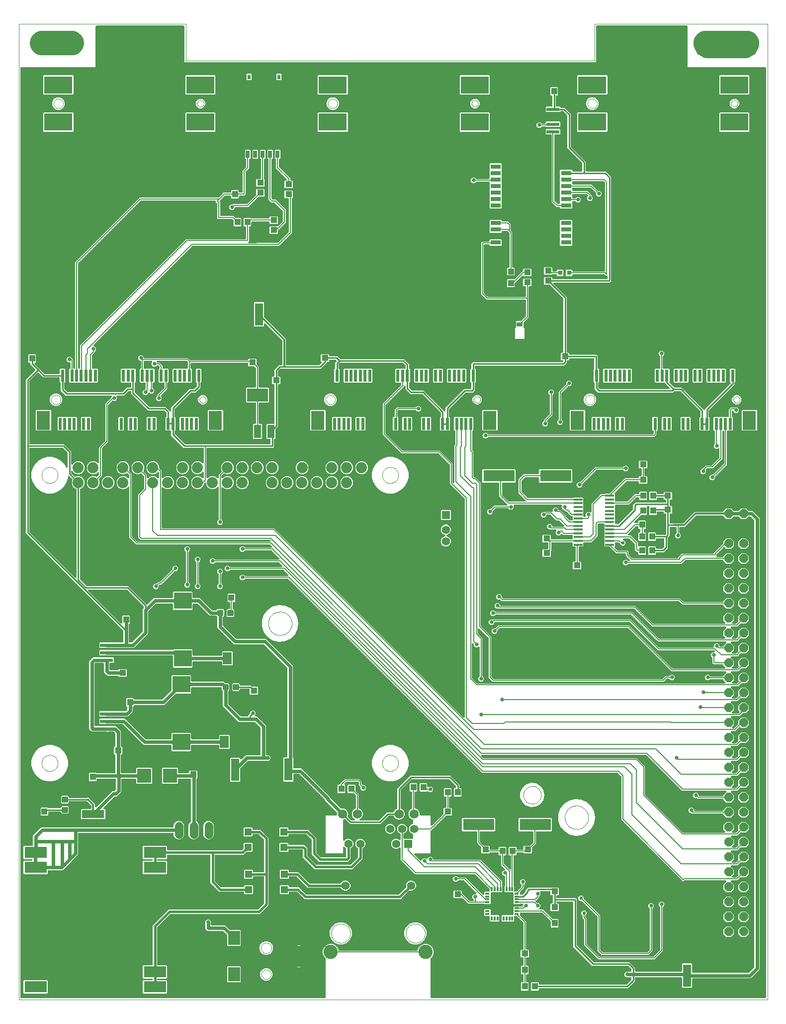
<source format=gtl>
G04 EAGLE Gerber RS-274X export*
G75*
%MOIN*%
%FSLAX34Y34*%
%LPD*%
%INTop copper*%
%IPPOS*%
%AMOC8*
5,1,8,0,0,1.08239X$1,22.5*%
G01*
%ADD10C,0.000000*%
%ADD11R,0.090551X0.125984*%
%ADD12R,0.023622X0.078740*%
%ADD13R,0.188976X0.118110*%
%ADD14R,0.150000X0.076000*%
%ADD15R,0.086614X0.023622*%
%ADD16C,0.056000*%
%ADD17R,0.120079X0.110236*%
%ADD18R,0.059055X0.082677*%
%ADD19R,0.094488X0.094488*%
%ADD20R,0.039370X0.043307*%
%ADD21R,0.043307X0.039370*%
%ADD22C,0.095276*%
%ADD23C,0.055039*%
%ADD24R,0.055039X0.055039*%
%ADD25C,0.061811*%
%ADD26R,0.047244X0.047244*%
%ADD27R,0.025591X0.045276*%
%ADD28R,0.017717X0.051181*%
%ADD29R,0.055118X0.066929*%
%ADD30R,0.021260X0.031496*%
%ADD31R,0.070866X0.031496*%
%ADD32R,0.055118X0.149606*%
%ADD33R,0.149606X0.055118*%
%ADD34R,0.041339X0.086614*%
%ADD35R,0.039370X0.031496*%
%ADD36R,0.048000X0.088000*%
%ADD37R,0.141732X0.086614*%
%ADD38C,0.011811*%
%ADD39C,0.074000*%
%ADD40R,0.059055X0.013780*%
%ADD41R,0.031496X0.011811*%
%ADD42R,0.011811X0.031496*%
%ADD43R,0.149606X0.149606*%
%ADD44R,0.210000X0.076000*%
%ADD45P,0.064943X8X292.500000*%
%ADD46R,0.078740X0.094488*%
%ADD47R,0.039370X0.039370*%
%ADD48R,0.031496X0.031496*%
%ADD49R,0.055433X0.055433*%
%ADD50C,0.055433*%
%ADD51C,0.137795*%
%ADD52C,0.012000*%
%ADD53C,0.024000*%
%ADD54C,0.025780*%
%ADD55C,0.010000*%
%ADD56C,0.006000*%
%ADD57C,0.016000*%
%ADD58C,0.006000*%
%ADD59C,0.008000*%
%ADD60C,0.007874*%
%ADD61C,0.024000*%

G36*
X20531Y5613D02*
X20531Y5613D01*
X20533Y5613D01*
X20538Y5613D01*
X20544Y5614D01*
X20545Y5615D01*
X20546Y5615D01*
X20551Y5617D01*
X20557Y5619D01*
X20558Y5619D01*
X20559Y5620D01*
X20563Y5623D01*
X20568Y5626D01*
X20569Y5627D01*
X20570Y5628D01*
X20574Y5632D01*
X20577Y5636D01*
X20578Y5637D01*
X20579Y5638D01*
X20582Y5643D01*
X20584Y5648D01*
X20585Y5649D01*
X20585Y5650D01*
X20587Y5656D01*
X20588Y5661D01*
X20588Y5662D01*
X20589Y5663D01*
X20589Y5672D01*
X20589Y8252D01*
X20589Y8257D01*
X20588Y8262D01*
X20588Y8264D01*
X20588Y8265D01*
X20586Y8270D01*
X20584Y8275D01*
X20584Y8277D01*
X20583Y8278D01*
X20580Y8283D01*
X20578Y8287D01*
X20576Y8289D01*
X20575Y8290D01*
X20572Y8294D01*
X20469Y8396D01*
X20388Y8594D01*
X20388Y8807D01*
X20469Y9005D01*
X20621Y9156D01*
X20818Y9238D01*
X21032Y9238D01*
X21229Y9156D01*
X21380Y9005D01*
X21453Y8828D01*
X21455Y8825D01*
X21456Y8822D01*
X21458Y8819D01*
X21460Y8816D01*
X21462Y8813D01*
X21464Y8811D01*
X21467Y8808D01*
X21469Y8806D01*
X21472Y8804D01*
X21475Y8802D01*
X21478Y8800D01*
X21481Y8798D01*
X21484Y8797D01*
X21487Y8795D01*
X21490Y8794D01*
X21493Y8793D01*
X21497Y8793D01*
X21500Y8792D01*
X21505Y8791D01*
X21507Y8791D01*
X21508Y8791D01*
X26692Y8791D01*
X26695Y8792D01*
X26698Y8792D01*
X26702Y8792D01*
X26705Y8793D01*
X26709Y8794D01*
X26712Y8795D01*
X26715Y8796D01*
X26718Y8797D01*
X26721Y8799D01*
X26724Y8801D01*
X26727Y8803D01*
X26730Y8805D01*
X26732Y8807D01*
X26735Y8809D01*
X26737Y8812D01*
X26739Y8815D01*
X26741Y8818D01*
X26743Y8820D01*
X26745Y8825D01*
X26746Y8826D01*
X26746Y8827D01*
X26747Y8828D01*
X26820Y9005D01*
X26971Y9156D01*
X27168Y9238D01*
X27382Y9238D01*
X27579Y9156D01*
X27731Y9005D01*
X27812Y8807D01*
X27812Y8594D01*
X27731Y8396D01*
X27628Y8294D01*
X27625Y8289D01*
X27621Y8285D01*
X27620Y8284D01*
X27619Y8283D01*
X27617Y8278D01*
X27615Y8273D01*
X27614Y8272D01*
X27614Y8270D01*
X27613Y8265D01*
X27611Y8260D01*
X27611Y8258D01*
X27611Y8257D01*
X27611Y8256D01*
X27611Y8252D01*
X27611Y5672D01*
X27611Y5671D01*
X27611Y5669D01*
X27612Y5664D01*
X27612Y5658D01*
X27613Y5657D01*
X27613Y5656D01*
X27615Y5651D01*
X27617Y5645D01*
X27618Y5644D01*
X27618Y5643D01*
X27621Y5639D01*
X27624Y5634D01*
X27625Y5633D01*
X27626Y5632D01*
X27630Y5628D01*
X27634Y5625D01*
X27635Y5624D01*
X27636Y5623D01*
X27641Y5620D01*
X27646Y5618D01*
X27647Y5617D01*
X27648Y5617D01*
X27654Y5615D01*
X27659Y5614D01*
X27660Y5613D01*
X27661Y5613D01*
X27670Y5613D01*
X50037Y5613D01*
X50038Y5613D01*
X50039Y5613D01*
X50045Y5613D01*
X50050Y5614D01*
X50052Y5615D01*
X50053Y5615D01*
X50058Y5617D01*
X50063Y5619D01*
X50064Y5619D01*
X50066Y5620D01*
X50070Y5623D01*
X50075Y5626D01*
X50076Y5627D01*
X50077Y5628D01*
X50080Y5632D01*
X50084Y5636D01*
X50085Y5637D01*
X50086Y5638D01*
X50088Y5643D01*
X50091Y5648D01*
X50091Y5649D01*
X50092Y5650D01*
X50093Y5656D01*
X50095Y5661D01*
X50095Y5662D01*
X50095Y5663D01*
X50096Y5672D01*
X50096Y67918D01*
X50096Y67919D01*
X50096Y67920D01*
X50095Y67926D01*
X50095Y67931D01*
X50094Y67933D01*
X50094Y67934D01*
X50092Y67939D01*
X50090Y67944D01*
X50089Y67945D01*
X50089Y67947D01*
X50085Y67951D01*
X50082Y67956D01*
X50082Y67957D01*
X50081Y67958D01*
X50077Y67961D01*
X50073Y67965D01*
X50071Y67966D01*
X50071Y67967D01*
X50066Y67969D01*
X50061Y67972D01*
X50060Y67972D01*
X50058Y67973D01*
X50053Y67974D01*
X50048Y67976D01*
X50047Y67976D01*
X50045Y67976D01*
X50037Y67977D01*
X44868Y67977D01*
X44844Y68001D01*
X44844Y70706D01*
X44844Y70707D01*
X44844Y70709D01*
X44843Y70714D01*
X44843Y70720D01*
X44842Y70721D01*
X44842Y70722D01*
X44840Y70727D01*
X44838Y70733D01*
X44837Y70734D01*
X44837Y70735D01*
X44834Y70739D01*
X44831Y70744D01*
X44830Y70745D01*
X44829Y70746D01*
X44825Y70750D01*
X44821Y70753D01*
X44820Y70754D01*
X44819Y70755D01*
X44814Y70757D01*
X44809Y70760D01*
X44808Y70761D01*
X44807Y70761D01*
X44801Y70763D01*
X44796Y70764D01*
X44795Y70764D01*
X44793Y70765D01*
X44785Y70765D01*
X38760Y70765D01*
X38759Y70765D01*
X38757Y70765D01*
X38752Y70764D01*
X38746Y70764D01*
X38745Y70763D01*
X38744Y70763D01*
X38739Y70761D01*
X38734Y70759D01*
X38733Y70758D01*
X38731Y70758D01*
X38727Y70755D01*
X38722Y70752D01*
X38721Y70751D01*
X38720Y70750D01*
X38717Y70746D01*
X38713Y70742D01*
X38712Y70741D01*
X38711Y70740D01*
X38709Y70735D01*
X38706Y70730D01*
X38705Y70729D01*
X38705Y70728D01*
X38703Y70722D01*
X38702Y70717D01*
X38702Y70716D01*
X38701Y70715D01*
X38701Y70706D01*
X38701Y68358D01*
X38642Y68299D01*
X11158Y68299D01*
X11099Y68358D01*
X11099Y70706D01*
X11099Y70707D01*
X11099Y70709D01*
X11098Y70714D01*
X11098Y70720D01*
X11097Y70721D01*
X11097Y70722D01*
X11095Y70727D01*
X11093Y70733D01*
X11092Y70734D01*
X11092Y70735D01*
X11089Y70739D01*
X11086Y70744D01*
X11085Y70745D01*
X11084Y70746D01*
X11080Y70750D01*
X11076Y70753D01*
X11075Y70754D01*
X11074Y70755D01*
X11069Y70757D01*
X11064Y70760D01*
X11063Y70761D01*
X11062Y70761D01*
X11056Y70763D01*
X11051Y70764D01*
X11050Y70764D01*
X11048Y70765D01*
X11040Y70765D01*
X5220Y70765D01*
X5219Y70765D01*
X5217Y70765D01*
X5212Y70764D01*
X5206Y70764D01*
X5205Y70763D01*
X5204Y70763D01*
X5199Y70761D01*
X5194Y70759D01*
X5193Y70758D01*
X5191Y70758D01*
X5187Y70755D01*
X5182Y70752D01*
X5181Y70751D01*
X5180Y70750D01*
X5177Y70746D01*
X5173Y70742D01*
X5172Y70741D01*
X5171Y70740D01*
X5169Y70735D01*
X5166Y70730D01*
X5165Y70729D01*
X5165Y70728D01*
X5163Y70722D01*
X5162Y70717D01*
X5162Y70716D01*
X5161Y70715D01*
X5161Y70706D01*
X5161Y68001D01*
X5137Y67977D01*
X160Y67977D01*
X159Y67977D01*
X157Y67977D01*
X152Y67976D01*
X146Y67975D01*
X145Y67975D01*
X144Y67975D01*
X139Y67973D01*
X134Y67971D01*
X133Y67970D01*
X131Y67970D01*
X127Y67966D01*
X122Y67963D01*
X121Y67962D01*
X120Y67962D01*
X117Y67958D01*
X113Y67954D01*
X112Y67952D01*
X111Y67951D01*
X109Y67947D01*
X106Y67942D01*
X105Y67941D01*
X105Y67939D01*
X103Y67934D01*
X102Y67929D01*
X102Y67928D01*
X101Y67926D01*
X101Y67918D01*
X101Y5672D01*
X101Y5671D01*
X101Y5669D01*
X102Y5664D01*
X102Y5658D01*
X103Y5657D01*
X103Y5656D01*
X105Y5651D01*
X107Y5645D01*
X108Y5644D01*
X108Y5643D01*
X111Y5639D01*
X114Y5634D01*
X115Y5633D01*
X116Y5632D01*
X120Y5628D01*
X124Y5625D01*
X125Y5624D01*
X126Y5623D01*
X131Y5620D01*
X136Y5618D01*
X137Y5617D01*
X138Y5617D01*
X144Y5615D01*
X149Y5614D01*
X150Y5613D01*
X152Y5613D01*
X160Y5613D01*
X20530Y5613D01*
X20531Y5613D01*
G37*
%LPC*%
G36*
X47446Y12703D02*
X47446Y12703D01*
X47234Y12915D01*
X47234Y13214D01*
X47429Y13408D01*
X47432Y13411D01*
X47434Y13414D01*
X47436Y13417D01*
X47437Y13419D01*
X47439Y13422D01*
X47441Y13426D01*
X47442Y13429D01*
X47443Y13431D01*
X47444Y13435D01*
X47445Y13439D01*
X47446Y13442D01*
X47446Y13444D01*
X47446Y13449D01*
X47446Y13453D01*
X47446Y13455D01*
X47446Y13458D01*
X47445Y13462D01*
X47444Y13466D01*
X47443Y13469D01*
X47442Y13471D01*
X47441Y13475D01*
X47439Y13479D01*
X47437Y13481D01*
X47436Y13483D01*
X47433Y13486D01*
X47431Y13490D01*
X47429Y13492D01*
X47427Y13494D01*
X47424Y13496D01*
X47421Y13499D01*
X47418Y13500D01*
X47416Y13502D01*
X47412Y13503D01*
X47409Y13505D01*
X47406Y13506D01*
X47404Y13507D01*
X47399Y13508D01*
X47396Y13509D01*
X47391Y13509D01*
X47390Y13509D01*
X47389Y13509D01*
X47387Y13509D01*
X44662Y13509D01*
X44657Y13509D01*
X44651Y13508D01*
X44650Y13508D01*
X44649Y13508D01*
X44644Y13506D01*
X44638Y13504D01*
X44637Y13504D01*
X44636Y13503D01*
X44631Y13500D01*
X44627Y13497D01*
X44625Y13496D01*
X44624Y13496D01*
X44623Y13495D01*
X44620Y13492D01*
X44588Y13459D01*
X44512Y13459D01*
X40409Y17562D01*
X40409Y20438D01*
X40409Y20443D01*
X40408Y20449D01*
X40408Y20450D01*
X40408Y20451D01*
X40406Y20456D01*
X40404Y20462D01*
X40404Y20463D01*
X40403Y20464D01*
X40400Y20469D01*
X40397Y20473D01*
X40396Y20475D01*
X40396Y20476D01*
X40395Y20477D01*
X40392Y20480D01*
X40180Y20692D01*
X40176Y20695D01*
X40172Y20699D01*
X40170Y20699D01*
X40169Y20700D01*
X40164Y20703D01*
X40159Y20705D01*
X40158Y20706D01*
X40157Y20706D01*
X40151Y20707D01*
X40146Y20709D01*
X40144Y20709D01*
X40143Y20709D01*
X40142Y20709D01*
X40138Y20709D01*
X31062Y20709D01*
X18080Y33692D01*
X18076Y33695D01*
X18072Y33699D01*
X18070Y33699D01*
X18069Y33700D01*
X18064Y33703D01*
X18059Y33705D01*
X18058Y33706D01*
X18057Y33706D01*
X18051Y33707D01*
X18046Y33709D01*
X18044Y33709D01*
X18043Y33709D01*
X18042Y33709D01*
X18038Y33709D01*
X15202Y33709D01*
X15197Y33709D01*
X15191Y33708D01*
X15190Y33708D01*
X15188Y33708D01*
X15183Y33706D01*
X15178Y33704D01*
X15177Y33704D01*
X15176Y33703D01*
X15171Y33700D01*
X15166Y33697D01*
X15165Y33696D01*
X15164Y33696D01*
X15163Y33695D01*
X15160Y33692D01*
X15107Y33639D01*
X15038Y33610D01*
X14962Y33610D01*
X14893Y33639D01*
X14839Y33693D01*
X14810Y33762D01*
X14810Y33838D01*
X14839Y33907D01*
X14893Y33961D01*
X14962Y33990D01*
X15038Y33990D01*
X15107Y33961D01*
X15160Y33908D01*
X15164Y33905D01*
X15168Y33901D01*
X15170Y33901D01*
X15171Y33900D01*
X15176Y33897D01*
X15180Y33895D01*
X15182Y33894D01*
X15183Y33894D01*
X15188Y33893D01*
X15194Y33891D01*
X15195Y33891D01*
X15196Y33891D01*
X15198Y33891D01*
X15202Y33891D01*
X18038Y33891D01*
X18042Y33891D01*
X18046Y33891D01*
X18049Y33892D01*
X18051Y33892D01*
X18055Y33894D01*
X18059Y33895D01*
X18062Y33896D01*
X18064Y33897D01*
X18068Y33899D01*
X18071Y33901D01*
X18073Y33903D01*
X18076Y33904D01*
X18078Y33907D01*
X18082Y33910D01*
X18083Y33912D01*
X18085Y33914D01*
X18087Y33918D01*
X18090Y33921D01*
X18091Y33924D01*
X18092Y33926D01*
X18093Y33930D01*
X18095Y33934D01*
X18095Y33936D01*
X18096Y33939D01*
X18096Y33943D01*
X18097Y33947D01*
X18097Y33950D01*
X18097Y33953D01*
X18096Y33957D01*
X18096Y33961D01*
X18095Y33963D01*
X18095Y33966D01*
X18093Y33970D01*
X18092Y33974D01*
X18091Y33976D01*
X18090Y33979D01*
X18087Y33982D01*
X18085Y33986D01*
X18083Y33989D01*
X18082Y33990D01*
X18081Y33990D01*
X18080Y33992D01*
X17780Y34292D01*
X17776Y34295D01*
X17772Y34299D01*
X17770Y34299D01*
X17769Y34300D01*
X17764Y34303D01*
X17759Y34305D01*
X17758Y34306D01*
X17757Y34306D01*
X17751Y34307D01*
X17746Y34309D01*
X17744Y34309D01*
X17743Y34309D01*
X17742Y34309D01*
X17738Y34309D01*
X14202Y34309D01*
X14197Y34309D01*
X14191Y34308D01*
X14190Y34308D01*
X14188Y34308D01*
X14183Y34306D01*
X14178Y34304D01*
X14177Y34304D01*
X14176Y34303D01*
X14171Y34300D01*
X14166Y34297D01*
X14165Y34296D01*
X14164Y34296D01*
X14163Y34295D01*
X14160Y34292D01*
X14107Y34239D01*
X14038Y34210D01*
X13962Y34210D01*
X13893Y34239D01*
X13839Y34293D01*
X13810Y34362D01*
X13810Y34438D01*
X13839Y34507D01*
X13893Y34561D01*
X13962Y34590D01*
X14038Y34590D01*
X14107Y34561D01*
X14160Y34508D01*
X14164Y34505D01*
X14168Y34501D01*
X14170Y34501D01*
X14171Y34500D01*
X14176Y34497D01*
X14180Y34495D01*
X14182Y34494D01*
X14183Y34494D01*
X14188Y34493D01*
X14194Y34491D01*
X14195Y34491D01*
X14196Y34491D01*
X14198Y34491D01*
X14202Y34491D01*
X17638Y34491D01*
X17642Y34491D01*
X17646Y34491D01*
X17649Y34492D01*
X17651Y34492D01*
X17655Y34494D01*
X17659Y34495D01*
X17662Y34496D01*
X17664Y34497D01*
X17668Y34499D01*
X17671Y34501D01*
X17673Y34503D01*
X17676Y34504D01*
X17678Y34507D01*
X17682Y34510D01*
X17683Y34512D01*
X17685Y34514D01*
X17687Y34518D01*
X17690Y34521D01*
X17691Y34524D01*
X17692Y34526D01*
X17693Y34530D01*
X17695Y34534D01*
X17695Y34536D01*
X17696Y34539D01*
X17696Y34543D01*
X17697Y34547D01*
X17697Y34550D01*
X17697Y34553D01*
X17696Y34557D01*
X17696Y34561D01*
X17695Y34563D01*
X17695Y34566D01*
X17693Y34570D01*
X17692Y34574D01*
X17691Y34576D01*
X17690Y34579D01*
X17687Y34582D01*
X17685Y34586D01*
X17683Y34589D01*
X17682Y34590D01*
X17681Y34590D01*
X17680Y34592D01*
X17480Y34792D01*
X17476Y34795D01*
X17472Y34799D01*
X17470Y34799D01*
X17469Y34800D01*
X17464Y34803D01*
X17459Y34805D01*
X17458Y34806D01*
X17457Y34806D01*
X17451Y34807D01*
X17446Y34809D01*
X17444Y34809D01*
X17443Y34809D01*
X17442Y34809D01*
X17438Y34809D01*
X13202Y34809D01*
X13197Y34809D01*
X13191Y34808D01*
X13190Y34808D01*
X13188Y34808D01*
X13183Y34806D01*
X13178Y34804D01*
X13177Y34804D01*
X13176Y34803D01*
X13171Y34800D01*
X13166Y34797D01*
X13165Y34796D01*
X13164Y34796D01*
X13163Y34795D01*
X13160Y34792D01*
X13107Y34739D01*
X13038Y34710D01*
X12962Y34710D01*
X12893Y34739D01*
X12839Y34793D01*
X12810Y34862D01*
X12810Y34938D01*
X12839Y35007D01*
X12893Y35061D01*
X12962Y35090D01*
X13038Y35090D01*
X13107Y35061D01*
X13160Y35008D01*
X13164Y35005D01*
X13168Y35001D01*
X13170Y35001D01*
X13171Y35000D01*
X13176Y34997D01*
X13180Y34995D01*
X13182Y34994D01*
X13183Y34994D01*
X13188Y34993D01*
X13194Y34991D01*
X13195Y34991D01*
X13196Y34991D01*
X13198Y34991D01*
X13202Y34991D01*
X17438Y34991D01*
X17442Y34991D01*
X17446Y34991D01*
X17449Y34992D01*
X17451Y34992D01*
X17455Y34994D01*
X17459Y34995D01*
X17462Y34996D01*
X17464Y34997D01*
X17468Y34999D01*
X17471Y35001D01*
X17473Y35003D01*
X17476Y35004D01*
X17478Y35007D01*
X17482Y35010D01*
X17483Y35012D01*
X17485Y35014D01*
X17487Y35018D01*
X17490Y35021D01*
X17491Y35024D01*
X17492Y35026D01*
X17493Y35030D01*
X17495Y35034D01*
X17495Y35036D01*
X17496Y35039D01*
X17496Y35043D01*
X17497Y35047D01*
X17497Y35050D01*
X17497Y35053D01*
X17496Y35057D01*
X17496Y35061D01*
X17495Y35063D01*
X17495Y35066D01*
X17493Y35070D01*
X17492Y35074D01*
X17491Y35076D01*
X17490Y35079D01*
X17487Y35082D01*
X17485Y35086D01*
X17483Y35089D01*
X17482Y35090D01*
X17481Y35090D01*
X17480Y35092D01*
X16980Y35592D01*
X16976Y35595D01*
X16972Y35599D01*
X16970Y35599D01*
X16969Y35600D01*
X16964Y35603D01*
X16959Y35605D01*
X16958Y35606D01*
X16957Y35606D01*
X16951Y35607D01*
X16946Y35609D01*
X16944Y35609D01*
X16943Y35609D01*
X16942Y35609D01*
X16938Y35609D01*
X15202Y35609D01*
X15197Y35609D01*
X15191Y35608D01*
X15190Y35608D01*
X15188Y35608D01*
X15183Y35606D01*
X15178Y35604D01*
X15177Y35604D01*
X15176Y35603D01*
X15171Y35600D01*
X15166Y35597D01*
X15165Y35596D01*
X15164Y35596D01*
X15163Y35595D01*
X15160Y35592D01*
X15107Y35539D01*
X15038Y35510D01*
X14962Y35510D01*
X14893Y35539D01*
X14839Y35593D01*
X14810Y35662D01*
X14810Y35738D01*
X14839Y35807D01*
X14893Y35861D01*
X14962Y35890D01*
X15038Y35890D01*
X15107Y35861D01*
X15160Y35808D01*
X15164Y35805D01*
X15168Y35801D01*
X15170Y35801D01*
X15171Y35800D01*
X15176Y35797D01*
X15180Y35795D01*
X15182Y35794D01*
X15183Y35794D01*
X15188Y35793D01*
X15194Y35791D01*
X15195Y35791D01*
X15196Y35791D01*
X15198Y35791D01*
X15202Y35791D01*
X16938Y35791D01*
X16942Y35791D01*
X16946Y35791D01*
X16949Y35792D01*
X16951Y35792D01*
X16955Y35794D01*
X16959Y35795D01*
X16962Y35796D01*
X16964Y35797D01*
X16968Y35799D01*
X16971Y35801D01*
X16973Y35803D01*
X16976Y35804D01*
X16978Y35807D01*
X16982Y35810D01*
X16983Y35812D01*
X16985Y35814D01*
X16987Y35818D01*
X16990Y35821D01*
X16991Y35824D01*
X16992Y35826D01*
X16993Y35830D01*
X16995Y35834D01*
X16995Y35836D01*
X16996Y35839D01*
X16996Y35843D01*
X16997Y35847D01*
X16997Y35850D01*
X16997Y35853D01*
X16996Y35857D01*
X16996Y35861D01*
X16995Y35863D01*
X16995Y35866D01*
X16993Y35870D01*
X16992Y35874D01*
X16991Y35876D01*
X16990Y35879D01*
X16987Y35882D01*
X16985Y35886D01*
X16983Y35889D01*
X16982Y35890D01*
X16981Y35890D01*
X16980Y35892D01*
X16880Y35992D01*
X16876Y35995D01*
X16872Y35999D01*
X16870Y35999D01*
X16869Y36000D01*
X16864Y36003D01*
X16859Y36005D01*
X16858Y36006D01*
X16857Y36006D01*
X16851Y36007D01*
X16846Y36009D01*
X16844Y36009D01*
X16843Y36009D01*
X16842Y36009D01*
X16838Y36009D01*
X7862Y36009D01*
X7409Y36462D01*
X7409Y39811D01*
X7409Y39815D01*
X7409Y39819D01*
X7408Y39822D01*
X7408Y39824D01*
X7406Y39828D01*
X7405Y39832D01*
X7404Y39835D01*
X7403Y39837D01*
X7401Y39841D01*
X7399Y39844D01*
X7397Y39846D01*
X7396Y39849D01*
X7393Y39851D01*
X7390Y39855D01*
X7388Y39856D01*
X7386Y39858D01*
X7382Y39860D01*
X7379Y39863D01*
X7376Y39864D01*
X7374Y39865D01*
X7370Y39866D01*
X7366Y39868D01*
X7364Y39868D01*
X7361Y39869D01*
X7357Y39869D01*
X7353Y39870D01*
X7350Y39870D01*
X7347Y39870D01*
X7343Y39869D01*
X7339Y39869D01*
X7337Y39868D01*
X7334Y39868D01*
X7330Y39866D01*
X7326Y39865D01*
X7324Y39864D01*
X7321Y39863D01*
X7318Y39860D01*
X7314Y39858D01*
X7311Y39856D01*
X7310Y39855D01*
X7310Y39854D01*
X7308Y39853D01*
X7237Y39782D01*
X7079Y39716D01*
X6907Y39716D01*
X6749Y39782D01*
X6628Y39903D01*
X6562Y40061D01*
X6562Y40233D01*
X6628Y40391D01*
X6749Y40512D01*
X6907Y40578D01*
X7079Y40578D01*
X7237Y40512D01*
X7308Y40441D01*
X7311Y40438D01*
X7314Y40436D01*
X7317Y40434D01*
X7319Y40432D01*
X7322Y40431D01*
X7326Y40429D01*
X7329Y40428D01*
X7331Y40427D01*
X7335Y40426D01*
X7339Y40425D01*
X7342Y40424D01*
X7344Y40424D01*
X7349Y40424D01*
X7353Y40424D01*
X7355Y40424D01*
X7358Y40424D01*
X7362Y40425D01*
X7366Y40426D01*
X7369Y40427D01*
X7371Y40428D01*
X7375Y40429D01*
X7379Y40431D01*
X7381Y40433D01*
X7383Y40434D01*
X7386Y40437D01*
X7390Y40439D01*
X7392Y40441D01*
X7394Y40443D01*
X7396Y40446D01*
X7399Y40449D01*
X7400Y40452D01*
X7402Y40454D01*
X7403Y40458D01*
X7405Y40461D01*
X7406Y40464D01*
X7407Y40466D01*
X7408Y40470D01*
X7409Y40474D01*
X7409Y40478D01*
X7409Y40480D01*
X7409Y40481D01*
X7409Y40483D01*
X7409Y40638D01*
X7409Y40643D01*
X7408Y40649D01*
X7408Y40650D01*
X7408Y40651D01*
X7406Y40656D01*
X7404Y40662D01*
X7404Y40663D01*
X7403Y40664D01*
X7400Y40669D01*
X7397Y40673D01*
X7396Y40675D01*
X7396Y40676D01*
X7395Y40677D01*
X7392Y40680D01*
X7302Y40769D01*
X7300Y40771D01*
X7297Y40774D01*
X7295Y40775D01*
X7292Y40778D01*
X7289Y40779D01*
X7286Y40781D01*
X7283Y40782D01*
X7279Y40783D01*
X7276Y40784D01*
X7273Y40785D01*
X7270Y40786D01*
X7266Y40786D01*
X7263Y40786D01*
X7259Y40787D01*
X7256Y40786D01*
X7252Y40786D01*
X7249Y40785D01*
X7246Y40785D01*
X7240Y40783D01*
X7239Y40783D01*
X7239Y40782D01*
X7238Y40782D01*
X7079Y40716D01*
X6907Y40716D01*
X6749Y40782D01*
X6628Y40903D01*
X6562Y41061D01*
X6562Y41233D01*
X6628Y41391D01*
X6749Y41512D01*
X6907Y41578D01*
X7079Y41578D01*
X7237Y41512D01*
X7358Y41391D01*
X7424Y41233D01*
X7424Y41061D01*
X7393Y40987D01*
X7392Y40984D01*
X7391Y40981D01*
X7390Y40977D01*
X7389Y40974D01*
X7389Y40971D01*
X7389Y40967D01*
X7389Y40964D01*
X7389Y40960D01*
X7389Y40957D01*
X7390Y40954D01*
X7391Y40950D01*
X7391Y40947D01*
X7393Y40944D01*
X7394Y40941D01*
X7395Y40938D01*
X7397Y40934D01*
X7399Y40932D01*
X7400Y40929D01*
X7404Y40924D01*
X7405Y40923D01*
X7406Y40922D01*
X7591Y40738D01*
X7591Y36562D01*
X7591Y36557D01*
X7592Y36551D01*
X7592Y36550D01*
X7592Y36549D01*
X7594Y36544D01*
X7596Y36538D01*
X7596Y36537D01*
X7597Y36536D01*
X7600Y36531D01*
X7603Y36527D01*
X7604Y36525D01*
X7604Y36524D01*
X7605Y36523D01*
X7608Y36520D01*
X7920Y36208D01*
X7924Y36205D01*
X7928Y36201D01*
X7930Y36201D01*
X7931Y36200D01*
X7936Y36197D01*
X7941Y36195D01*
X7942Y36194D01*
X7943Y36194D01*
X7949Y36193D01*
X7954Y36191D01*
X7956Y36191D01*
X7957Y36191D01*
X7958Y36191D01*
X7962Y36191D01*
X16838Y36191D01*
X16844Y36192D01*
X16851Y36192D01*
X16858Y36195D01*
X16864Y36197D01*
X16870Y36201D01*
X16876Y36204D01*
X16880Y36209D01*
X16885Y36214D01*
X16889Y36220D01*
X16892Y36226D01*
X16894Y36233D01*
X16896Y36239D01*
X16897Y36246D01*
X16897Y36252D01*
X16897Y36253D01*
X16896Y36259D01*
X16895Y36266D01*
X16892Y36272D01*
X16890Y36279D01*
X16886Y36284D01*
X16882Y36290D01*
X16877Y36294D01*
X16872Y36299D01*
X16871Y36299D01*
X16864Y36303D01*
X16862Y36304D01*
X16859Y36305D01*
X16855Y36306D01*
X16852Y36308D01*
X16849Y36308D01*
X16846Y36309D01*
X16838Y36309D01*
X8162Y36309D01*
X8009Y36462D01*
X8009Y39338D01*
X8392Y39720D01*
X8395Y39724D01*
X8399Y39728D01*
X8399Y39730D01*
X8400Y39731D01*
X8403Y39736D01*
X8405Y39741D01*
X8406Y39742D01*
X8406Y39743D01*
X8407Y39749D01*
X8409Y39754D01*
X8409Y39756D01*
X8409Y39757D01*
X8409Y39758D01*
X8409Y39762D01*
X8409Y40578D01*
X8409Y40583D01*
X8408Y40588D01*
X8408Y40590D01*
X8408Y40591D01*
X8406Y40596D01*
X8404Y40601D01*
X8404Y40603D01*
X8403Y40604D01*
X8400Y40609D01*
X8397Y40613D01*
X8396Y40615D01*
X8396Y40616D01*
X8395Y40617D01*
X8392Y40620D01*
X8260Y40752D01*
X8257Y40754D01*
X8255Y40756D01*
X8252Y40758D01*
X8249Y40760D01*
X8246Y40761D01*
X8243Y40763D01*
X8240Y40764D01*
X8237Y40766D01*
X8234Y40767D01*
X8230Y40768D01*
X8227Y40768D01*
X8224Y40769D01*
X8220Y40769D01*
X8217Y40769D01*
X8213Y40768D01*
X8210Y40768D01*
X8207Y40768D01*
X8203Y40767D01*
X8198Y40765D01*
X8197Y40765D01*
X8196Y40765D01*
X8195Y40764D01*
X8079Y40716D01*
X7907Y40716D01*
X7749Y40782D01*
X7628Y40903D01*
X7562Y41061D01*
X7562Y41233D01*
X7628Y41391D01*
X7749Y41512D01*
X7907Y41578D01*
X8079Y41578D01*
X8237Y41512D01*
X8358Y41391D01*
X8424Y41233D01*
X8424Y41061D01*
X8375Y40944D01*
X8375Y40941D01*
X8373Y40938D01*
X8373Y40935D01*
X8372Y40931D01*
X8372Y40928D01*
X8371Y40925D01*
X8371Y40921D01*
X8371Y40918D01*
X8372Y40914D01*
X8372Y40911D01*
X8373Y40908D01*
X8374Y40904D01*
X8375Y40901D01*
X8376Y40898D01*
X8378Y40895D01*
X8379Y40892D01*
X8381Y40889D01*
X8383Y40886D01*
X8387Y40882D01*
X8387Y40881D01*
X8388Y40881D01*
X8388Y40880D01*
X8591Y40677D01*
X8591Y40497D01*
X8591Y40493D01*
X8591Y40489D01*
X8592Y40486D01*
X8592Y40483D01*
X8594Y40479D01*
X8595Y40475D01*
X8596Y40473D01*
X8597Y40470D01*
X8599Y40467D01*
X8601Y40463D01*
X8603Y40461D01*
X8604Y40459D01*
X8607Y40456D01*
X8610Y40453D01*
X8612Y40451D01*
X8614Y40450D01*
X8618Y40447D01*
X8621Y40445D01*
X8624Y40444D01*
X8626Y40443D01*
X8630Y40441D01*
X8634Y40440D01*
X8636Y40439D01*
X8639Y40439D01*
X8643Y40438D01*
X8647Y40438D01*
X8650Y40438D01*
X8653Y40438D01*
X8657Y40438D01*
X8661Y40438D01*
X8663Y40439D01*
X8666Y40440D01*
X8670Y40441D01*
X8674Y40442D01*
X8676Y40444D01*
X8679Y40445D01*
X8682Y40447D01*
X8686Y40449D01*
X8689Y40452D01*
X8690Y40453D01*
X8690Y40454D01*
X8692Y40455D01*
X8749Y40512D01*
X8907Y40578D01*
X9079Y40578D01*
X9237Y40512D01*
X9308Y40441D01*
X9311Y40438D01*
X9314Y40436D01*
X9317Y40434D01*
X9319Y40432D01*
X9322Y40431D01*
X9326Y40429D01*
X9329Y40428D01*
X9331Y40427D01*
X9335Y40426D01*
X9339Y40425D01*
X9342Y40424D01*
X9344Y40424D01*
X9349Y40424D01*
X9353Y40424D01*
X9355Y40424D01*
X9358Y40424D01*
X9362Y40425D01*
X9366Y40426D01*
X9369Y40427D01*
X9371Y40428D01*
X9375Y40429D01*
X9379Y40431D01*
X9381Y40433D01*
X9383Y40434D01*
X9386Y40437D01*
X9390Y40439D01*
X9392Y40441D01*
X9394Y40443D01*
X9396Y40446D01*
X9399Y40449D01*
X9400Y40452D01*
X9402Y40454D01*
X9403Y40458D01*
X9405Y40461D01*
X9406Y40464D01*
X9407Y40466D01*
X9408Y40470D01*
X9409Y40474D01*
X9409Y40478D01*
X9409Y40480D01*
X9409Y40481D01*
X9409Y40483D01*
X9409Y40811D01*
X9409Y40815D01*
X9409Y40819D01*
X9408Y40822D01*
X9408Y40824D01*
X9406Y40828D01*
X9405Y40832D01*
X9404Y40835D01*
X9403Y40837D01*
X9401Y40841D01*
X9399Y40844D01*
X9397Y40846D01*
X9396Y40849D01*
X9393Y40851D01*
X9390Y40855D01*
X9388Y40856D01*
X9386Y40858D01*
X9382Y40860D01*
X9379Y40863D01*
X9376Y40864D01*
X9374Y40865D01*
X9370Y40866D01*
X9366Y40868D01*
X9364Y40868D01*
X9361Y40869D01*
X9357Y40869D01*
X9353Y40870D01*
X9350Y40870D01*
X9347Y40870D01*
X9343Y40869D01*
X9339Y40869D01*
X9337Y40868D01*
X9334Y40868D01*
X9330Y40866D01*
X9326Y40865D01*
X9324Y40864D01*
X9321Y40863D01*
X9318Y40860D01*
X9314Y40858D01*
X9311Y40856D01*
X9310Y40855D01*
X9310Y40854D01*
X9308Y40853D01*
X9237Y40782D01*
X9079Y40716D01*
X8907Y40716D01*
X8749Y40782D01*
X8628Y40903D01*
X8562Y41061D01*
X8562Y41233D01*
X8628Y41391D01*
X8749Y41512D01*
X8907Y41578D01*
X9079Y41578D01*
X9237Y41512D01*
X9358Y41391D01*
X9424Y41233D01*
X9424Y41129D01*
X9424Y41124D01*
X9425Y41118D01*
X9425Y41117D01*
X9425Y41116D01*
X9427Y41111D01*
X9429Y41105D01*
X9429Y41104D01*
X9430Y41103D01*
X9433Y41098D01*
X9436Y41094D01*
X9437Y41092D01*
X9437Y41091D01*
X9438Y41090D01*
X9441Y41087D01*
X9591Y40938D01*
X9591Y40497D01*
X9591Y40493D01*
X9591Y40489D01*
X9592Y40486D01*
X9592Y40483D01*
X9594Y40479D01*
X9595Y40475D01*
X9596Y40473D01*
X9597Y40470D01*
X9599Y40467D01*
X9601Y40463D01*
X9603Y40461D01*
X9604Y40459D01*
X9607Y40456D01*
X9610Y40453D01*
X9612Y40451D01*
X9614Y40450D01*
X9618Y40447D01*
X9621Y40445D01*
X9624Y40444D01*
X9626Y40443D01*
X9630Y40441D01*
X9634Y40440D01*
X9636Y40439D01*
X9639Y40439D01*
X9643Y40438D01*
X9647Y40438D01*
X9650Y40438D01*
X9653Y40438D01*
X9657Y40438D01*
X9661Y40438D01*
X9663Y40439D01*
X9666Y40440D01*
X9670Y40441D01*
X9674Y40442D01*
X9676Y40444D01*
X9679Y40445D01*
X9682Y40447D01*
X9686Y40449D01*
X9689Y40452D01*
X9690Y40453D01*
X9690Y40454D01*
X9692Y40455D01*
X9749Y40512D01*
X9907Y40578D01*
X10079Y40578D01*
X10237Y40512D01*
X10358Y40391D01*
X10424Y40233D01*
X10424Y40061D01*
X10358Y39903D01*
X10237Y39782D01*
X10079Y39716D01*
X9907Y39716D01*
X9749Y39782D01*
X9692Y39839D01*
X9689Y39841D01*
X9686Y39844D01*
X9683Y39846D01*
X9681Y39847D01*
X9678Y39849D01*
X9674Y39851D01*
X9671Y39852D01*
X9669Y39853D01*
X9665Y39854D01*
X9661Y39855D01*
X9658Y39855D01*
X9656Y39856D01*
X9651Y39856D01*
X9647Y39856D01*
X9645Y39856D01*
X9642Y39856D01*
X9638Y39855D01*
X9634Y39854D01*
X9631Y39853D01*
X9629Y39852D01*
X9625Y39850D01*
X9621Y39849D01*
X9619Y39847D01*
X9617Y39846D01*
X9614Y39843D01*
X9610Y39841D01*
X9608Y39839D01*
X9606Y39837D01*
X9604Y39834D01*
X9601Y39831D01*
X9600Y39828D01*
X9598Y39826D01*
X9597Y39822D01*
X9595Y39819D01*
X9594Y39816D01*
X9593Y39813D01*
X9592Y39809D01*
X9591Y39805D01*
X9591Y39801D01*
X9591Y39800D01*
X9591Y39799D01*
X9591Y39797D01*
X9591Y37150D01*
X9591Y37149D01*
X9591Y37147D01*
X9592Y37142D01*
X9592Y37136D01*
X9593Y37135D01*
X9593Y37134D01*
X9595Y37129D01*
X9597Y37124D01*
X9598Y37123D01*
X9598Y37121D01*
X9601Y37117D01*
X9604Y37112D01*
X9605Y37111D01*
X9606Y37110D01*
X9610Y37107D01*
X9614Y37103D01*
X9615Y37102D01*
X9616Y37101D01*
X9621Y37099D01*
X9626Y37096D01*
X9627Y37095D01*
X9628Y37095D01*
X9634Y37093D01*
X9639Y37092D01*
X9640Y37092D01*
X9642Y37091D01*
X9650Y37091D01*
X17138Y37091D01*
X29808Y24420D01*
X29811Y24418D01*
X29814Y24415D01*
X29817Y24413D01*
X29819Y24412D01*
X29822Y24410D01*
X29826Y24408D01*
X29829Y24407D01*
X29831Y24406D01*
X29835Y24405D01*
X29839Y24404D01*
X29842Y24404D01*
X29844Y24403D01*
X29849Y24403D01*
X29853Y24403D01*
X29855Y24403D01*
X29858Y24403D01*
X29862Y24404D01*
X29866Y24405D01*
X29869Y24406D01*
X29871Y24407D01*
X29875Y24409D01*
X29879Y24410D01*
X29881Y24412D01*
X29883Y24413D01*
X29886Y24416D01*
X29890Y24418D01*
X29892Y24420D01*
X29894Y24422D01*
X29896Y24425D01*
X29899Y24428D01*
X29900Y24431D01*
X29902Y24433D01*
X29903Y24437D01*
X29905Y24441D01*
X29906Y24443D01*
X29907Y24446D01*
X29908Y24450D01*
X29909Y24454D01*
X29909Y24458D01*
X29909Y24459D01*
X29909Y24460D01*
X29909Y24462D01*
X29909Y39038D01*
X29909Y39043D01*
X29908Y39049D01*
X29908Y39050D01*
X29908Y39051D01*
X29906Y39056D01*
X29904Y39062D01*
X29904Y39063D01*
X29903Y39064D01*
X29900Y39069D01*
X29897Y39073D01*
X29896Y39075D01*
X29896Y39076D01*
X29895Y39077D01*
X29892Y39080D01*
X28909Y40062D01*
X28909Y41338D01*
X28909Y41343D01*
X28908Y41349D01*
X28908Y41350D01*
X28908Y41351D01*
X28906Y41356D01*
X28904Y41362D01*
X28904Y41363D01*
X28903Y41364D01*
X28900Y41369D01*
X28897Y41373D01*
X28896Y41375D01*
X28896Y41376D01*
X28895Y41377D01*
X28892Y41380D01*
X28180Y42092D01*
X28176Y42095D01*
X28172Y42099D01*
X28170Y42099D01*
X28169Y42100D01*
X28164Y42103D01*
X28159Y42105D01*
X28158Y42106D01*
X28157Y42106D01*
X28151Y42107D01*
X28146Y42109D01*
X28144Y42109D01*
X28143Y42109D01*
X28142Y42109D01*
X28138Y42109D01*
X25662Y42109D01*
X24409Y43362D01*
X24409Y45438D01*
X25634Y46663D01*
X25638Y46667D01*
X25641Y46671D01*
X25642Y46672D01*
X25643Y46673D01*
X25645Y46678D01*
X25648Y46683D01*
X25648Y46684D01*
X25649Y46686D01*
X25650Y46691D01*
X25651Y46696D01*
X25651Y46698D01*
X25652Y46699D01*
X25651Y46701D01*
X25652Y46705D01*
X25652Y46800D01*
X25652Y46802D01*
X25652Y46803D01*
X25651Y46809D01*
X25650Y46814D01*
X25650Y46815D01*
X25650Y46817D01*
X25647Y46822D01*
X25646Y46827D01*
X25645Y46828D01*
X25644Y46829D01*
X25641Y46834D01*
X25638Y46838D01*
X25637Y46839D01*
X25636Y46840D01*
X25632Y46844D01*
X25628Y46848D01*
X25627Y46848D01*
X25626Y46849D01*
X25621Y46852D01*
X25617Y46855D01*
X25615Y46855D01*
X25614Y46856D01*
X25609Y46857D01*
X25604Y46859D01*
X25602Y46859D01*
X25601Y46859D01*
X25593Y46860D01*
X25284Y46860D01*
X25249Y46895D01*
X25249Y47733D01*
X25284Y47769D01*
X25887Y47769D01*
X25889Y47769D01*
X25890Y47769D01*
X25896Y47770D01*
X25901Y47770D01*
X25902Y47771D01*
X25904Y47771D01*
X25909Y47773D01*
X25914Y47775D01*
X25915Y47776D01*
X25916Y47776D01*
X25921Y47779D01*
X25925Y47782D01*
X25926Y47783D01*
X25927Y47784D01*
X25931Y47788D01*
X25935Y47792D01*
X25935Y47793D01*
X25936Y47794D01*
X25939Y47799D01*
X25942Y47804D01*
X25942Y47805D01*
X25943Y47806D01*
X25944Y47812D01*
X25946Y47817D01*
X25946Y47818D01*
X25946Y47819D01*
X25947Y47828D01*
X25947Y47972D01*
X25946Y47977D01*
X25946Y47983D01*
X25945Y47984D01*
X25945Y47986D01*
X25943Y47991D01*
X25942Y47996D01*
X25941Y47997D01*
X25941Y47998D01*
X25938Y48003D01*
X25935Y48008D01*
X25934Y48009D01*
X25933Y48010D01*
X25932Y48011D01*
X25929Y48014D01*
X25771Y48172D01*
X25767Y48175D01*
X25763Y48179D01*
X25762Y48179D01*
X25761Y48180D01*
X25756Y48183D01*
X25751Y48185D01*
X25750Y48186D01*
X25748Y48186D01*
X25743Y48187D01*
X25738Y48189D01*
X25736Y48189D01*
X25735Y48189D01*
X25734Y48189D01*
X25730Y48189D01*
X21570Y48189D01*
X21565Y48189D01*
X21560Y48188D01*
X21558Y48188D01*
X21557Y48188D01*
X21552Y48186D01*
X21547Y48184D01*
X21545Y48184D01*
X21544Y48183D01*
X21540Y48180D01*
X21535Y48177D01*
X21533Y48176D01*
X21532Y48175D01*
X21529Y48172D01*
X21461Y48105D01*
X21458Y48100D01*
X21454Y48096D01*
X21454Y48095D01*
X21453Y48094D01*
X21450Y48089D01*
X21448Y48084D01*
X21448Y48083D01*
X21447Y48082D01*
X21446Y48076D01*
X21444Y48071D01*
X21444Y48069D01*
X21444Y48068D01*
X21444Y48067D01*
X21444Y48063D01*
X21444Y47826D01*
X21444Y47820D01*
X21445Y47815D01*
X21445Y47814D01*
X21445Y47812D01*
X21447Y47807D01*
X21449Y47802D01*
X21450Y47801D01*
X21450Y47799D01*
X21453Y47795D01*
X21456Y47790D01*
X21457Y47789D01*
X21457Y47788D01*
X21459Y47787D01*
X21461Y47784D01*
X21512Y47733D01*
X21512Y46895D01*
X21476Y46860D01*
X21190Y46860D01*
X21154Y46895D01*
X21154Y47733D01*
X21205Y47784D01*
X21208Y47788D01*
X21212Y47792D01*
X21213Y47793D01*
X21213Y47794D01*
X21216Y47799D01*
X21218Y47804D01*
X21219Y47805D01*
X21219Y47807D01*
X21220Y47812D01*
X21222Y47817D01*
X21222Y47819D01*
X21222Y47820D01*
X21222Y47822D01*
X21222Y47826D01*
X21222Y48179D01*
X21301Y48258D01*
X21302Y48259D01*
X21303Y48260D01*
X21307Y48264D01*
X21310Y48269D01*
X21311Y48270D01*
X21311Y48271D01*
X21313Y48276D01*
X21316Y48281D01*
X21316Y48282D01*
X21317Y48284D01*
X21317Y48289D01*
X21319Y48294D01*
X21319Y48296D01*
X21319Y48297D01*
X21318Y48303D01*
X21318Y48308D01*
X21318Y48309D01*
X21318Y48311D01*
X21316Y48316D01*
X21315Y48321D01*
X21314Y48322D01*
X21314Y48324D01*
X21311Y48329D01*
X21309Y48333D01*
X21308Y48334D01*
X21307Y48336D01*
X21301Y48342D01*
X21271Y48372D01*
X21267Y48375D01*
X21263Y48379D01*
X21262Y48379D01*
X21261Y48380D01*
X21256Y48383D01*
X21251Y48385D01*
X21250Y48386D01*
X21248Y48386D01*
X21243Y48387D01*
X21238Y48389D01*
X21236Y48389D01*
X21235Y48389D01*
X21234Y48389D01*
X21230Y48389D01*
X20871Y48389D01*
X20870Y48389D01*
X20869Y48389D01*
X20863Y48388D01*
X20858Y48388D01*
X20856Y48387D01*
X20855Y48387D01*
X20850Y48385D01*
X20845Y48383D01*
X20844Y48382D01*
X20842Y48382D01*
X20838Y48379D01*
X20833Y48376D01*
X20832Y48375D01*
X20831Y48374D01*
X20828Y48370D01*
X20824Y48366D01*
X20823Y48365D01*
X20822Y48364D01*
X20820Y48359D01*
X20817Y48354D01*
X20817Y48353D01*
X20816Y48352D01*
X20815Y48346D01*
X20813Y48341D01*
X20813Y48340D01*
X20813Y48338D01*
X20812Y48330D01*
X20812Y48278D01*
X20776Y48242D01*
X20705Y48242D01*
X20703Y48242D01*
X20702Y48242D01*
X20697Y48241D01*
X20691Y48241D01*
X20690Y48240D01*
X20689Y48240D01*
X20683Y48238D01*
X20678Y48236D01*
X20677Y48235D01*
X20676Y48235D01*
X20671Y48232D01*
X20667Y48229D01*
X20666Y48228D01*
X20665Y48227D01*
X20661Y48223D01*
X20657Y48219D01*
X20657Y48218D01*
X20656Y48217D01*
X20653Y48212D01*
X20650Y48207D01*
X20650Y48206D01*
X20649Y48205D01*
X20648Y48199D01*
X20646Y48194D01*
X20646Y48193D01*
X20646Y48192D01*
X20646Y48189D01*
X20246Y47789D01*
X17885Y47789D01*
X17879Y47789D01*
X17874Y47788D01*
X17872Y47788D01*
X17871Y47788D01*
X17866Y47786D01*
X17861Y47784D01*
X17860Y47784D01*
X17858Y47783D01*
X17854Y47780D01*
X17852Y47779D01*
X17748Y47779D01*
X17747Y47780D01*
X17742Y47783D01*
X17737Y47785D01*
X17736Y47786D01*
X17734Y47786D01*
X17729Y47787D01*
X17724Y47789D01*
X17722Y47789D01*
X17721Y47789D01*
X17720Y47789D01*
X17715Y47789D01*
X17570Y47789D01*
X17565Y47789D01*
X17560Y47788D01*
X17558Y47788D01*
X17557Y47788D01*
X17552Y47786D01*
X17547Y47784D01*
X17545Y47784D01*
X17544Y47783D01*
X17540Y47780D01*
X17535Y47777D01*
X17533Y47776D01*
X17532Y47775D01*
X17529Y47772D01*
X17393Y47637D01*
X17390Y47633D01*
X17387Y47629D01*
X17386Y47627D01*
X17385Y47626D01*
X17383Y47621D01*
X17380Y47617D01*
X17380Y47615D01*
X17379Y47614D01*
X17378Y47609D01*
X17377Y47603D01*
X17377Y47601D01*
X17376Y47600D01*
X17376Y47599D01*
X17376Y47595D01*
X17376Y47317D01*
X17376Y47316D01*
X17376Y47314D01*
X17377Y47309D01*
X17378Y47303D01*
X17378Y47302D01*
X17378Y47301D01*
X17380Y47296D01*
X17382Y47290D01*
X17383Y47289D01*
X17384Y47288D01*
X17387Y47284D01*
X17390Y47279D01*
X17391Y47278D01*
X17391Y47277D01*
X17396Y47273D01*
X17400Y47270D01*
X17401Y47269D01*
X17402Y47268D01*
X17407Y47265D01*
X17411Y47263D01*
X17413Y47262D01*
X17414Y47262D01*
X17419Y47260D01*
X17424Y47259D01*
X17426Y47259D01*
X17427Y47258D01*
X17435Y47258D01*
X17507Y47258D01*
X17543Y47222D01*
X17543Y46778D01*
X17507Y46742D01*
X17435Y46742D01*
X17434Y46742D01*
X17433Y46742D01*
X17427Y46741D01*
X17422Y46741D01*
X17421Y46740D01*
X17419Y46740D01*
X17414Y46738D01*
X17409Y46736D01*
X17408Y46735D01*
X17407Y46735D01*
X17402Y46732D01*
X17398Y46729D01*
X17397Y46728D01*
X17396Y46727D01*
X17392Y46723D01*
X17388Y46719D01*
X17387Y46718D01*
X17387Y46717D01*
X17384Y46712D01*
X17381Y46707D01*
X17381Y46706D01*
X17380Y46705D01*
X17379Y46699D01*
X17377Y46694D01*
X17377Y46693D01*
X17377Y46692D01*
X17376Y46683D01*
X17376Y43889D01*
X17294Y43807D01*
X17228Y43741D01*
X17225Y43737D01*
X17221Y43733D01*
X17221Y43732D01*
X17220Y43731D01*
X17217Y43726D01*
X17215Y43721D01*
X17214Y43720D01*
X17214Y43718D01*
X17213Y43713D01*
X17211Y43708D01*
X17211Y43706D01*
X17211Y43705D01*
X17211Y43704D01*
X17211Y43700D01*
X17211Y43115D01*
X17175Y43079D01*
X17170Y43079D01*
X17169Y43079D01*
X17167Y43079D01*
X17162Y43078D01*
X17156Y43078D01*
X17155Y43077D01*
X17154Y43077D01*
X17149Y43075D01*
X17144Y43073D01*
X17143Y43072D01*
X17141Y43072D01*
X17137Y43069D01*
X17132Y43066D01*
X17131Y43065D01*
X17130Y43064D01*
X17127Y43060D01*
X17123Y43056D01*
X17122Y43055D01*
X17121Y43054D01*
X17119Y43049D01*
X17116Y43044D01*
X17115Y43043D01*
X17115Y43042D01*
X17113Y43036D01*
X17112Y43031D01*
X17112Y43030D01*
X17111Y43028D01*
X17111Y43020D01*
X17111Y42554D01*
X17046Y42489D01*
X12650Y42489D01*
X12649Y42489D01*
X12647Y42489D01*
X12642Y42488D01*
X12636Y42488D01*
X12635Y42487D01*
X12634Y42487D01*
X12629Y42485D01*
X12624Y42483D01*
X12623Y42482D01*
X12621Y42482D01*
X12617Y42479D01*
X12612Y42476D01*
X12611Y42475D01*
X12610Y42474D01*
X12607Y42470D01*
X12603Y42466D01*
X12602Y42465D01*
X12601Y42464D01*
X12599Y42459D01*
X12596Y42454D01*
X12595Y42453D01*
X12595Y42452D01*
X12593Y42446D01*
X12592Y42441D01*
X12592Y42440D01*
X12591Y42438D01*
X12591Y42430D01*
X12591Y40497D01*
X12591Y40493D01*
X12591Y40489D01*
X12592Y40486D01*
X12592Y40483D01*
X12594Y40479D01*
X12595Y40475D01*
X12596Y40473D01*
X12597Y40470D01*
X12599Y40467D01*
X12601Y40463D01*
X12603Y40461D01*
X12604Y40459D01*
X12607Y40456D01*
X12610Y40453D01*
X12612Y40451D01*
X12614Y40450D01*
X12618Y40447D01*
X12621Y40445D01*
X12624Y40444D01*
X12626Y40443D01*
X12630Y40441D01*
X12634Y40440D01*
X12636Y40439D01*
X12639Y40439D01*
X12643Y40438D01*
X12647Y40438D01*
X12650Y40438D01*
X12653Y40438D01*
X12657Y40438D01*
X12661Y40438D01*
X12663Y40439D01*
X12666Y40440D01*
X12670Y40441D01*
X12674Y40442D01*
X12676Y40444D01*
X12679Y40445D01*
X12682Y40447D01*
X12686Y40449D01*
X12689Y40452D01*
X12690Y40453D01*
X12690Y40454D01*
X12692Y40455D01*
X12749Y40512D01*
X12907Y40578D01*
X13079Y40578D01*
X13237Y40512D01*
X13308Y40441D01*
X13311Y40438D01*
X13314Y40436D01*
X13317Y40434D01*
X13319Y40432D01*
X13322Y40431D01*
X13326Y40429D01*
X13329Y40428D01*
X13331Y40427D01*
X13335Y40426D01*
X13339Y40425D01*
X13342Y40424D01*
X13344Y40424D01*
X13349Y40424D01*
X13353Y40424D01*
X13355Y40424D01*
X13358Y40424D01*
X13362Y40425D01*
X13366Y40426D01*
X13369Y40427D01*
X13371Y40428D01*
X13375Y40429D01*
X13379Y40431D01*
X13381Y40433D01*
X13383Y40434D01*
X13386Y40437D01*
X13390Y40439D01*
X13392Y40441D01*
X13394Y40443D01*
X13396Y40446D01*
X13399Y40449D01*
X13400Y40452D01*
X13402Y40454D01*
X13403Y40458D01*
X13405Y40461D01*
X13406Y40464D01*
X13407Y40466D01*
X13408Y40470D01*
X13409Y40474D01*
X13409Y40478D01*
X13409Y40480D01*
X13409Y40481D01*
X13409Y40483D01*
X13409Y40691D01*
X13598Y40880D01*
X13600Y40883D01*
X13602Y40885D01*
X13604Y40888D01*
X13606Y40891D01*
X13608Y40894D01*
X13609Y40896D01*
X13611Y40900D01*
X13612Y40903D01*
X13613Y40906D01*
X13614Y40909D01*
X13614Y40913D01*
X13615Y40916D01*
X13615Y40920D01*
X13615Y40923D01*
X13615Y40926D01*
X13615Y40930D01*
X13614Y40933D01*
X13613Y40936D01*
X13611Y40942D01*
X13611Y40943D01*
X13611Y40944D01*
X13562Y41061D01*
X13562Y41233D01*
X13628Y41391D01*
X13749Y41512D01*
X13907Y41578D01*
X14079Y41578D01*
X14237Y41512D01*
X14358Y41391D01*
X14424Y41233D01*
X14424Y41061D01*
X14358Y40903D01*
X14237Y40782D01*
X14079Y40716D01*
X13907Y40716D01*
X13791Y40764D01*
X13787Y40765D01*
X13784Y40767D01*
X13781Y40767D01*
X13778Y40768D01*
X13774Y40768D01*
X13771Y40769D01*
X13767Y40769D01*
X13764Y40769D01*
X13761Y40768D01*
X13757Y40768D01*
X13754Y40767D01*
X13751Y40766D01*
X13747Y40765D01*
X13744Y40764D01*
X13741Y40762D01*
X13738Y40761D01*
X13735Y40759D01*
X13732Y40757D01*
X13728Y40753D01*
X13727Y40753D01*
X13727Y40752D01*
X13726Y40752D01*
X13608Y40634D01*
X13605Y40629D01*
X13601Y40625D01*
X13601Y40624D01*
X13600Y40623D01*
X13597Y40618D01*
X13595Y40613D01*
X13594Y40612D01*
X13594Y40611D01*
X13593Y40605D01*
X13591Y40600D01*
X13591Y40598D01*
X13591Y40597D01*
X13591Y40596D01*
X13591Y40592D01*
X13591Y40497D01*
X13591Y40493D01*
X13591Y40489D01*
X13592Y40486D01*
X13592Y40483D01*
X13594Y40479D01*
X13595Y40475D01*
X13596Y40473D01*
X13597Y40470D01*
X13599Y40467D01*
X13601Y40463D01*
X13603Y40461D01*
X13604Y40459D01*
X13607Y40456D01*
X13610Y40453D01*
X13612Y40451D01*
X13614Y40450D01*
X13618Y40447D01*
X13621Y40445D01*
X13624Y40444D01*
X13626Y40443D01*
X13630Y40441D01*
X13634Y40440D01*
X13636Y40439D01*
X13639Y40439D01*
X13643Y40438D01*
X13647Y40438D01*
X13650Y40438D01*
X13653Y40438D01*
X13657Y40438D01*
X13661Y40438D01*
X13663Y40439D01*
X13666Y40440D01*
X13670Y40441D01*
X13674Y40442D01*
X13676Y40444D01*
X13679Y40445D01*
X13682Y40447D01*
X13686Y40449D01*
X13689Y40452D01*
X13690Y40453D01*
X13690Y40454D01*
X13692Y40455D01*
X13749Y40512D01*
X13907Y40578D01*
X14079Y40578D01*
X14237Y40512D01*
X14358Y40391D01*
X14424Y40233D01*
X14424Y40061D01*
X14358Y39903D01*
X14237Y39782D01*
X14079Y39716D01*
X13907Y39716D01*
X13749Y39782D01*
X13692Y39839D01*
X13689Y39841D01*
X13686Y39844D01*
X13683Y39846D01*
X13681Y39847D01*
X13678Y39849D01*
X13674Y39851D01*
X13671Y39852D01*
X13669Y39853D01*
X13665Y39854D01*
X13661Y39855D01*
X13658Y39855D01*
X13656Y39856D01*
X13651Y39856D01*
X13647Y39856D01*
X13645Y39856D01*
X13642Y39856D01*
X13638Y39855D01*
X13634Y39854D01*
X13631Y39853D01*
X13629Y39852D01*
X13625Y39850D01*
X13621Y39849D01*
X13619Y39847D01*
X13617Y39846D01*
X13614Y39843D01*
X13610Y39841D01*
X13608Y39839D01*
X13606Y39837D01*
X13604Y39834D01*
X13601Y39831D01*
X13600Y39828D01*
X13598Y39826D01*
X13597Y39822D01*
X13595Y39819D01*
X13594Y39816D01*
X13593Y39813D01*
X13592Y39809D01*
X13591Y39805D01*
X13591Y39801D01*
X13591Y39800D01*
X13591Y39799D01*
X13591Y39797D01*
X13591Y37702D01*
X13591Y37697D01*
X13592Y37691D01*
X13592Y37690D01*
X13592Y37688D01*
X13594Y37683D01*
X13596Y37678D01*
X13596Y37677D01*
X13597Y37676D01*
X13600Y37671D01*
X13603Y37666D01*
X13604Y37665D01*
X13604Y37664D01*
X13605Y37663D01*
X13608Y37660D01*
X13661Y37607D01*
X13690Y37538D01*
X13690Y37462D01*
X13661Y37393D01*
X13607Y37339D01*
X13538Y37310D01*
X13462Y37310D01*
X13393Y37339D01*
X13339Y37393D01*
X13310Y37462D01*
X13310Y37538D01*
X13339Y37607D01*
X13392Y37660D01*
X13395Y37664D01*
X13399Y37668D01*
X13399Y37670D01*
X13400Y37671D01*
X13403Y37676D01*
X13405Y37680D01*
X13406Y37682D01*
X13406Y37683D01*
X13407Y37688D01*
X13409Y37694D01*
X13409Y37695D01*
X13409Y37696D01*
X13409Y37698D01*
X13409Y37702D01*
X13409Y39811D01*
X13409Y39815D01*
X13409Y39819D01*
X13408Y39822D01*
X13408Y39824D01*
X13406Y39828D01*
X13405Y39832D01*
X13404Y39835D01*
X13403Y39837D01*
X13401Y39841D01*
X13399Y39844D01*
X13397Y39846D01*
X13396Y39849D01*
X13393Y39851D01*
X13390Y39855D01*
X13388Y39856D01*
X13386Y39858D01*
X13382Y39860D01*
X13379Y39863D01*
X13376Y39864D01*
X13374Y39865D01*
X13370Y39866D01*
X13366Y39868D01*
X13364Y39868D01*
X13361Y39869D01*
X13357Y39869D01*
X13353Y39870D01*
X13350Y39870D01*
X13347Y39870D01*
X13343Y39869D01*
X13339Y39869D01*
X13337Y39868D01*
X13334Y39868D01*
X13330Y39866D01*
X13326Y39865D01*
X13324Y39864D01*
X13321Y39863D01*
X13318Y39860D01*
X13314Y39858D01*
X13311Y39856D01*
X13310Y39855D01*
X13310Y39854D01*
X13308Y39853D01*
X13237Y39782D01*
X13079Y39716D01*
X12907Y39716D01*
X12749Y39782D01*
X12628Y39903D01*
X12562Y40061D01*
X12562Y40091D01*
X12562Y40095D01*
X12562Y40099D01*
X12561Y40102D01*
X12561Y40104D01*
X12559Y40108D01*
X12558Y40112D01*
X12557Y40115D01*
X12556Y40117D01*
X12554Y40121D01*
X12552Y40124D01*
X12550Y40126D01*
X12549Y40129D01*
X12546Y40132D01*
X12543Y40135D01*
X12541Y40136D01*
X12539Y40138D01*
X12535Y40140D01*
X12532Y40143D01*
X12529Y40144D01*
X12527Y40145D01*
X12523Y40146D01*
X12519Y40148D01*
X12517Y40148D01*
X12514Y40149D01*
X12510Y40149D01*
X12506Y40150D01*
X12503Y40150D01*
X12500Y40150D01*
X12496Y40149D01*
X12492Y40149D01*
X12490Y40148D01*
X12487Y40148D01*
X12483Y40146D01*
X12479Y40145D01*
X12477Y40144D01*
X12474Y40143D01*
X12471Y40140D01*
X12468Y40138D01*
X12464Y40136D01*
X12463Y40135D01*
X12463Y40134D01*
X12461Y40133D01*
X12441Y40113D01*
X12438Y40109D01*
X12434Y40105D01*
X12434Y40103D01*
X12433Y40102D01*
X12430Y40097D01*
X12428Y40093D01*
X12427Y40091D01*
X12427Y40090D01*
X12426Y40085D01*
X12424Y40079D01*
X12424Y40077D01*
X12424Y40076D01*
X12424Y40075D01*
X12424Y40071D01*
X12424Y40061D01*
X12358Y39903D01*
X12237Y39782D01*
X12079Y39716D01*
X11907Y39716D01*
X11749Y39782D01*
X11628Y39903D01*
X11562Y40061D01*
X11562Y40233D01*
X11628Y40391D01*
X11749Y40512D01*
X11907Y40578D01*
X12079Y40578D01*
X12237Y40512D01*
X12308Y40441D01*
X12311Y40438D01*
X12314Y40436D01*
X12317Y40434D01*
X12319Y40432D01*
X12322Y40431D01*
X12326Y40429D01*
X12329Y40428D01*
X12331Y40427D01*
X12335Y40426D01*
X12339Y40425D01*
X12342Y40424D01*
X12344Y40424D01*
X12349Y40424D01*
X12353Y40424D01*
X12355Y40424D01*
X12358Y40424D01*
X12362Y40425D01*
X12366Y40426D01*
X12369Y40427D01*
X12371Y40428D01*
X12375Y40429D01*
X12379Y40431D01*
X12381Y40433D01*
X12383Y40434D01*
X12386Y40437D01*
X12390Y40439D01*
X12392Y40441D01*
X12394Y40443D01*
X12396Y40446D01*
X12399Y40449D01*
X12400Y40452D01*
X12402Y40454D01*
X12403Y40458D01*
X12405Y40461D01*
X12406Y40464D01*
X12407Y40466D01*
X12408Y40470D01*
X12409Y40474D01*
X12409Y40478D01*
X12409Y40480D01*
X12409Y40481D01*
X12409Y40483D01*
X12409Y40811D01*
X12409Y40815D01*
X12409Y40819D01*
X12408Y40822D01*
X12408Y40824D01*
X12406Y40828D01*
X12405Y40832D01*
X12404Y40835D01*
X12403Y40837D01*
X12401Y40841D01*
X12399Y40844D01*
X12397Y40846D01*
X12396Y40849D01*
X12393Y40851D01*
X12390Y40855D01*
X12388Y40856D01*
X12386Y40858D01*
X12382Y40860D01*
X12379Y40863D01*
X12376Y40864D01*
X12374Y40865D01*
X12370Y40866D01*
X12366Y40868D01*
X12364Y40868D01*
X12361Y40869D01*
X12357Y40869D01*
X12353Y40870D01*
X12350Y40870D01*
X12347Y40870D01*
X12343Y40869D01*
X12339Y40869D01*
X12337Y40868D01*
X12334Y40868D01*
X12330Y40866D01*
X12326Y40865D01*
X12324Y40864D01*
X12321Y40863D01*
X12318Y40860D01*
X12314Y40858D01*
X12311Y40856D01*
X12310Y40855D01*
X12310Y40854D01*
X12308Y40853D01*
X12237Y40782D01*
X12079Y40716D01*
X11907Y40716D01*
X11749Y40782D01*
X11628Y40903D01*
X11562Y41061D01*
X11562Y41233D01*
X11628Y41391D01*
X11749Y41512D01*
X11907Y41578D01*
X12079Y41578D01*
X12237Y41512D01*
X12308Y41441D01*
X12311Y41438D01*
X12314Y41436D01*
X12317Y41434D01*
X12319Y41432D01*
X12322Y41431D01*
X12326Y41429D01*
X12329Y41428D01*
X12331Y41427D01*
X12335Y41426D01*
X12339Y41425D01*
X12342Y41424D01*
X12344Y41424D01*
X12349Y41424D01*
X12353Y41424D01*
X12355Y41424D01*
X12358Y41424D01*
X12362Y41425D01*
X12366Y41426D01*
X12369Y41427D01*
X12371Y41428D01*
X12375Y41429D01*
X12379Y41431D01*
X12381Y41433D01*
X12383Y41434D01*
X12386Y41437D01*
X12390Y41439D01*
X12392Y41441D01*
X12394Y41443D01*
X12396Y41446D01*
X12399Y41449D01*
X12400Y41452D01*
X12402Y41454D01*
X12403Y41458D01*
X12405Y41461D01*
X12406Y41464D01*
X12407Y41466D01*
X12408Y41470D01*
X12409Y41474D01*
X12409Y41478D01*
X12409Y41480D01*
X12409Y41481D01*
X12409Y41483D01*
X12409Y42430D01*
X12409Y42431D01*
X12409Y42433D01*
X12408Y42438D01*
X12408Y42444D01*
X12407Y42445D01*
X12407Y42446D01*
X12405Y42451D01*
X12403Y42456D01*
X12402Y42457D01*
X12402Y42459D01*
X12399Y42463D01*
X12396Y42468D01*
X12395Y42469D01*
X12394Y42470D01*
X12390Y42473D01*
X12386Y42477D01*
X12385Y42478D01*
X12384Y42479D01*
X12379Y42481D01*
X12374Y42484D01*
X12373Y42485D01*
X12372Y42485D01*
X12366Y42487D01*
X12361Y42488D01*
X12360Y42488D01*
X12358Y42489D01*
X12350Y42489D01*
X11054Y42489D01*
X10224Y43319D01*
X10224Y43572D01*
X10224Y43573D01*
X10224Y43575D01*
X10223Y43580D01*
X10222Y43586D01*
X10222Y43587D01*
X10222Y43588D01*
X10220Y43593D01*
X10218Y43599D01*
X10217Y43600D01*
X10216Y43601D01*
X10213Y43605D01*
X10210Y43610D01*
X10209Y43611D01*
X10209Y43612D01*
X10204Y43616D01*
X10200Y43619D01*
X10199Y43620D01*
X10198Y43621D01*
X10193Y43623D01*
X10189Y43626D01*
X10187Y43627D01*
X10186Y43627D01*
X10181Y43629D01*
X10176Y43630D01*
X10174Y43630D01*
X10173Y43631D01*
X10165Y43631D01*
X9876Y43631D01*
X9841Y43667D01*
X9841Y44505D01*
X9892Y44555D01*
X9895Y44560D01*
X9898Y44564D01*
X9899Y44565D01*
X9900Y44566D01*
X9902Y44571D01*
X9905Y44576D01*
X9905Y44577D01*
X9906Y44578D01*
X9907Y44584D01*
X9908Y44589D01*
X9908Y44591D01*
X9909Y44592D01*
X9909Y44593D01*
X9909Y44597D01*
X9909Y44810D01*
X9908Y44815D01*
X9908Y44821D01*
X9908Y44822D01*
X9907Y44823D01*
X9906Y44828D01*
X9904Y44834D01*
X9903Y44835D01*
X9903Y44836D01*
X9900Y44841D01*
X9897Y44845D01*
X9896Y44847D01*
X9895Y44848D01*
X9894Y44849D01*
X9892Y44852D01*
X9771Y44972D01*
X9767Y44975D01*
X9763Y44979D01*
X9762Y44979D01*
X9761Y44980D01*
X9756Y44983D01*
X9751Y44985D01*
X9750Y44986D01*
X9748Y44986D01*
X9743Y44987D01*
X9738Y44989D01*
X9736Y44989D01*
X9735Y44989D01*
X9734Y44989D01*
X9730Y44989D01*
X8654Y44989D01*
X7547Y46097D01*
X7547Y46230D01*
X7547Y46231D01*
X7547Y46233D01*
X7546Y46238D01*
X7545Y46244D01*
X7545Y46245D01*
X7545Y46246D01*
X7542Y46251D01*
X7541Y46256D01*
X7540Y46257D01*
X7539Y46259D01*
X7536Y46263D01*
X7533Y46268D01*
X7532Y46269D01*
X7531Y46270D01*
X7527Y46273D01*
X7523Y46277D01*
X7522Y46278D01*
X7521Y46279D01*
X7516Y46281D01*
X7511Y46284D01*
X7510Y46285D01*
X7509Y46285D01*
X7504Y46287D01*
X7498Y46288D01*
X7497Y46288D01*
X7496Y46289D01*
X7487Y46289D01*
X7370Y46289D01*
X7365Y46289D01*
X7360Y46288D01*
X7358Y46288D01*
X7357Y46288D01*
X7352Y46286D01*
X7347Y46284D01*
X7345Y46284D01*
X7344Y46283D01*
X7340Y46280D01*
X7335Y46277D01*
X7333Y46276D01*
X7332Y46275D01*
X7329Y46272D01*
X7046Y45989D01*
X6616Y45989D01*
X6609Y45989D01*
X6603Y45988D01*
X6602Y45988D01*
X6596Y45986D01*
X6590Y45984D01*
X6590Y45983D01*
X6589Y45983D01*
X6584Y45980D01*
X6579Y45977D01*
X6578Y45976D01*
X6574Y45971D01*
X6569Y45967D01*
X6569Y45966D01*
X6568Y45966D01*
X6565Y45961D01*
X6562Y45955D01*
X6561Y45954D01*
X6560Y45948D01*
X6558Y45942D01*
X6557Y45941D01*
X6557Y45935D01*
X6556Y45929D01*
X6556Y45928D01*
X6556Y45927D01*
X6557Y45921D01*
X6558Y45915D01*
X6558Y45914D01*
X6559Y45914D01*
X6559Y45913D01*
X6561Y45907D01*
X6590Y45838D01*
X6590Y45762D01*
X6561Y45693D01*
X6507Y45639D01*
X6438Y45610D01*
X6362Y45610D01*
X6311Y45631D01*
X6308Y45632D01*
X6305Y45634D01*
X6302Y45634D01*
X6298Y45635D01*
X6295Y45635D01*
X6292Y45636D01*
X6288Y45636D01*
X6285Y45636D01*
X6281Y45635D01*
X6278Y45635D01*
X6275Y45634D01*
X6271Y45633D01*
X6268Y45632D01*
X6265Y45631D01*
X6262Y45629D01*
X6259Y45628D01*
X6256Y45626D01*
X6253Y45624D01*
X6249Y45620D01*
X6248Y45620D01*
X6248Y45619D01*
X6247Y45619D01*
X6008Y45380D01*
X6005Y45376D01*
X6001Y45372D01*
X6001Y45370D01*
X6000Y45369D01*
X5997Y45364D01*
X5995Y45359D01*
X5994Y45358D01*
X5994Y45357D01*
X5993Y45351D01*
X5991Y45346D01*
X5991Y45344D01*
X5991Y45343D01*
X5991Y45342D01*
X5991Y45338D01*
X5991Y42862D01*
X5581Y42453D01*
X5578Y42449D01*
X5574Y42445D01*
X5574Y42443D01*
X5573Y42442D01*
X5570Y42437D01*
X5568Y42433D01*
X5568Y42431D01*
X5567Y42430D01*
X5566Y42425D01*
X5564Y42419D01*
X5564Y42417D01*
X5564Y42416D01*
X5564Y42415D01*
X5564Y42411D01*
X5564Y40589D01*
X5493Y40519D01*
X5388Y40414D01*
X5386Y40411D01*
X5384Y40409D01*
X5382Y40406D01*
X5380Y40403D01*
X5378Y40400D01*
X5377Y40397D01*
X5376Y40394D01*
X5374Y40391D01*
X5373Y40387D01*
X5372Y40384D01*
X5372Y40381D01*
X5371Y40377D01*
X5371Y40374D01*
X5371Y40371D01*
X5371Y40367D01*
X5372Y40364D01*
X5372Y40361D01*
X5373Y40357D01*
X5375Y40352D01*
X5375Y40351D01*
X5375Y40350D01*
X5375Y40349D01*
X5424Y40233D01*
X5424Y40061D01*
X5358Y39903D01*
X5237Y39782D01*
X5079Y39716D01*
X4907Y39716D01*
X4749Y39782D01*
X4628Y39903D01*
X4562Y40061D01*
X4562Y40233D01*
X4628Y40391D01*
X4749Y40512D01*
X4907Y40578D01*
X5079Y40578D01*
X5195Y40529D01*
X5199Y40528D01*
X5202Y40527D01*
X5205Y40526D01*
X5209Y40526D01*
X5212Y40525D01*
X5215Y40525D01*
X5219Y40525D01*
X5222Y40525D01*
X5225Y40526D01*
X5229Y40526D01*
X5232Y40527D01*
X5236Y40527D01*
X5239Y40529D01*
X5242Y40530D01*
X5245Y40531D01*
X5248Y40533D01*
X5251Y40535D01*
X5254Y40537D01*
X5258Y40540D01*
X5259Y40541D01*
X5259Y40542D01*
X5260Y40542D01*
X5365Y40647D01*
X5368Y40651D01*
X5370Y40653D01*
X5372Y40655D01*
X5373Y40657D01*
X5373Y40658D01*
X5376Y40663D01*
X5378Y40667D01*
X5379Y40669D01*
X5379Y40670D01*
X5380Y40675D01*
X5382Y40681D01*
X5382Y40683D01*
X5382Y40684D01*
X5382Y40685D01*
X5382Y40689D01*
X5382Y40784D01*
X5382Y40788D01*
X5382Y40792D01*
X5381Y40795D01*
X5381Y40797D01*
X5379Y40801D01*
X5378Y40805D01*
X5377Y40808D01*
X5376Y40810D01*
X5374Y40814D01*
X5372Y40817D01*
X5370Y40819D01*
X5369Y40822D01*
X5366Y40825D01*
X5363Y40828D01*
X5361Y40829D01*
X5359Y40831D01*
X5355Y40833D01*
X5352Y40836D01*
X5349Y40837D01*
X5347Y40838D01*
X5343Y40839D01*
X5339Y40841D01*
X5337Y40841D01*
X5334Y40842D01*
X5330Y40842D01*
X5326Y40843D01*
X5323Y40843D01*
X5320Y40843D01*
X5316Y40842D01*
X5312Y40842D01*
X5310Y40841D01*
X5307Y40841D01*
X5303Y40839D01*
X5299Y40838D01*
X5297Y40837D01*
X5294Y40836D01*
X5291Y40833D01*
X5288Y40831D01*
X5285Y40829D01*
X5283Y40828D01*
X5283Y40827D01*
X5281Y40826D01*
X5237Y40782D01*
X5079Y40716D01*
X4907Y40716D01*
X4749Y40782D01*
X4628Y40903D01*
X4562Y41061D01*
X4562Y41233D01*
X4628Y41391D01*
X4749Y41512D01*
X4907Y41578D01*
X5079Y41578D01*
X5237Y41512D01*
X5281Y41468D01*
X5284Y41465D01*
X5287Y41463D01*
X5290Y41461D01*
X5292Y41459D01*
X5296Y41458D01*
X5299Y41456D01*
X5302Y41455D01*
X5304Y41454D01*
X5308Y41453D01*
X5312Y41452D01*
X5315Y41451D01*
X5318Y41451D01*
X5322Y41451D01*
X5326Y41451D01*
X5328Y41451D01*
X5331Y41451D01*
X5335Y41452D01*
X5339Y41453D01*
X5342Y41454D01*
X5344Y41454D01*
X5348Y41456D01*
X5352Y41458D01*
X5354Y41460D01*
X5356Y41461D01*
X5360Y41463D01*
X5363Y41466D01*
X5365Y41468D01*
X5367Y41470D01*
X5369Y41473D01*
X5372Y41476D01*
X5373Y41479D01*
X5375Y41481D01*
X5376Y41485D01*
X5378Y41488D01*
X5379Y41491D01*
X5380Y41493D01*
X5381Y41497D01*
X5382Y41501D01*
X5382Y41505D01*
X5382Y41507D01*
X5382Y41508D01*
X5382Y41510D01*
X5382Y42511D01*
X5792Y42920D01*
X5795Y42924D01*
X5799Y42928D01*
X5799Y42930D01*
X5800Y42931D01*
X5803Y42936D01*
X5805Y42941D01*
X5806Y42942D01*
X5806Y42943D01*
X5807Y42949D01*
X5809Y42954D01*
X5809Y42956D01*
X5809Y42957D01*
X5809Y42958D01*
X5809Y42962D01*
X5809Y45438D01*
X6192Y45820D01*
X6203Y45831D01*
X6204Y45832D01*
X6207Y45837D01*
X6211Y45842D01*
X6212Y45843D01*
X6216Y45850D01*
X6239Y45907D01*
X6241Y45913D01*
X6243Y45919D01*
X6243Y45920D01*
X6243Y45927D01*
X6244Y45933D01*
X6244Y45934D01*
X6242Y45940D01*
X6241Y45946D01*
X6241Y45947D01*
X6239Y45953D01*
X6236Y45959D01*
X6236Y45960D01*
X6232Y45965D01*
X6228Y45970D01*
X6227Y45971D01*
X6223Y45975D01*
X6218Y45979D01*
X6217Y45979D01*
X6217Y45980D01*
X6211Y45982D01*
X6206Y45985D01*
X6205Y45985D01*
X6205Y45986D01*
X6199Y45987D01*
X6193Y45989D01*
X6192Y45989D01*
X6191Y45989D01*
X6190Y45989D01*
X6184Y45989D01*
X3154Y45989D01*
X2822Y46321D01*
X2822Y46803D01*
X2822Y46808D01*
X2821Y46813D01*
X2821Y46815D01*
X2821Y46816D01*
X2819Y46821D01*
X2817Y46826D01*
X2817Y46828D01*
X2816Y46829D01*
X2813Y46834D01*
X2810Y46838D01*
X2809Y46840D01*
X2808Y46841D01*
X2805Y46845D01*
X2754Y46895D01*
X2754Y47144D01*
X2754Y47145D01*
X2754Y47147D01*
X2753Y47152D01*
X2753Y47158D01*
X2752Y47159D01*
X2752Y47160D01*
X2750Y47165D01*
X2748Y47171D01*
X2747Y47172D01*
X2747Y47173D01*
X2744Y47177D01*
X2741Y47182D01*
X2740Y47183D01*
X2739Y47184D01*
X2735Y47188D01*
X2731Y47191D01*
X2730Y47192D01*
X2729Y47193D01*
X2724Y47196D01*
X2719Y47198D01*
X2718Y47199D01*
X2717Y47199D01*
X2711Y47201D01*
X2706Y47202D01*
X2705Y47202D01*
X2703Y47203D01*
X2695Y47203D01*
X1640Y47203D01*
X1558Y47286D01*
X1342Y47501D01*
X1341Y47502D01*
X1340Y47503D01*
X1336Y47507D01*
X1331Y47510D01*
X1330Y47511D01*
X1329Y47511D01*
X1324Y47513D01*
X1319Y47516D01*
X1318Y47516D01*
X1316Y47517D01*
X1311Y47517D01*
X1306Y47519D01*
X1304Y47519D01*
X1303Y47519D01*
X1297Y47518D01*
X1292Y47518D01*
X1291Y47518D01*
X1289Y47518D01*
X1284Y47516D01*
X1279Y47515D01*
X1278Y47514D01*
X1276Y47514D01*
X1271Y47511D01*
X1267Y47509D01*
X1266Y47508D01*
X1264Y47507D01*
X1258Y47501D01*
X728Y46971D01*
X725Y46967D01*
X721Y46963D01*
X721Y46962D01*
X720Y46961D01*
X717Y46956D01*
X715Y46951D01*
X714Y46950D01*
X714Y46948D01*
X713Y46943D01*
X711Y46938D01*
X711Y46936D01*
X711Y46935D01*
X711Y46934D01*
X711Y46930D01*
X711Y42770D01*
X711Y42769D01*
X711Y42767D01*
X712Y42762D01*
X712Y42756D01*
X713Y42755D01*
X713Y42754D01*
X715Y42749D01*
X717Y42744D01*
X718Y42743D01*
X718Y42741D01*
X721Y42737D01*
X724Y42732D01*
X725Y42731D01*
X726Y42730D01*
X730Y42727D01*
X734Y42723D01*
X735Y42722D01*
X736Y42721D01*
X741Y42719D01*
X746Y42716D01*
X747Y42715D01*
X748Y42715D01*
X754Y42713D01*
X759Y42712D01*
X760Y42712D01*
X762Y42711D01*
X770Y42711D01*
X3046Y42711D01*
X3511Y42246D01*
X3511Y41406D01*
X3511Y41404D01*
X3511Y41402D01*
X3512Y41397D01*
X3512Y41392D01*
X3513Y41390D01*
X3513Y41388D01*
X3515Y41384D01*
X3517Y41380D01*
X3518Y41378D01*
X3519Y41376D01*
X3522Y41372D01*
X3524Y41368D01*
X3526Y41367D01*
X3527Y41365D01*
X3531Y41362D01*
X3534Y41359D01*
X3536Y41358D01*
X3538Y41356D01*
X3542Y41354D01*
X3546Y41352D01*
X3548Y41351D01*
X3550Y41350D01*
X3554Y41349D01*
X3559Y41348D01*
X3561Y41348D01*
X3563Y41347D01*
X3568Y41347D01*
X3573Y41347D01*
X3575Y41347D01*
X3577Y41347D01*
X3581Y41348D01*
X3586Y41349D01*
X3588Y41350D01*
X3590Y41350D01*
X3594Y41352D01*
X3599Y41354D01*
X3600Y41355D01*
X3602Y41356D01*
X3606Y41359D01*
X3610Y41362D01*
X3611Y41364D01*
X3613Y41365D01*
X3616Y41369D01*
X3619Y41372D01*
X3620Y41374D01*
X3621Y41376D01*
X3625Y41383D01*
X3628Y41391D01*
X3749Y41512D01*
X3907Y41578D01*
X4079Y41578D01*
X4237Y41512D01*
X4358Y41391D01*
X4424Y41233D01*
X4424Y41061D01*
X4358Y40903D01*
X4237Y40782D01*
X4079Y40716D01*
X3907Y40716D01*
X3749Y40782D01*
X3628Y40903D01*
X3625Y40910D01*
X3624Y40912D01*
X3623Y40914D01*
X3620Y40918D01*
X3618Y40922D01*
X3617Y40924D01*
X3616Y40926D01*
X3612Y40929D01*
X3609Y40932D01*
X3607Y40934D01*
X3606Y40935D01*
X3602Y40937D01*
X3598Y40940D01*
X3596Y40941D01*
X3594Y40942D01*
X3589Y40943D01*
X3585Y40945D01*
X3583Y40945D01*
X3581Y40946D01*
X3576Y40946D01*
X3571Y40947D01*
X3569Y40947D01*
X3567Y40947D01*
X3563Y40946D01*
X3558Y40946D01*
X3556Y40945D01*
X3554Y40945D01*
X3549Y40943D01*
X3545Y40941D01*
X3543Y40940D01*
X3541Y40940D01*
X3537Y40937D01*
X3533Y40934D01*
X3532Y40933D01*
X3530Y40932D01*
X3527Y40928D01*
X3524Y40925D01*
X3523Y40923D01*
X3521Y40921D01*
X3519Y40917D01*
X3516Y40913D01*
X3516Y40911D01*
X3515Y40909D01*
X3514Y40905D01*
X3512Y40900D01*
X3512Y40898D01*
X3511Y40896D01*
X3511Y40888D01*
X3511Y40810D01*
X3511Y40805D01*
X3512Y40800D01*
X3512Y40798D01*
X3512Y40797D01*
X3514Y40792D01*
X3516Y40787D01*
X3516Y40785D01*
X3517Y40784D01*
X3520Y40779D01*
X3523Y40775D01*
X3524Y40773D01*
X3524Y40772D01*
X3525Y40771D01*
X3528Y40768D01*
X3746Y40550D01*
X3749Y40548D01*
X3751Y40546D01*
X3754Y40544D01*
X3757Y40542D01*
X3760Y40541D01*
X3763Y40539D01*
X3766Y40538D01*
X3769Y40536D01*
X3772Y40535D01*
X3776Y40534D01*
X3779Y40534D01*
X3782Y40533D01*
X3786Y40533D01*
X3789Y40533D01*
X3793Y40534D01*
X3796Y40534D01*
X3799Y40534D01*
X3803Y40535D01*
X3808Y40537D01*
X3809Y40537D01*
X3810Y40537D01*
X3811Y40538D01*
X3907Y40578D01*
X4079Y40578D01*
X4237Y40512D01*
X4358Y40391D01*
X4424Y40233D01*
X4424Y40061D01*
X4358Y39903D01*
X4237Y39782D01*
X4140Y39742D01*
X4137Y39740D01*
X4134Y39739D01*
X4132Y39737D01*
X4128Y39735D01*
X4126Y39733D01*
X4123Y39731D01*
X4121Y39728D01*
X4118Y39726D01*
X4116Y39723D01*
X4114Y39721D01*
X4113Y39717D01*
X4111Y39715D01*
X4109Y39711D01*
X4108Y39709D01*
X4107Y39705D01*
X4106Y39702D01*
X4105Y39699D01*
X4104Y39695D01*
X4104Y39690D01*
X4104Y39688D01*
X4104Y39687D01*
X4104Y33677D01*
X4104Y33672D01*
X4105Y33667D01*
X4105Y33665D01*
X4105Y33664D01*
X4107Y33659D01*
X4109Y33654D01*
X4109Y33652D01*
X4110Y33651D01*
X4113Y33647D01*
X4116Y33642D01*
X4117Y33640D01*
X4118Y33639D01*
X4121Y33635D01*
X4529Y33228D01*
X4533Y33225D01*
X4537Y33221D01*
X4538Y33221D01*
X4539Y33220D01*
X4544Y33217D01*
X4549Y33215D01*
X4550Y33214D01*
X4552Y33214D01*
X4557Y33213D01*
X4562Y33211D01*
X4564Y33211D01*
X4565Y33211D01*
X4566Y33211D01*
X4570Y33211D01*
X7346Y33211D01*
X8559Y31998D01*
X8560Y31997D01*
X8560Y31996D01*
X8565Y31993D01*
X8569Y31990D01*
X8570Y31989D01*
X8572Y31988D01*
X8577Y31986D01*
X8582Y31984D01*
X8583Y31983D01*
X8584Y31983D01*
X8590Y31982D01*
X8595Y31981D01*
X8596Y31981D01*
X8598Y31981D01*
X8603Y31981D01*
X8609Y31981D01*
X8610Y31982D01*
X8611Y31982D01*
X8616Y31983D01*
X8622Y31985D01*
X8623Y31985D01*
X8624Y31986D01*
X8629Y31988D01*
X8634Y31991D01*
X8635Y31992D01*
X8636Y31992D01*
X8642Y31998D01*
X8968Y32323D01*
X9027Y32382D01*
X9093Y32410D01*
X10280Y32410D01*
X10281Y32410D01*
X10282Y32410D01*
X10288Y32411D01*
X10293Y32411D01*
X10294Y32412D01*
X10296Y32412D01*
X10301Y32414D01*
X10306Y32416D01*
X10307Y32417D01*
X10308Y32417D01*
X10313Y32421D01*
X10317Y32424D01*
X10318Y32424D01*
X10319Y32425D01*
X10323Y32429D01*
X10327Y32433D01*
X10328Y32434D01*
X10328Y32435D01*
X10331Y32440D01*
X10334Y32445D01*
X10334Y32446D01*
X10335Y32448D01*
X10336Y32453D01*
X10338Y32458D01*
X10338Y32459D01*
X10338Y32461D01*
X10339Y32469D01*
X10339Y32805D01*
X10374Y32841D01*
X11626Y32841D01*
X11661Y32805D01*
X11661Y32469D01*
X11661Y32468D01*
X11661Y32467D01*
X11662Y32461D01*
X11663Y32456D01*
X11663Y32454D01*
X11663Y32453D01*
X11665Y32448D01*
X11667Y32443D01*
X11668Y32442D01*
X11669Y32440D01*
X11672Y32436D01*
X11675Y32431D01*
X11676Y32430D01*
X11676Y32429D01*
X11681Y32426D01*
X11685Y32422D01*
X11686Y32421D01*
X11687Y32420D01*
X11692Y32418D01*
X11696Y32415D01*
X11698Y32415D01*
X11699Y32414D01*
X11704Y32413D01*
X11709Y32411D01*
X11711Y32411D01*
X11712Y32410D01*
X11720Y32410D01*
X12107Y32410D01*
X12173Y32382D01*
X12948Y31607D01*
X12953Y31604D01*
X12957Y31600D01*
X12958Y31600D01*
X12959Y31599D01*
X12964Y31596D01*
X12969Y31594D01*
X12970Y31594D01*
X12971Y31593D01*
X12977Y31592D01*
X12982Y31590D01*
X12984Y31590D01*
X12985Y31590D01*
X12986Y31590D01*
X12990Y31590D01*
X13218Y31590D01*
X13223Y31590D01*
X13229Y31591D01*
X13230Y31591D01*
X13232Y31591D01*
X13237Y31593D01*
X13242Y31595D01*
X13243Y31595D01*
X13244Y31596D01*
X13249Y31599D01*
X13254Y31602D01*
X13255Y31603D01*
X13256Y31603D01*
X13257Y31604D01*
X13260Y31607D01*
X13319Y31667D01*
X13694Y31667D01*
X13764Y31596D01*
X13764Y31222D01*
X13705Y31162D01*
X13702Y31158D01*
X13698Y31154D01*
X13697Y31153D01*
X13696Y31151D01*
X13694Y31147D01*
X13692Y31142D01*
X13691Y31140D01*
X13691Y31139D01*
X13690Y31134D01*
X13688Y31129D01*
X13688Y31127D01*
X13688Y31126D01*
X13688Y31124D01*
X13688Y31120D01*
X13688Y30593D01*
X13688Y30587D01*
X13689Y30582D01*
X13689Y30580D01*
X13689Y30579D01*
X13691Y30574D01*
X13693Y30569D01*
X13693Y30568D01*
X13694Y30566D01*
X13697Y30562D01*
X13699Y30557D01*
X13701Y30556D01*
X13701Y30555D01*
X13702Y30554D01*
X13705Y30551D01*
X14558Y29698D01*
X14562Y29695D01*
X14566Y29691D01*
X14567Y29691D01*
X14568Y29690D01*
X14573Y29687D01*
X14578Y29685D01*
X14579Y29684D01*
X14581Y29684D01*
X14586Y29683D01*
X14591Y29681D01*
X14593Y29681D01*
X14594Y29681D01*
X14595Y29681D01*
X14599Y29681D01*
X16536Y29681D01*
X16602Y29653D01*
X18353Y27902D01*
X18381Y27836D01*
X18381Y21760D01*
X18381Y21755D01*
X18382Y21750D01*
X18382Y21748D01*
X18382Y21747D01*
X18384Y21742D01*
X18386Y21737D01*
X18386Y21735D01*
X18387Y21734D01*
X18390Y21730D01*
X18393Y21725D01*
X18394Y21723D01*
X18395Y21722D01*
X18398Y21719D01*
X18412Y21705D01*
X18412Y21060D01*
X18412Y21058D01*
X18412Y21057D01*
X18413Y21052D01*
X18413Y21046D01*
X18414Y21045D01*
X18414Y21044D01*
X18416Y21038D01*
X18418Y21033D01*
X18419Y21032D01*
X18419Y21031D01*
X18423Y21026D01*
X18426Y21022D01*
X18427Y21021D01*
X18427Y21020D01*
X18431Y21016D01*
X18435Y21012D01*
X18437Y21012D01*
X18438Y21011D01*
X18442Y21008D01*
X18447Y21006D01*
X18448Y21005D01*
X18450Y21005D01*
X18455Y21003D01*
X18460Y21001D01*
X18461Y21001D01*
X18463Y21001D01*
X18471Y21000D01*
X18916Y21000D01*
X18983Y20973D01*
X20853Y19102D01*
X20884Y19029D01*
X20884Y19028D01*
X20887Y19022D01*
X20890Y19017D01*
X20891Y19016D01*
X20897Y19009D01*
X21570Y18336D01*
X21572Y18334D01*
X21575Y18332D01*
X21578Y18330D01*
X21580Y18328D01*
X21583Y18326D01*
X21586Y18325D01*
X21590Y18324D01*
X21593Y18322D01*
X21596Y18321D01*
X21599Y18320D01*
X21603Y18320D01*
X21606Y18319D01*
X21609Y18319D01*
X21613Y18319D01*
X21616Y18319D01*
X21620Y18319D01*
X21622Y18320D01*
X21774Y18320D01*
X21909Y18264D01*
X22014Y18160D01*
X22070Y18024D01*
X22070Y17877D01*
X22047Y17822D01*
X22046Y17819D01*
X22045Y17816D01*
X22044Y17813D01*
X22044Y17809D01*
X22043Y17806D01*
X22043Y17803D01*
X22043Y17799D01*
X22043Y17796D01*
X22043Y17792D01*
X22044Y17789D01*
X22045Y17786D01*
X22045Y17782D01*
X22047Y17779D01*
X22048Y17776D01*
X22049Y17773D01*
X22051Y17770D01*
X22053Y17767D01*
X22055Y17764D01*
X22058Y17760D01*
X22059Y17759D01*
X22059Y17758D01*
X22060Y17758D01*
X22290Y17528D01*
X22294Y17525D01*
X22298Y17521D01*
X22299Y17521D01*
X22300Y17520D01*
X22305Y17517D01*
X22310Y17515D01*
X22311Y17514D01*
X22313Y17514D01*
X22318Y17513D01*
X22323Y17511D01*
X22325Y17511D01*
X22326Y17511D01*
X22328Y17511D01*
X22332Y17511D01*
X22497Y17511D01*
X22499Y17511D01*
X22501Y17511D01*
X22506Y17512D01*
X22511Y17512D01*
X22513Y17513D01*
X22515Y17513D01*
X22519Y17515D01*
X22524Y17517D01*
X22525Y17518D01*
X22527Y17519D01*
X22531Y17522D01*
X22535Y17524D01*
X22536Y17526D01*
X22538Y17527D01*
X22541Y17531D01*
X22544Y17534D01*
X22545Y17536D01*
X22547Y17538D01*
X22549Y17542D01*
X22551Y17546D01*
X22552Y17548D01*
X22553Y17550D01*
X22554Y17554D01*
X22555Y17559D01*
X22556Y17561D01*
X22556Y17563D01*
X22556Y17568D01*
X22556Y17573D01*
X22556Y17575D01*
X22556Y17577D01*
X22555Y17581D01*
X22554Y17586D01*
X22553Y17588D01*
X22553Y17590D01*
X22551Y17594D01*
X22549Y17599D01*
X22548Y17600D01*
X22547Y17602D01*
X22544Y17606D01*
X22541Y17610D01*
X22540Y17611D01*
X22538Y17613D01*
X22534Y17616D01*
X22531Y17619D01*
X22529Y17620D01*
X22527Y17621D01*
X22520Y17625D01*
X22491Y17637D01*
X22386Y17741D01*
X22330Y17877D01*
X22330Y18024D01*
X22386Y18160D01*
X22491Y18264D01*
X22573Y18298D01*
X22576Y18300D01*
X22579Y18301D01*
X22582Y18303D01*
X22585Y18305D01*
X22587Y18307D01*
X22590Y18309D01*
X22592Y18311D01*
X22595Y18314D01*
X22597Y18317D01*
X22599Y18319D01*
X22600Y18322D01*
X22602Y18325D01*
X22604Y18328D01*
X22605Y18331D01*
X22606Y18334D01*
X22607Y18338D01*
X22608Y18341D01*
X22609Y18344D01*
X22609Y18350D01*
X22609Y18351D01*
X22609Y18352D01*
X22609Y18353D01*
X22609Y19177D01*
X22609Y19182D01*
X22608Y19188D01*
X22608Y19189D01*
X22608Y19190D01*
X22606Y19196D01*
X22604Y19201D01*
X22604Y19202D01*
X22603Y19203D01*
X22600Y19208D01*
X22597Y19212D01*
X22596Y19214D01*
X22596Y19215D01*
X22595Y19216D01*
X22592Y19219D01*
X22470Y19340D01*
X22466Y19344D01*
X22462Y19347D01*
X22461Y19348D01*
X22460Y19349D01*
X22455Y19351D01*
X22450Y19354D01*
X22449Y19354D01*
X22447Y19355D01*
X22442Y19356D01*
X22437Y19357D01*
X22435Y19357D01*
X22434Y19357D01*
X22433Y19357D01*
X22428Y19358D01*
X22082Y19358D01*
X22046Y19393D01*
X22046Y19877D01*
X22082Y19912D01*
X22526Y19912D01*
X22562Y19877D01*
X22562Y19530D01*
X22562Y19525D01*
X22563Y19520D01*
X22563Y19518D01*
X22563Y19517D01*
X22565Y19512D01*
X22567Y19507D01*
X22567Y19505D01*
X22568Y19504D01*
X22571Y19499D01*
X22573Y19495D01*
X22575Y19493D01*
X22575Y19492D01*
X22576Y19491D01*
X22579Y19488D01*
X22791Y19277D01*
X22791Y18353D01*
X22791Y18349D01*
X22791Y18346D01*
X22792Y18343D01*
X22792Y18339D01*
X22793Y18336D01*
X22794Y18333D01*
X22796Y18330D01*
X22797Y18326D01*
X22799Y18323D01*
X22800Y18320D01*
X22802Y18318D01*
X22804Y18315D01*
X22807Y18313D01*
X22809Y18310D01*
X22812Y18308D01*
X22814Y18305D01*
X22817Y18304D01*
X22820Y18302D01*
X22825Y18299D01*
X22826Y18299D01*
X22826Y18298D01*
X22827Y18298D01*
X22909Y18264D01*
X23014Y18160D01*
X23070Y18024D01*
X23070Y17877D01*
X23014Y17741D01*
X22909Y17637D01*
X22880Y17625D01*
X22878Y17624D01*
X22876Y17623D01*
X22872Y17620D01*
X22868Y17618D01*
X22867Y17617D01*
X22865Y17616D01*
X22862Y17612D01*
X22858Y17609D01*
X22857Y17607D01*
X22856Y17606D01*
X22853Y17602D01*
X22850Y17598D01*
X22850Y17596D01*
X22849Y17594D01*
X22847Y17589D01*
X22845Y17585D01*
X22845Y17583D01*
X22845Y17581D01*
X22844Y17576D01*
X22844Y17571D01*
X22844Y17569D01*
X22844Y17567D01*
X22844Y17563D01*
X22845Y17558D01*
X22845Y17556D01*
X22846Y17554D01*
X22848Y17549D01*
X22849Y17545D01*
X22850Y17543D01*
X22851Y17541D01*
X22854Y17537D01*
X22856Y17533D01*
X22858Y17532D01*
X22859Y17530D01*
X22863Y17527D01*
X22866Y17524D01*
X22868Y17523D01*
X22869Y17521D01*
X22873Y17519D01*
X22877Y17516D01*
X22879Y17516D01*
X22881Y17515D01*
X22886Y17514D01*
X22890Y17512D01*
X22892Y17512D01*
X22894Y17511D01*
X22903Y17511D01*
X24130Y17511D01*
X24135Y17511D01*
X24140Y17512D01*
X24142Y17512D01*
X24143Y17512D01*
X24148Y17514D01*
X24153Y17516D01*
X24155Y17516D01*
X24156Y17517D01*
X24160Y17520D01*
X24165Y17523D01*
X24167Y17524D01*
X24168Y17525D01*
X24171Y17528D01*
X24705Y18061D01*
X25106Y18061D01*
X25109Y18062D01*
X25113Y18062D01*
X25116Y18062D01*
X25120Y18063D01*
X25123Y18064D01*
X25126Y18065D01*
X25129Y18066D01*
X25132Y18067D01*
X25135Y18069D01*
X25138Y18071D01*
X25141Y18073D01*
X25144Y18075D01*
X25146Y18077D01*
X25149Y18079D01*
X25151Y18082D01*
X25153Y18085D01*
X25155Y18088D01*
X25157Y18090D01*
X25160Y18095D01*
X25160Y18096D01*
X25160Y18097D01*
X25161Y18098D01*
X25186Y18160D01*
X25291Y18264D01*
X25353Y18290D01*
X25356Y18291D01*
X25359Y18293D01*
X25362Y18295D01*
X25365Y18296D01*
X25367Y18299D01*
X25370Y18300D01*
X25372Y18303D01*
X25375Y18305D01*
X25377Y18308D01*
X25379Y18311D01*
X25380Y18314D01*
X25382Y18317D01*
X25384Y18320D01*
X25385Y18323D01*
X25386Y18326D01*
X25387Y18329D01*
X25388Y18333D01*
X25389Y18336D01*
X25389Y18342D01*
X25389Y18343D01*
X25389Y18344D01*
X25389Y19646D01*
X26254Y20511D01*
X28946Y20511D01*
X29545Y19911D01*
X29545Y19737D01*
X29546Y19735D01*
X29545Y19734D01*
X29546Y19728D01*
X29547Y19723D01*
X29547Y19722D01*
X29548Y19720D01*
X29550Y19715D01*
X29552Y19710D01*
X29552Y19709D01*
X29553Y19708D01*
X29556Y19703D01*
X29559Y19699D01*
X29560Y19698D01*
X29561Y19697D01*
X29565Y19693D01*
X29569Y19689D01*
X29570Y19689D01*
X29571Y19688D01*
X29576Y19685D01*
X29581Y19682D01*
X29582Y19682D01*
X29583Y19681D01*
X29588Y19680D01*
X29594Y19678D01*
X29595Y19678D01*
X29596Y19678D01*
X29605Y19677D01*
X29657Y19677D01*
X29692Y19642D01*
X29692Y19158D01*
X29657Y19123D01*
X29213Y19123D01*
X29177Y19158D01*
X29177Y19642D01*
X29213Y19677D01*
X29265Y19677D01*
X29266Y19677D01*
X29267Y19677D01*
X29273Y19678D01*
X29278Y19679D01*
X29279Y19679D01*
X29281Y19680D01*
X29286Y19682D01*
X29291Y19683D01*
X29292Y19684D01*
X29293Y19685D01*
X29298Y19688D01*
X29302Y19691D01*
X29303Y19692D01*
X29304Y19693D01*
X29308Y19697D01*
X29312Y19701D01*
X29313Y19702D01*
X29313Y19703D01*
X29316Y19708D01*
X29319Y19713D01*
X29319Y19714D01*
X29320Y19715D01*
X29321Y19720D01*
X29323Y19726D01*
X29323Y19727D01*
X29323Y19728D01*
X29324Y19737D01*
X29324Y19795D01*
X29323Y19800D01*
X29323Y19806D01*
X29322Y19807D01*
X29322Y19808D01*
X29321Y19814D01*
X29319Y19819D01*
X29318Y19820D01*
X29318Y19821D01*
X29315Y19826D01*
X29312Y19830D01*
X29311Y19832D01*
X29310Y19833D01*
X29309Y19834D01*
X29307Y19837D01*
X28871Y20272D01*
X28867Y20275D01*
X28863Y20279D01*
X28862Y20279D01*
X28861Y20280D01*
X28856Y20283D01*
X28851Y20285D01*
X28850Y20286D01*
X28848Y20286D01*
X28843Y20287D01*
X28838Y20289D01*
X28836Y20289D01*
X28835Y20289D01*
X28834Y20289D01*
X28830Y20289D01*
X26370Y20289D01*
X26365Y20289D01*
X26360Y20288D01*
X26358Y20288D01*
X26357Y20288D01*
X26352Y20286D01*
X26347Y20284D01*
X26345Y20284D01*
X26344Y20283D01*
X26340Y20280D01*
X26335Y20277D01*
X26333Y20276D01*
X26332Y20275D01*
X26329Y20272D01*
X25628Y19571D01*
X25625Y19567D01*
X25621Y19563D01*
X25621Y19562D01*
X25620Y19561D01*
X25617Y19556D01*
X25615Y19551D01*
X25614Y19550D01*
X25614Y19548D01*
X25613Y19543D01*
X25611Y19538D01*
X25611Y19536D01*
X25611Y19535D01*
X25611Y19534D01*
X25611Y19530D01*
X25611Y18344D01*
X25611Y18341D01*
X25611Y18338D01*
X25612Y18334D01*
X25612Y18331D01*
X25613Y18328D01*
X25614Y18324D01*
X25616Y18321D01*
X25617Y18318D01*
X25619Y18315D01*
X25620Y18312D01*
X25622Y18310D01*
X25624Y18307D01*
X25627Y18304D01*
X25629Y18302D01*
X25632Y18300D01*
X25634Y18297D01*
X25637Y18295D01*
X25640Y18293D01*
X25645Y18291D01*
X25646Y18290D01*
X25647Y18290D01*
X25709Y18264D01*
X25814Y18160D01*
X25870Y18024D01*
X25870Y17877D01*
X25814Y17741D01*
X25709Y17637D01*
X25574Y17581D01*
X25426Y17581D01*
X25291Y17637D01*
X25186Y17741D01*
X25161Y17803D01*
X25159Y17806D01*
X25158Y17809D01*
X25156Y17812D01*
X25154Y17815D01*
X25152Y17817D01*
X25150Y17820D01*
X25147Y17822D01*
X25145Y17825D01*
X25142Y17827D01*
X25140Y17829D01*
X25137Y17831D01*
X25134Y17833D01*
X25131Y17834D01*
X25128Y17836D01*
X25124Y17836D01*
X25121Y17838D01*
X25118Y17838D01*
X25114Y17839D01*
X25109Y17839D01*
X25107Y17840D01*
X25106Y17840D01*
X24821Y17840D01*
X24815Y17839D01*
X24810Y17839D01*
X24809Y17838D01*
X24807Y17838D01*
X24802Y17836D01*
X24797Y17835D01*
X24796Y17834D01*
X24794Y17833D01*
X24790Y17831D01*
X24785Y17828D01*
X24784Y17827D01*
X24783Y17826D01*
X24782Y17825D01*
X24779Y17822D01*
X24246Y17289D01*
X22215Y17289D01*
X21908Y17597D01*
X21905Y17599D01*
X21903Y17601D01*
X21900Y17603D01*
X21897Y17605D01*
X21894Y17607D01*
X21891Y17608D01*
X21888Y17609D01*
X21885Y17611D01*
X21882Y17612D01*
X21878Y17613D01*
X21875Y17613D01*
X21872Y17614D01*
X21868Y17614D01*
X21865Y17614D01*
X21861Y17614D01*
X21858Y17613D01*
X21855Y17613D01*
X21851Y17612D01*
X21846Y17610D01*
X21845Y17610D01*
X21844Y17610D01*
X21843Y17610D01*
X21777Y17582D01*
X21775Y17581D01*
X21771Y17579D01*
X21769Y17577D01*
X21766Y17576D01*
X21763Y17573D01*
X21760Y17571D01*
X21758Y17569D01*
X21755Y17566D01*
X21754Y17564D01*
X21751Y17561D01*
X21750Y17558D01*
X21748Y17555D01*
X21747Y17552D01*
X21745Y17549D01*
X21744Y17546D01*
X21743Y17542D01*
X21742Y17539D01*
X21742Y17536D01*
X21741Y17530D01*
X21741Y17529D01*
X21741Y17528D01*
X21741Y17527D01*
X21741Y16209D01*
X21741Y16205D01*
X21741Y16201D01*
X21742Y16199D01*
X21742Y16196D01*
X21744Y16192D01*
X21745Y16188D01*
X21746Y16186D01*
X21747Y16183D01*
X21749Y16180D01*
X21751Y16176D01*
X21753Y16174D01*
X21755Y16172D01*
X21757Y16169D01*
X21760Y16166D01*
X21762Y16164D01*
X21764Y16162D01*
X21768Y16160D01*
X21771Y16158D01*
X21774Y16157D01*
X21776Y16155D01*
X21780Y16154D01*
X21784Y16152D01*
X21787Y16152D01*
X21789Y16151D01*
X21793Y16151D01*
X21797Y16150D01*
X21800Y16150D01*
X21803Y16150D01*
X21807Y16151D01*
X21811Y16151D01*
X21813Y16152D01*
X21816Y16152D01*
X21820Y16154D01*
X21824Y16155D01*
X21826Y16157D01*
X21829Y16158D01*
X21832Y16160D01*
X21836Y16162D01*
X21839Y16165D01*
X21840Y16166D01*
X21841Y16166D01*
X21842Y16168D01*
X21910Y16235D01*
X22033Y16286D01*
X22167Y16286D01*
X22290Y16235D01*
X22385Y16141D01*
X22436Y16017D01*
X22436Y15884D01*
X22385Y15760D01*
X22290Y15666D01*
X22277Y15660D01*
X22274Y15659D01*
X22271Y15657D01*
X22268Y15655D01*
X22265Y15654D01*
X22263Y15651D01*
X22260Y15649D01*
X22258Y15647D01*
X22255Y15644D01*
X22253Y15642D01*
X22251Y15639D01*
X22250Y15636D01*
X22248Y15633D01*
X22246Y15630D01*
X22245Y15627D01*
X22244Y15624D01*
X22243Y15620D01*
X22242Y15617D01*
X22241Y15614D01*
X22241Y15608D01*
X22241Y15607D01*
X22241Y15606D01*
X22241Y15605D01*
X22241Y14942D01*
X22058Y14759D01*
X20142Y14759D01*
X19659Y15242D01*
X19659Y16217D01*
X19659Y16222D01*
X19658Y16228D01*
X19658Y16229D01*
X19658Y16231D01*
X19656Y16236D01*
X19654Y16241D01*
X19654Y16242D01*
X19653Y16244D01*
X19650Y16248D01*
X19647Y16253D01*
X19646Y16254D01*
X19646Y16255D01*
X19645Y16256D01*
X19643Y16258D01*
X19642Y16259D01*
X19314Y16587D01*
X19310Y16590D01*
X19306Y16594D01*
X19304Y16595D01*
X19303Y16596D01*
X19298Y16598D01*
X19294Y16600D01*
X19292Y16601D01*
X19291Y16601D01*
X19286Y16603D01*
X19280Y16604D01*
X19278Y16604D01*
X19277Y16604D01*
X19276Y16604D01*
X19272Y16604D01*
X18124Y16604D01*
X18122Y16604D01*
X18121Y16604D01*
X18116Y16604D01*
X18110Y16603D01*
X18109Y16602D01*
X18108Y16602D01*
X18102Y16600D01*
X18097Y16598D01*
X18096Y16598D01*
X18095Y16597D01*
X18090Y16594D01*
X18086Y16591D01*
X18085Y16590D01*
X18084Y16589D01*
X18080Y16585D01*
X18076Y16581D01*
X18076Y16580D01*
X18075Y16579D01*
X18072Y16574D01*
X18069Y16569D01*
X18069Y16568D01*
X18068Y16567D01*
X18067Y16562D01*
X18065Y16556D01*
X18065Y16555D01*
X18065Y16554D01*
X18064Y16545D01*
X18064Y16484D01*
X18029Y16448D01*
X17506Y16448D01*
X17470Y16484D01*
X17470Y17007D01*
X17506Y17042D01*
X18029Y17042D01*
X18064Y17007D01*
X18064Y16945D01*
X18065Y16944D01*
X18064Y16943D01*
X18065Y16937D01*
X18066Y16932D01*
X18066Y16930D01*
X18067Y16929D01*
X18069Y16924D01*
X18071Y16919D01*
X18071Y16918D01*
X18072Y16917D01*
X18075Y16912D01*
X18078Y16907D01*
X18079Y16907D01*
X18080Y16905D01*
X18084Y16902D01*
X18088Y16898D01*
X18089Y16897D01*
X18090Y16896D01*
X18095Y16894D01*
X18100Y16891D01*
X18101Y16891D01*
X18102Y16890D01*
X18107Y16889D01*
X18113Y16887D01*
X18114Y16887D01*
X18115Y16887D01*
X18124Y16886D01*
X19413Y16886D01*
X19941Y16358D01*
X19941Y15383D01*
X19941Y15378D01*
X19942Y15372D01*
X19942Y15371D01*
X19942Y15369D01*
X19944Y15364D01*
X19946Y15359D01*
X19946Y15358D01*
X19947Y15356D01*
X19950Y15352D01*
X19953Y15347D01*
X19954Y15346D01*
X19954Y15345D01*
X19955Y15344D01*
X19958Y15341D01*
X20241Y15058D01*
X20245Y15055D01*
X20249Y15051D01*
X20250Y15051D01*
X20252Y15050D01*
X20256Y15047D01*
X20261Y15045D01*
X20263Y15044D01*
X20264Y15044D01*
X20269Y15043D01*
X20274Y15041D01*
X20276Y15041D01*
X20277Y15041D01*
X20279Y15041D01*
X20283Y15041D01*
X21900Y15041D01*
X21901Y15041D01*
X21903Y15041D01*
X21908Y15042D01*
X21914Y15042D01*
X21915Y15043D01*
X21916Y15043D01*
X21921Y15045D01*
X21926Y15047D01*
X21927Y15048D01*
X21929Y15048D01*
X21933Y15051D01*
X21938Y15054D01*
X21939Y15055D01*
X21940Y15056D01*
X21943Y15060D01*
X21947Y15064D01*
X21948Y15065D01*
X21949Y15066D01*
X21951Y15071D01*
X21954Y15076D01*
X21955Y15077D01*
X21955Y15078D01*
X21957Y15084D01*
X21958Y15089D01*
X21958Y15090D01*
X21959Y15092D01*
X21959Y15100D01*
X21959Y15605D01*
X21959Y15609D01*
X21959Y15612D01*
X21958Y15616D01*
X21958Y15619D01*
X21957Y15622D01*
X21956Y15625D01*
X21954Y15629D01*
X21953Y15632D01*
X21951Y15635D01*
X21950Y15638D01*
X21948Y15640D01*
X21946Y15643D01*
X21943Y15646D01*
X21941Y15648D01*
X21938Y15650D01*
X21936Y15653D01*
X21933Y15654D01*
X21930Y15656D01*
X21925Y15659D01*
X21924Y15660D01*
X21923Y15660D01*
X21910Y15666D01*
X21842Y15733D01*
X21839Y15736D01*
X21836Y15739D01*
X21834Y15740D01*
X21831Y15742D01*
X21828Y15743D01*
X21824Y15746D01*
X21822Y15746D01*
X21819Y15748D01*
X21815Y15748D01*
X21811Y15750D01*
X21808Y15750D01*
X21806Y15750D01*
X21802Y15750D01*
X21798Y15751D01*
X21795Y15750D01*
X21792Y15750D01*
X21788Y15749D01*
X21784Y15748D01*
X21782Y15747D01*
X21779Y15747D01*
X21775Y15745D01*
X21771Y15743D01*
X21769Y15742D01*
X21767Y15740D01*
X21764Y15738D01*
X21760Y15735D01*
X21759Y15733D01*
X21756Y15731D01*
X21754Y15728D01*
X21751Y15725D01*
X21750Y15723D01*
X21748Y15720D01*
X21747Y15717D01*
X21745Y15713D01*
X21744Y15710D01*
X21743Y15708D01*
X21743Y15704D01*
X21742Y15700D01*
X21741Y15696D01*
X21741Y15694D01*
X21741Y15693D01*
X21741Y15691D01*
X21741Y15300D01*
X21740Y15300D01*
X20590Y15300D01*
X20589Y15300D01*
X20589Y17851D01*
X20590Y17851D01*
X21271Y17851D01*
X21272Y17851D01*
X21274Y17851D01*
X21279Y17852D01*
X21284Y17853D01*
X21286Y17853D01*
X21287Y17853D01*
X21292Y17855D01*
X21297Y17857D01*
X21298Y17858D01*
X21300Y17859D01*
X21304Y17862D01*
X21309Y17865D01*
X21310Y17866D01*
X21311Y17866D01*
X21314Y17871D01*
X21318Y17875D01*
X21319Y17876D01*
X21320Y17877D01*
X21322Y17882D01*
X21325Y17886D01*
X21325Y17888D01*
X21326Y17889D01*
X21328Y17894D01*
X21329Y17899D01*
X21329Y17901D01*
X21330Y17902D01*
X21330Y17910D01*
X21330Y18028D01*
X21331Y18029D01*
X21331Y18033D01*
X21331Y18036D01*
X21331Y18039D01*
X21331Y18043D01*
X21331Y18046D01*
X21330Y18049D01*
X21329Y18053D01*
X21329Y18056D01*
X21327Y18059D01*
X21326Y18063D01*
X21325Y18066D01*
X21323Y18069D01*
X21321Y18071D01*
X21320Y18074D01*
X21316Y18079D01*
X21315Y18080D01*
X21314Y18081D01*
X20606Y18789D01*
X20547Y18848D01*
X20516Y18922D01*
X20516Y18923D01*
X20513Y18928D01*
X20510Y18934D01*
X20509Y18934D01*
X20509Y18935D01*
X20503Y18941D01*
X18823Y20622D01*
X18819Y20625D01*
X18815Y20628D01*
X18813Y20629D01*
X18812Y20630D01*
X18807Y20632D01*
X18803Y20635D01*
X18801Y20635D01*
X18800Y20636D01*
X18795Y20637D01*
X18789Y20638D01*
X18787Y20638D01*
X18786Y20639D01*
X18785Y20639D01*
X18781Y20639D01*
X18471Y20639D01*
X18470Y20639D01*
X18469Y20639D01*
X18463Y20638D01*
X18458Y20637D01*
X18456Y20637D01*
X18455Y20637D01*
X18450Y20635D01*
X18445Y20633D01*
X18444Y20632D01*
X18442Y20632D01*
X18438Y20628D01*
X18433Y20625D01*
X18432Y20624D01*
X18431Y20624D01*
X18428Y20619D01*
X18424Y20615D01*
X18423Y20614D01*
X18422Y20613D01*
X18420Y20608D01*
X18417Y20604D01*
X18417Y20602D01*
X18416Y20601D01*
X18415Y20596D01*
X18413Y20591D01*
X18413Y20589D01*
X18413Y20588D01*
X18412Y20580D01*
X18412Y20158D01*
X18376Y20123D01*
X17775Y20123D01*
X17739Y20158D01*
X17739Y21705D01*
X17775Y21740D01*
X17960Y21740D01*
X17961Y21740D01*
X17963Y21740D01*
X17968Y21741D01*
X17974Y21742D01*
X17975Y21742D01*
X17976Y21742D01*
X17981Y21745D01*
X17986Y21746D01*
X17987Y21747D01*
X17989Y21748D01*
X17993Y21751D01*
X17998Y21754D01*
X17999Y21755D01*
X18000Y21756D01*
X18003Y21760D01*
X18007Y21764D01*
X18008Y21765D01*
X18009Y21766D01*
X18011Y21771D01*
X18014Y21776D01*
X18015Y21777D01*
X18015Y21778D01*
X18017Y21783D01*
X18018Y21789D01*
X18018Y21790D01*
X18019Y21791D01*
X18019Y21800D01*
X18019Y27701D01*
X18019Y27706D01*
X18018Y27711D01*
X18018Y27713D01*
X18018Y27714D01*
X18016Y27719D01*
X18014Y27724D01*
X18014Y27726D01*
X18013Y27727D01*
X18010Y27731D01*
X18007Y27736D01*
X18006Y27738D01*
X18005Y27739D01*
X18002Y27742D01*
X16442Y29302D01*
X16438Y29305D01*
X16434Y29309D01*
X16433Y29309D01*
X16432Y29310D01*
X16427Y29313D01*
X16422Y29315D01*
X16421Y29316D01*
X16419Y29316D01*
X16414Y29317D01*
X16409Y29319D01*
X16407Y29319D01*
X16406Y29319D01*
X16405Y29319D01*
X16401Y29319D01*
X14464Y29319D01*
X14398Y29347D01*
X13354Y30391D01*
X13326Y30457D01*
X13326Y31120D01*
X13325Y31126D01*
X13325Y31131D01*
X13325Y31132D01*
X13325Y31134D01*
X13323Y31139D01*
X13321Y31144D01*
X13320Y31145D01*
X13320Y31147D01*
X13317Y31151D01*
X13314Y31156D01*
X13313Y31157D01*
X13312Y31158D01*
X13311Y31159D01*
X13309Y31162D01*
X13260Y31211D01*
X13256Y31214D01*
X13252Y31218D01*
X13250Y31219D01*
X13249Y31219D01*
X13244Y31222D01*
X13240Y31224D01*
X13238Y31225D01*
X13237Y31225D01*
X13232Y31226D01*
X13226Y31228D01*
X13225Y31228D01*
X13224Y31228D01*
X13222Y31228D01*
X13218Y31228D01*
X12855Y31228D01*
X12789Y31256D01*
X12013Y32031D01*
X12009Y32034D01*
X12005Y32038D01*
X12004Y32039D01*
X12003Y32039D01*
X11998Y32042D01*
X11993Y32044D01*
X11992Y32045D01*
X11990Y32045D01*
X11985Y32046D01*
X11980Y32048D01*
X11978Y32048D01*
X11977Y32048D01*
X11976Y32048D01*
X11971Y32048D01*
X11720Y32048D01*
X11719Y32048D01*
X11718Y32048D01*
X11712Y32047D01*
X11707Y32047D01*
X11706Y32046D01*
X11704Y32046D01*
X11699Y32044D01*
X11694Y32042D01*
X11693Y32041D01*
X11692Y32041D01*
X11687Y32038D01*
X11683Y32035D01*
X11682Y32034D01*
X11681Y32033D01*
X11677Y32029D01*
X11673Y32025D01*
X11672Y32024D01*
X11672Y32023D01*
X11669Y32018D01*
X11666Y32013D01*
X11666Y32012D01*
X11665Y32011D01*
X11664Y32005D01*
X11662Y32000D01*
X11662Y31999D01*
X11662Y31998D01*
X11661Y31989D01*
X11661Y31653D01*
X11626Y31617D01*
X10374Y31617D01*
X10339Y31653D01*
X10339Y31989D01*
X10339Y31990D01*
X10339Y31992D01*
X10338Y31997D01*
X10337Y32003D01*
X10337Y32004D01*
X10337Y32005D01*
X10335Y32010D01*
X10333Y32016D01*
X10332Y32017D01*
X10331Y32018D01*
X10328Y32022D01*
X10325Y32027D01*
X10324Y32028D01*
X10324Y32029D01*
X10319Y32033D01*
X10315Y32036D01*
X10314Y32037D01*
X10313Y32038D01*
X10308Y32040D01*
X10304Y32043D01*
X10302Y32044D01*
X10301Y32044D01*
X10296Y32046D01*
X10291Y32047D01*
X10289Y32047D01*
X10288Y32048D01*
X10280Y32048D01*
X9229Y32048D01*
X9223Y32048D01*
X9218Y32047D01*
X9216Y32047D01*
X9215Y32047D01*
X9210Y32045D01*
X9205Y32043D01*
X9204Y32043D01*
X9202Y32042D01*
X9198Y32039D01*
X9193Y32037D01*
X9192Y32035D01*
X9191Y32035D01*
X9190Y32034D01*
X9187Y32031D01*
X8698Y31542D01*
X8695Y31538D01*
X8691Y31534D01*
X8691Y31533D01*
X8690Y31532D01*
X8687Y31527D01*
X8685Y31522D01*
X8684Y31521D01*
X8684Y31519D01*
X8683Y31514D01*
X8681Y31509D01*
X8681Y31507D01*
X8681Y31506D01*
X8681Y31505D01*
X8681Y31501D01*
X8681Y30064D01*
X8653Y29998D01*
X7752Y29096D01*
X7686Y29069D01*
X5850Y29069D01*
X5846Y29070D01*
X5845Y29070D01*
X5837Y29071D01*
X5431Y29071D01*
X5395Y29106D01*
X5395Y29393D01*
X5431Y29428D01*
X5837Y29428D01*
X5837Y29429D01*
X5838Y29428D01*
X5844Y29429D01*
X5850Y29430D01*
X5851Y29430D01*
X6960Y29430D01*
X6961Y29430D01*
X6963Y29430D01*
X6968Y29431D01*
X6974Y29432D01*
X6975Y29432D01*
X6976Y29433D01*
X6981Y29435D01*
X6986Y29437D01*
X6987Y29437D01*
X6989Y29438D01*
X6993Y29441D01*
X6998Y29444D01*
X6999Y29445D01*
X7000Y29446D01*
X7003Y29450D01*
X7007Y29454D01*
X7008Y29455D01*
X7009Y29456D01*
X7011Y29461D01*
X7014Y29466D01*
X7015Y29467D01*
X7015Y29468D01*
X7017Y29473D01*
X7018Y29479D01*
X7018Y29480D01*
X7019Y29481D01*
X7019Y29490D01*
X7019Y30200D01*
X7019Y30205D01*
X7018Y30210D01*
X7018Y30212D01*
X7018Y30213D01*
X7016Y30218D01*
X7014Y30223D01*
X7014Y30225D01*
X7013Y30226D01*
X7010Y30230D01*
X7007Y30235D01*
X7006Y30237D01*
X7005Y30238D01*
X7002Y30241D01*
X571Y36672D01*
X489Y36754D01*
X489Y47046D01*
X571Y47128D01*
X1101Y47658D01*
X1102Y47659D01*
X1103Y47660D01*
X1107Y47664D01*
X1110Y47669D01*
X1111Y47670D01*
X1111Y47671D01*
X1113Y47676D01*
X1116Y47681D01*
X1116Y47682D01*
X1117Y47684D01*
X1117Y47689D01*
X1119Y47694D01*
X1119Y47696D01*
X1119Y47697D01*
X1118Y47703D01*
X1118Y47708D01*
X1118Y47709D01*
X1118Y47711D01*
X1116Y47716D01*
X1115Y47721D01*
X1114Y47722D01*
X1114Y47724D01*
X1111Y47729D01*
X1109Y47733D01*
X1108Y47734D01*
X1107Y47736D01*
X1101Y47742D01*
X789Y48054D01*
X789Y48129D01*
X789Y48130D01*
X789Y48131D01*
X788Y48137D01*
X788Y48142D01*
X787Y48144D01*
X787Y48145D01*
X785Y48150D01*
X783Y48155D01*
X782Y48156D01*
X782Y48158D01*
X779Y48162D01*
X776Y48167D01*
X775Y48168D01*
X774Y48169D01*
X770Y48172D01*
X766Y48176D01*
X765Y48177D01*
X764Y48178D01*
X759Y48180D01*
X754Y48183D01*
X753Y48183D01*
X752Y48184D01*
X746Y48185D01*
X741Y48187D01*
X740Y48187D01*
X738Y48187D01*
X730Y48188D01*
X678Y48188D01*
X642Y48224D01*
X642Y48707D01*
X678Y48743D01*
X1122Y48743D01*
X1158Y48707D01*
X1158Y48224D01*
X1122Y48188D01*
X1112Y48188D01*
X1108Y48188D01*
X1103Y48188D01*
X1101Y48187D01*
X1098Y48186D01*
X1094Y48185D01*
X1090Y48184D01*
X1088Y48183D01*
X1085Y48182D01*
X1082Y48180D01*
X1078Y48178D01*
X1076Y48176D01*
X1074Y48174D01*
X1071Y48171D01*
X1068Y48169D01*
X1066Y48167D01*
X1064Y48165D01*
X1062Y48161D01*
X1060Y48158D01*
X1059Y48155D01*
X1057Y48153D01*
X1056Y48149D01*
X1055Y48145D01*
X1054Y48142D01*
X1053Y48140D01*
X1053Y48136D01*
X1052Y48132D01*
X1053Y48129D01*
X1052Y48126D01*
X1053Y48122D01*
X1053Y48118D01*
X1054Y48115D01*
X1055Y48113D01*
X1056Y48109D01*
X1057Y48105D01*
X1059Y48103D01*
X1060Y48100D01*
X1062Y48097D01*
X1064Y48093D01*
X1067Y48090D01*
X1068Y48089D01*
X1068Y48088D01*
X1070Y48087D01*
X1428Y47729D01*
X1714Y47442D01*
X1719Y47439D01*
X1723Y47435D01*
X1724Y47435D01*
X1725Y47434D01*
X1730Y47432D01*
X1735Y47429D01*
X1736Y47429D01*
X1737Y47428D01*
X1743Y47427D01*
X1748Y47426D01*
X1750Y47425D01*
X1751Y47425D01*
X1752Y47425D01*
X1756Y47425D01*
X2695Y47425D01*
X2696Y47425D01*
X2698Y47425D01*
X2703Y47426D01*
X2709Y47426D01*
X2710Y47427D01*
X2711Y47427D01*
X2716Y47429D01*
X2721Y47431D01*
X2722Y47432D01*
X2724Y47432D01*
X2728Y47436D01*
X2733Y47439D01*
X2734Y47439D01*
X2735Y47440D01*
X2738Y47444D01*
X2742Y47448D01*
X2743Y47450D01*
X2744Y47451D01*
X2746Y47455D01*
X2749Y47460D01*
X2750Y47461D01*
X2750Y47463D01*
X2752Y47468D01*
X2753Y47473D01*
X2753Y47474D01*
X2754Y47476D01*
X2754Y47484D01*
X2754Y47733D01*
X2790Y47769D01*
X3076Y47769D01*
X3112Y47733D01*
X3112Y46895D01*
X3061Y46845D01*
X3058Y46840D01*
X3054Y46836D01*
X3054Y46835D01*
X3053Y46834D01*
X3050Y46829D01*
X3048Y46824D01*
X3048Y46823D01*
X3047Y46822D01*
X3046Y46816D01*
X3044Y46811D01*
X3044Y46809D01*
X3044Y46808D01*
X3044Y46807D01*
X3044Y46803D01*
X3044Y46437D01*
X3044Y46432D01*
X3045Y46427D01*
X3045Y46425D01*
X3045Y46424D01*
X3047Y46419D01*
X3049Y46414D01*
X3050Y46412D01*
X3050Y46411D01*
X3053Y46406D01*
X3056Y46402D01*
X3057Y46400D01*
X3059Y46399D01*
X3061Y46395D01*
X3229Y46228D01*
X3233Y46225D01*
X3237Y46221D01*
X3238Y46221D01*
X3239Y46220D01*
X3244Y46217D01*
X3249Y46215D01*
X3250Y46214D01*
X3252Y46214D01*
X3257Y46213D01*
X3262Y46211D01*
X3264Y46211D01*
X3265Y46211D01*
X3266Y46211D01*
X3270Y46211D01*
X6930Y46211D01*
X6935Y46211D01*
X6940Y46212D01*
X6942Y46212D01*
X6943Y46212D01*
X6948Y46214D01*
X6953Y46216D01*
X6955Y46216D01*
X6956Y46217D01*
X6960Y46220D01*
X6965Y46223D01*
X6967Y46224D01*
X6968Y46225D01*
X6971Y46228D01*
X7254Y46511D01*
X7487Y46511D01*
X7489Y46511D01*
X7490Y46511D01*
X7496Y46512D01*
X7501Y46512D01*
X7502Y46513D01*
X7504Y46513D01*
X7509Y46515D01*
X7514Y46517D01*
X7515Y46518D01*
X7516Y46518D01*
X7521Y46521D01*
X7525Y46524D01*
X7526Y46525D01*
X7527Y46526D01*
X7531Y46530D01*
X7535Y46534D01*
X7535Y46535D01*
X7536Y46536D01*
X7539Y46541D01*
X7542Y46546D01*
X7542Y46547D01*
X7543Y46548D01*
X7544Y46554D01*
X7546Y46559D01*
X7546Y46560D01*
X7546Y46562D01*
X7547Y46570D01*
X7547Y46800D01*
X7547Y46802D01*
X7547Y46803D01*
X7546Y46809D01*
X7545Y46814D01*
X7545Y46815D01*
X7545Y46817D01*
X7542Y46822D01*
X7541Y46827D01*
X7540Y46828D01*
X7539Y46829D01*
X7536Y46834D01*
X7533Y46838D01*
X7532Y46839D01*
X7531Y46840D01*
X7527Y46844D01*
X7523Y46848D01*
X7522Y46848D01*
X7521Y46849D01*
X7516Y46852D01*
X7511Y46855D01*
X7510Y46855D01*
X7509Y46856D01*
X7504Y46857D01*
X7498Y46859D01*
X7497Y46859D01*
X7496Y46859D01*
X7487Y46860D01*
X6884Y46860D01*
X6849Y46895D01*
X6849Y47733D01*
X6884Y47769D01*
X7801Y47769D01*
X7836Y47733D01*
X7836Y46895D01*
X7786Y46845D01*
X7782Y46840D01*
X7779Y46836D01*
X7778Y46835D01*
X7777Y46834D01*
X7775Y46829D01*
X7772Y46824D01*
X7772Y46823D01*
X7771Y46822D01*
X7770Y46816D01*
X7769Y46811D01*
X7769Y46809D01*
X7768Y46808D01*
X7769Y46807D01*
X7768Y46803D01*
X7768Y46213D01*
X7769Y46208D01*
X7769Y46202D01*
X7770Y46201D01*
X7770Y46199D01*
X7772Y46194D01*
X7773Y46189D01*
X7774Y46188D01*
X7774Y46187D01*
X7777Y46182D01*
X7780Y46177D01*
X7781Y46176D01*
X7782Y46175D01*
X7783Y46174D01*
X7786Y46171D01*
X8729Y45228D01*
X8733Y45225D01*
X8737Y45221D01*
X8738Y45221D01*
X8739Y45220D01*
X8744Y45217D01*
X8749Y45215D01*
X8750Y45214D01*
X8752Y45214D01*
X8757Y45213D01*
X8762Y45211D01*
X8764Y45211D01*
X8765Y45211D01*
X8766Y45211D01*
X8770Y45211D01*
X9846Y45211D01*
X10048Y45008D01*
X10123Y44934D01*
X10126Y44931D01*
X10129Y44929D01*
X10131Y44927D01*
X10133Y44925D01*
X10137Y44924D01*
X10141Y44922D01*
X10143Y44921D01*
X10146Y44920D01*
X10150Y44919D01*
X10154Y44918D01*
X10156Y44917D01*
X10159Y44917D01*
X10163Y44917D01*
X10167Y44917D01*
X10170Y44917D01*
X10173Y44917D01*
X10177Y44918D01*
X10181Y44919D01*
X10183Y44920D01*
X10186Y44920D01*
X10190Y44922D01*
X10193Y44924D01*
X10196Y44926D01*
X10198Y44927D01*
X10201Y44929D01*
X10204Y44932D01*
X10206Y44934D01*
X10208Y44936D01*
X10211Y44939D01*
X10213Y44942D01*
X10215Y44945D01*
X10216Y44947D01*
X10218Y44951D01*
X10220Y44954D01*
X10221Y44957D01*
X10222Y44959D01*
X10222Y44963D01*
X10223Y44967D01*
X10224Y44971D01*
X10224Y44973D01*
X10224Y44974D01*
X10224Y44976D01*
X10224Y45181D01*
X11454Y46411D01*
X11730Y46411D01*
X11735Y46411D01*
X11740Y46412D01*
X11742Y46412D01*
X11743Y46412D01*
X11748Y46414D01*
X11753Y46416D01*
X11755Y46416D01*
X11756Y46417D01*
X11760Y46420D01*
X11765Y46423D01*
X11767Y46424D01*
X11768Y46425D01*
X11771Y46428D01*
X11939Y46595D01*
X11942Y46600D01*
X11946Y46604D01*
X11946Y46605D01*
X11947Y46606D01*
X11950Y46611D01*
X11952Y46616D01*
X11952Y46617D01*
X11953Y46618D01*
X11954Y46624D01*
X11956Y46629D01*
X11956Y46631D01*
X11956Y46632D01*
X11956Y46633D01*
X11956Y46637D01*
X11956Y46803D01*
X11956Y46808D01*
X11955Y46813D01*
X11955Y46815D01*
X11955Y46816D01*
X11953Y46821D01*
X11951Y46826D01*
X11950Y46828D01*
X11950Y46829D01*
X11947Y46834D01*
X11944Y46838D01*
X11943Y46840D01*
X11941Y46841D01*
X11939Y46845D01*
X11888Y46895D01*
X11888Y47733D01*
X11924Y47769D01*
X12210Y47769D01*
X12246Y47733D01*
X12246Y46895D01*
X12195Y46845D01*
X12192Y46840D01*
X12188Y46836D01*
X12187Y46835D01*
X12187Y46834D01*
X12184Y46829D01*
X12182Y46824D01*
X12181Y46823D01*
X12181Y46822D01*
X12180Y46816D01*
X12178Y46811D01*
X12178Y46809D01*
X12178Y46808D01*
X12178Y46807D01*
X12178Y46803D01*
X12178Y46521D01*
X11846Y46189D01*
X11570Y46189D01*
X11565Y46189D01*
X11560Y46188D01*
X11558Y46188D01*
X11557Y46188D01*
X11552Y46186D01*
X11547Y46184D01*
X11545Y46184D01*
X11544Y46183D01*
X11540Y46180D01*
X11535Y46177D01*
X11533Y46176D01*
X11532Y46175D01*
X11529Y46172D01*
X10463Y45106D01*
X10459Y45102D01*
X10456Y45098D01*
X10455Y45097D01*
X10454Y45095D01*
X10452Y45091D01*
X10449Y45086D01*
X10449Y45084D01*
X10448Y45083D01*
X10447Y45078D01*
X10446Y45073D01*
X10446Y45071D01*
X10446Y45070D01*
X10446Y45068D01*
X10445Y45064D01*
X10445Y44597D01*
X10445Y44596D01*
X10446Y44594D01*
X10446Y44592D01*
X10446Y44587D01*
X10447Y44585D01*
X10447Y44584D01*
X10449Y44579D01*
X10450Y44574D01*
X10451Y44572D01*
X10452Y44571D01*
X10455Y44566D01*
X10457Y44562D01*
X10458Y44560D01*
X10459Y44560D01*
X10460Y44559D01*
X10463Y44555D01*
X10514Y44505D01*
X10514Y43667D01*
X10463Y43616D01*
X10459Y43612D01*
X10456Y43608D01*
X10455Y43607D01*
X10454Y43606D01*
X10452Y43601D01*
X10449Y43596D01*
X10449Y43595D01*
X10448Y43593D01*
X10447Y43588D01*
X10446Y43583D01*
X10446Y43581D01*
X10446Y43580D01*
X10446Y43578D01*
X10445Y43574D01*
X10445Y43436D01*
X10446Y43430D01*
X10446Y43425D01*
X10447Y43424D01*
X10447Y43422D01*
X10449Y43417D01*
X10450Y43412D01*
X10451Y43411D01*
X10452Y43409D01*
X10455Y43405D01*
X10457Y43400D01*
X10458Y43399D01*
X10459Y43398D01*
X10460Y43397D01*
X10463Y43394D01*
X11129Y42728D01*
X11133Y42725D01*
X11137Y42721D01*
X11138Y42721D01*
X11139Y42720D01*
X11144Y42717D01*
X11149Y42715D01*
X11150Y42714D01*
X11152Y42714D01*
X11157Y42713D01*
X11162Y42711D01*
X11164Y42711D01*
X11165Y42711D01*
X11166Y42711D01*
X11170Y42711D01*
X16830Y42711D01*
X16831Y42711D01*
X16833Y42711D01*
X16838Y42712D01*
X16844Y42712D01*
X16845Y42713D01*
X16846Y42713D01*
X16851Y42715D01*
X16856Y42717D01*
X16857Y42718D01*
X16859Y42718D01*
X16863Y42721D01*
X16868Y42724D01*
X16869Y42725D01*
X16870Y42726D01*
X16873Y42730D01*
X16877Y42734D01*
X16878Y42735D01*
X16879Y42736D01*
X16881Y42741D01*
X16884Y42746D01*
X16885Y42747D01*
X16885Y42748D01*
X16887Y42754D01*
X16888Y42759D01*
X16888Y42760D01*
X16889Y42762D01*
X16889Y42770D01*
X16889Y43020D01*
X16889Y43021D01*
X16889Y43023D01*
X16888Y43028D01*
X16888Y43034D01*
X16887Y43035D01*
X16887Y43036D01*
X16885Y43041D01*
X16883Y43046D01*
X16882Y43047D01*
X16882Y43049D01*
X16879Y43053D01*
X16876Y43058D01*
X16875Y43059D01*
X16874Y43060D01*
X16870Y43063D01*
X16866Y43067D01*
X16865Y43068D01*
X16864Y43069D01*
X16859Y43071D01*
X16854Y43074D01*
X16853Y43075D01*
X16852Y43075D01*
X16846Y43077D01*
X16841Y43078D01*
X16840Y43078D01*
X16838Y43079D01*
X16830Y43079D01*
X16645Y43079D01*
X16609Y43115D01*
X16609Y44045D01*
X16645Y44081D01*
X17095Y44081D01*
X17097Y44081D01*
X17098Y44081D01*
X17103Y44082D01*
X17109Y44082D01*
X17110Y44083D01*
X17111Y44083D01*
X17117Y44085D01*
X17122Y44087D01*
X17123Y44088D01*
X17124Y44088D01*
X17129Y44091D01*
X17133Y44094D01*
X17134Y44095D01*
X17135Y44096D01*
X17139Y44100D01*
X17143Y44104D01*
X17143Y44105D01*
X17144Y44106D01*
X17147Y44111D01*
X17150Y44116D01*
X17150Y44117D01*
X17151Y44118D01*
X17152Y44124D01*
X17154Y44129D01*
X17154Y44130D01*
X17154Y44132D01*
X17155Y44140D01*
X17155Y46683D01*
X17154Y46684D01*
X17155Y46686D01*
X17154Y46691D01*
X17153Y46697D01*
X17153Y46698D01*
X17152Y46699D01*
X17150Y46704D01*
X17148Y46710D01*
X17148Y46711D01*
X17147Y46712D01*
X17144Y46716D01*
X17141Y46721D01*
X17140Y46722D01*
X17139Y46723D01*
X17135Y46727D01*
X17131Y46730D01*
X17130Y46731D01*
X17129Y46732D01*
X17124Y46735D01*
X17119Y46737D01*
X17118Y46738D01*
X17117Y46738D01*
X17112Y46740D01*
X17106Y46741D01*
X17105Y46741D01*
X17104Y46742D01*
X17095Y46742D01*
X17024Y46742D01*
X16988Y46778D01*
X16988Y47222D01*
X17024Y47258D01*
X17095Y47258D01*
X17097Y47258D01*
X17098Y47258D01*
X17103Y47259D01*
X17109Y47259D01*
X17110Y47260D01*
X17111Y47260D01*
X17117Y47262D01*
X17122Y47264D01*
X17123Y47265D01*
X17124Y47265D01*
X17129Y47268D01*
X17133Y47271D01*
X17134Y47272D01*
X17135Y47273D01*
X17139Y47277D01*
X17143Y47281D01*
X17143Y47282D01*
X17144Y47283D01*
X17147Y47288D01*
X17150Y47293D01*
X17150Y47294D01*
X17151Y47295D01*
X17152Y47301D01*
X17154Y47306D01*
X17154Y47307D01*
X17154Y47308D01*
X17155Y47317D01*
X17155Y47711D01*
X17454Y48011D01*
X17620Y48011D01*
X17621Y48011D01*
X17623Y48011D01*
X17628Y48012D01*
X17634Y48012D01*
X17635Y48013D01*
X17636Y48013D01*
X17641Y48015D01*
X17646Y48017D01*
X17647Y48018D01*
X17649Y48018D01*
X17653Y48021D01*
X17658Y48024D01*
X17659Y48025D01*
X17660Y48026D01*
X17663Y48030D01*
X17667Y48034D01*
X17668Y48035D01*
X17669Y48036D01*
X17671Y48041D01*
X17674Y48046D01*
X17675Y48047D01*
X17675Y48048D01*
X17677Y48054D01*
X17678Y48059D01*
X17678Y48060D01*
X17679Y48062D01*
X17679Y48070D01*
X17679Y49644D01*
X17679Y49650D01*
X17678Y49655D01*
X17678Y49656D01*
X17678Y49658D01*
X17676Y49663D01*
X17674Y49668D01*
X17674Y49669D01*
X17673Y49671D01*
X17670Y49675D01*
X17667Y49680D01*
X17666Y49681D01*
X17666Y49682D01*
X17665Y49683D01*
X17662Y49686D01*
X16537Y50811D01*
X16534Y50813D01*
X16531Y50816D01*
X16529Y50817D01*
X16527Y50819D01*
X16523Y50821D01*
X16520Y50823D01*
X16517Y50824D01*
X16514Y50825D01*
X16510Y50826D01*
X16507Y50827D01*
X16504Y50827D01*
X16501Y50828D01*
X16497Y50828D01*
X16493Y50828D01*
X16490Y50828D01*
X16487Y50827D01*
X16484Y50826D01*
X16480Y50826D01*
X16477Y50825D01*
X16474Y50824D01*
X16471Y50822D01*
X16467Y50821D01*
X16465Y50819D01*
X16462Y50818D01*
X16459Y50815D01*
X16456Y50813D01*
X16454Y50811D01*
X16452Y50809D01*
X16450Y50805D01*
X16447Y50802D01*
X16446Y50800D01*
X16444Y50798D01*
X16442Y50794D01*
X16440Y50790D01*
X16440Y50788D01*
X16439Y50785D01*
X16438Y50781D01*
X16437Y50777D01*
X16437Y50773D01*
X16436Y50772D01*
X16436Y50771D01*
X16436Y50769D01*
X16436Y50646D01*
X16401Y50610D01*
X15799Y50610D01*
X15764Y50646D01*
X15764Y52192D01*
X15799Y52228D01*
X16401Y52228D01*
X16436Y52192D01*
X16436Y51278D01*
X16437Y51273D01*
X16437Y51267D01*
X16438Y51266D01*
X16438Y51264D01*
X16440Y51259D01*
X16441Y51254D01*
X16442Y51253D01*
X16443Y51251D01*
X16445Y51247D01*
X16448Y51242D01*
X16449Y51241D01*
X16450Y51240D01*
X16451Y51239D01*
X16454Y51236D01*
X17921Y49769D01*
X17921Y48070D01*
X17921Y48069D01*
X17921Y48067D01*
X17922Y48062D01*
X17922Y48056D01*
X17923Y48055D01*
X17923Y48054D01*
X17925Y48049D01*
X17927Y48044D01*
X17928Y48043D01*
X17928Y48041D01*
X17931Y48037D01*
X17934Y48032D01*
X17935Y48031D01*
X17936Y48030D01*
X17940Y48027D01*
X17944Y48023D01*
X17945Y48022D01*
X17946Y48021D01*
X17951Y48019D01*
X17956Y48016D01*
X17957Y48015D01*
X17958Y48015D01*
X17964Y48013D01*
X17969Y48012D01*
X17970Y48012D01*
X17972Y48011D01*
X17980Y48011D01*
X20130Y48011D01*
X20135Y48011D01*
X20140Y48012D01*
X20142Y48012D01*
X20143Y48012D01*
X20148Y48014D01*
X20153Y48016D01*
X20155Y48016D01*
X20156Y48017D01*
X20160Y48020D01*
X20165Y48023D01*
X20167Y48024D01*
X20168Y48025D01*
X20171Y48028D01*
X20297Y48154D01*
X20298Y48155D01*
X20299Y48156D01*
X20303Y48160D01*
X20306Y48165D01*
X20306Y48166D01*
X20307Y48167D01*
X20309Y48172D01*
X20312Y48177D01*
X20312Y48178D01*
X20313Y48180D01*
X20313Y48185D01*
X20315Y48190D01*
X20315Y48192D01*
X20315Y48193D01*
X20314Y48199D01*
X20314Y48204D01*
X20314Y48205D01*
X20314Y48207D01*
X20312Y48212D01*
X20311Y48217D01*
X20310Y48218D01*
X20310Y48220D01*
X20307Y48224D01*
X20305Y48229D01*
X20304Y48230D01*
X20303Y48231D01*
X20297Y48238D01*
X20257Y48278D01*
X20257Y48722D01*
X20293Y48758D01*
X20776Y48758D01*
X20812Y48722D01*
X20812Y48670D01*
X20812Y48669D01*
X20812Y48667D01*
X20813Y48662D01*
X20813Y48656D01*
X20814Y48655D01*
X20814Y48654D01*
X20816Y48649D01*
X20818Y48644D01*
X20819Y48643D01*
X20819Y48641D01*
X20823Y48637D01*
X20826Y48632D01*
X20827Y48631D01*
X20827Y48630D01*
X20831Y48627D01*
X20835Y48623D01*
X20837Y48622D01*
X20838Y48621D01*
X20842Y48619D01*
X20847Y48616D01*
X20848Y48615D01*
X20850Y48615D01*
X20855Y48613D01*
X20860Y48612D01*
X20861Y48612D01*
X20863Y48611D01*
X20871Y48611D01*
X21346Y48611D01*
X21529Y48428D01*
X21533Y48425D01*
X21537Y48421D01*
X21538Y48421D01*
X21539Y48420D01*
X21544Y48417D01*
X21549Y48415D01*
X21550Y48414D01*
X21552Y48414D01*
X21557Y48413D01*
X21562Y48411D01*
X21564Y48411D01*
X21565Y48411D01*
X21566Y48411D01*
X21570Y48411D01*
X25846Y48411D01*
X26168Y48088D01*
X26168Y47826D01*
X26169Y47820D01*
X26169Y47815D01*
X26170Y47814D01*
X26170Y47812D01*
X26172Y47807D01*
X26173Y47802D01*
X26174Y47801D01*
X26174Y47799D01*
X26177Y47795D01*
X26180Y47790D01*
X26181Y47789D01*
X26182Y47788D01*
X26183Y47787D01*
X26186Y47784D01*
X26236Y47733D01*
X26236Y46895D01*
X26186Y46845D01*
X26182Y46840D01*
X26179Y46836D01*
X26178Y46835D01*
X26177Y46834D01*
X26175Y46829D01*
X26172Y46824D01*
X26172Y46823D01*
X26171Y46822D01*
X26170Y46816D01*
X26169Y46811D01*
X26169Y46809D01*
X26168Y46808D01*
X26169Y46807D01*
X26168Y46803D01*
X26168Y46513D01*
X26169Y46508D01*
X26169Y46502D01*
X26170Y46501D01*
X26170Y46499D01*
X26172Y46494D01*
X26173Y46489D01*
X26174Y46488D01*
X26174Y46487D01*
X26177Y46482D01*
X26180Y46477D01*
X26181Y46476D01*
X26182Y46475D01*
X26183Y46474D01*
X26186Y46471D01*
X26329Y46328D01*
X26333Y46325D01*
X26337Y46321D01*
X26338Y46321D01*
X26339Y46320D01*
X26344Y46317D01*
X26349Y46315D01*
X26350Y46314D01*
X26352Y46314D01*
X26357Y46313D01*
X26362Y46311D01*
X26364Y46311D01*
X26365Y46311D01*
X26366Y46311D01*
X26370Y46311D01*
X27146Y46311D01*
X28523Y44934D01*
X28526Y44931D01*
X28529Y44929D01*
X28531Y44927D01*
X28533Y44925D01*
X28537Y44924D01*
X28541Y44922D01*
X28543Y44921D01*
X28546Y44920D01*
X28550Y44919D01*
X28554Y44918D01*
X28556Y44917D01*
X28559Y44917D01*
X28563Y44917D01*
X28567Y44917D01*
X28570Y44917D01*
X28573Y44917D01*
X28577Y44918D01*
X28581Y44919D01*
X28583Y44920D01*
X28586Y44920D01*
X28590Y44922D01*
X28593Y44924D01*
X28596Y44926D01*
X28598Y44927D01*
X28601Y44929D01*
X28604Y44932D01*
X28606Y44934D01*
X28608Y44936D01*
X28611Y44939D01*
X28613Y44942D01*
X28615Y44945D01*
X28616Y44947D01*
X28618Y44951D01*
X28620Y44954D01*
X28621Y44957D01*
X28622Y44959D01*
X28622Y44963D01*
X28623Y44967D01*
X28624Y44971D01*
X28624Y44973D01*
X28624Y44974D01*
X28624Y44976D01*
X28624Y45181D01*
X29854Y46411D01*
X30297Y46411D01*
X30298Y46411D01*
X30300Y46411D01*
X30305Y46412D01*
X30310Y46412D01*
X30312Y46413D01*
X30313Y46413D01*
X30318Y46415D01*
X30323Y46417D01*
X30324Y46418D01*
X30326Y46418D01*
X30330Y46421D01*
X30335Y46424D01*
X30336Y46425D01*
X30337Y46426D01*
X30340Y46430D01*
X30344Y46434D01*
X30345Y46435D01*
X30346Y46436D01*
X30348Y46441D01*
X30351Y46446D01*
X30351Y46447D01*
X30352Y46448D01*
X30354Y46454D01*
X30355Y46459D01*
X30355Y46460D01*
X30356Y46462D01*
X30356Y46470D01*
X30356Y46803D01*
X30356Y46808D01*
X30355Y46813D01*
X30355Y46815D01*
X30355Y46816D01*
X30353Y46821D01*
X30351Y46826D01*
X30350Y46828D01*
X30350Y46829D01*
X30347Y46834D01*
X30344Y46838D01*
X30343Y46840D01*
X30341Y46841D01*
X30339Y46845D01*
X30288Y46895D01*
X30288Y47733D01*
X30339Y47784D01*
X30342Y47788D01*
X30346Y47792D01*
X30346Y47793D01*
X30347Y47794D01*
X30350Y47799D01*
X30352Y47804D01*
X30352Y47805D01*
X30353Y47807D01*
X30354Y47812D01*
X30356Y47817D01*
X30356Y47819D01*
X30356Y47820D01*
X30356Y47822D01*
X30356Y47826D01*
X30356Y48113D01*
X30454Y48211D01*
X36430Y48211D01*
X36435Y48211D01*
X36440Y48212D01*
X36442Y48212D01*
X36443Y48212D01*
X36448Y48214D01*
X36453Y48216D01*
X36455Y48216D01*
X36456Y48217D01*
X36460Y48220D01*
X36465Y48223D01*
X36467Y48224D01*
X36468Y48225D01*
X36471Y48228D01*
X36485Y48241D01*
X36487Y48244D01*
X36490Y48247D01*
X36491Y48250D01*
X36493Y48252D01*
X36495Y48256D01*
X36497Y48259D01*
X36498Y48262D01*
X36499Y48264D01*
X36500Y48268D01*
X36501Y48272D01*
X36501Y48275D01*
X36502Y48278D01*
X36502Y48282D01*
X36502Y48286D01*
X36501Y48288D01*
X36501Y48291D01*
X36500Y48295D01*
X36500Y48299D01*
X36499Y48302D01*
X36498Y48304D01*
X36496Y48308D01*
X36495Y48312D01*
X36493Y48314D01*
X36492Y48317D01*
X36489Y48320D01*
X36487Y48323D01*
X36485Y48325D01*
X36483Y48327D01*
X36479Y48329D01*
X36476Y48332D01*
X36474Y48333D01*
X36472Y48335D01*
X36468Y48336D01*
X36464Y48338D01*
X36462Y48339D01*
X36459Y48340D01*
X36455Y48341D01*
X36451Y48342D01*
X36447Y48342D01*
X36446Y48342D01*
X36445Y48342D01*
X36443Y48342D01*
X36393Y48342D01*
X36357Y48378D01*
X36357Y48822D01*
X36393Y48858D01*
X36465Y48858D01*
X36466Y48858D01*
X36467Y48858D01*
X36473Y48859D01*
X36478Y48859D01*
X36479Y48860D01*
X36481Y48860D01*
X36486Y48862D01*
X36491Y48864D01*
X36492Y48865D01*
X36493Y48865D01*
X36498Y48868D01*
X36502Y48871D01*
X36503Y48872D01*
X36504Y48873D01*
X36508Y48877D01*
X36512Y48881D01*
X36513Y48882D01*
X36513Y48883D01*
X36516Y48888D01*
X36519Y48893D01*
X36519Y48894D01*
X36520Y48895D01*
X36521Y48901D01*
X36523Y48906D01*
X36523Y48907D01*
X36523Y48908D01*
X36524Y48917D01*
X36524Y52460D01*
X36523Y52466D01*
X36523Y52471D01*
X36522Y52472D01*
X36522Y52474D01*
X36521Y52479D01*
X36519Y52484D01*
X36518Y52485D01*
X36518Y52487D01*
X36515Y52491D01*
X36512Y52496D01*
X36511Y52497D01*
X36510Y52498D01*
X36509Y52499D01*
X36507Y52502D01*
X35618Y53390D01*
X35614Y53394D01*
X35610Y53397D01*
X35609Y53398D01*
X35608Y53399D01*
X35603Y53401D01*
X35598Y53404D01*
X35597Y53404D01*
X35595Y53405D01*
X35590Y53406D01*
X35585Y53407D01*
X35583Y53407D01*
X35582Y53407D01*
X35580Y53407D01*
X35576Y53408D01*
X35258Y53408D01*
X35223Y53443D01*
X35223Y53887D01*
X35258Y53923D01*
X35742Y53923D01*
X35777Y53887D01*
X35777Y53835D01*
X35777Y53834D01*
X35777Y53833D01*
X35778Y53827D01*
X35779Y53822D01*
X35779Y53821D01*
X35780Y53819D01*
X35782Y53814D01*
X35783Y53809D01*
X35784Y53808D01*
X35785Y53807D01*
X35788Y53802D01*
X35791Y53798D01*
X35792Y53797D01*
X35793Y53796D01*
X35797Y53792D01*
X35801Y53788D01*
X35802Y53787D01*
X35803Y53787D01*
X35808Y53784D01*
X35813Y53781D01*
X35814Y53781D01*
X35815Y53780D01*
X35820Y53779D01*
X35826Y53777D01*
X35827Y53777D01*
X35828Y53777D01*
X35837Y53776D01*
X39430Y53776D01*
X39431Y53776D01*
X39433Y53776D01*
X39438Y53777D01*
X39444Y53778D01*
X39445Y53778D01*
X39446Y53778D01*
X39451Y53780D01*
X39456Y53782D01*
X39457Y53783D01*
X39459Y53784D01*
X39463Y53787D01*
X39468Y53790D01*
X39469Y53791D01*
X39470Y53791D01*
X39473Y53796D01*
X39477Y53800D01*
X39478Y53801D01*
X39479Y53802D01*
X39481Y53807D01*
X39484Y53811D01*
X39485Y53813D01*
X39485Y53814D01*
X39487Y53819D01*
X39488Y53824D01*
X39488Y53826D01*
X39489Y53827D01*
X39489Y53835D01*
X39489Y53950D01*
X39489Y53951D01*
X39489Y53953D01*
X39488Y53958D01*
X39488Y53964D01*
X39487Y53965D01*
X39487Y53966D01*
X39485Y53971D01*
X39483Y53976D01*
X39482Y53977D01*
X39482Y53979D01*
X39479Y53983D01*
X39476Y53988D01*
X39475Y53989D01*
X39474Y53990D01*
X39470Y53993D01*
X39466Y53997D01*
X39465Y53998D01*
X39464Y53999D01*
X39459Y54001D01*
X39454Y54004D01*
X39453Y54005D01*
X39452Y54005D01*
X39446Y54007D01*
X39441Y54008D01*
X39440Y54008D01*
X39438Y54009D01*
X39430Y54009D01*
X39362Y54009D01*
X39280Y54092D01*
X39276Y54095D01*
X39272Y54099D01*
X39270Y54099D01*
X39269Y54100D01*
X39264Y54103D01*
X39259Y54105D01*
X39258Y54106D01*
X39257Y54106D01*
X39251Y54107D01*
X39246Y54109D01*
X39244Y54109D01*
X39243Y54109D01*
X39242Y54109D01*
X39238Y54109D01*
X37173Y54109D01*
X37171Y54109D01*
X37170Y54109D01*
X37165Y54108D01*
X37159Y54108D01*
X37158Y54107D01*
X37157Y54107D01*
X37152Y54105D01*
X37146Y54103D01*
X37145Y54102D01*
X37144Y54102D01*
X37140Y54099D01*
X37135Y54096D01*
X37134Y54095D01*
X37133Y54094D01*
X37129Y54090D01*
X37126Y54086D01*
X37125Y54085D01*
X37124Y54084D01*
X37121Y54079D01*
X37119Y54074D01*
X37118Y54073D01*
X37118Y54072D01*
X37116Y54066D01*
X37115Y54061D01*
X37114Y54060D01*
X37114Y54058D01*
X37114Y54050D01*
X37114Y54017D01*
X37078Y53982D01*
X36713Y53982D01*
X36677Y54017D01*
X36677Y54383D01*
X36713Y54418D01*
X37078Y54418D01*
X37114Y54383D01*
X37114Y54350D01*
X37114Y54349D01*
X37114Y54347D01*
X37114Y54342D01*
X37115Y54336D01*
X37116Y54335D01*
X37116Y54334D01*
X37118Y54329D01*
X37120Y54324D01*
X37120Y54323D01*
X37121Y54321D01*
X37124Y54317D01*
X37127Y54312D01*
X37128Y54311D01*
X37129Y54310D01*
X37133Y54307D01*
X37137Y54303D01*
X37138Y54302D01*
X37139Y54301D01*
X37144Y54299D01*
X37149Y54296D01*
X37150Y54295D01*
X37151Y54295D01*
X37156Y54293D01*
X37162Y54292D01*
X37163Y54292D01*
X37164Y54291D01*
X37173Y54291D01*
X39250Y54291D01*
X39251Y54291D01*
X39253Y54291D01*
X39258Y54292D01*
X39264Y54292D01*
X39265Y54293D01*
X39266Y54293D01*
X39271Y54295D01*
X39276Y54297D01*
X39277Y54298D01*
X39279Y54298D01*
X39283Y54301D01*
X39288Y54304D01*
X39289Y54305D01*
X39290Y54306D01*
X39293Y54310D01*
X39297Y54314D01*
X39298Y54315D01*
X39299Y54316D01*
X39301Y54321D01*
X39304Y54326D01*
X39305Y54327D01*
X39305Y54328D01*
X39307Y54334D01*
X39308Y54339D01*
X39308Y54340D01*
X39309Y54342D01*
X39309Y54350D01*
X39309Y60238D01*
X39309Y60243D01*
X39308Y60249D01*
X39308Y60250D01*
X39308Y60251D01*
X39306Y60256D01*
X39304Y60262D01*
X39304Y60263D01*
X39303Y60264D01*
X39300Y60269D01*
X39297Y60273D01*
X39296Y60275D01*
X39296Y60276D01*
X39295Y60277D01*
X39292Y60280D01*
X39229Y60342D01*
X39225Y60346D01*
X39221Y60349D01*
X39220Y60350D01*
X39219Y60351D01*
X39214Y60353D01*
X39209Y60356D01*
X39208Y60356D01*
X39206Y60357D01*
X39201Y60358D01*
X39196Y60359D01*
X39194Y60359D01*
X39193Y60360D01*
X39191Y60359D01*
X39187Y60360D01*
X37175Y60360D01*
X37174Y60360D01*
X37173Y60360D01*
X37167Y60359D01*
X37162Y60358D01*
X37161Y60358D01*
X37159Y60358D01*
X37154Y60355D01*
X37149Y60354D01*
X37148Y60353D01*
X37147Y60352D01*
X37142Y60349D01*
X37138Y60346D01*
X37137Y60345D01*
X37136Y60344D01*
X37132Y60340D01*
X37128Y60336D01*
X37128Y60335D01*
X37127Y60334D01*
X37124Y60329D01*
X37121Y60325D01*
X37121Y60323D01*
X37120Y60322D01*
X37119Y60317D01*
X37117Y60312D01*
X37117Y60310D01*
X37117Y60309D01*
X37116Y60301D01*
X37116Y60266D01*
X37116Y60265D01*
X37115Y60264D01*
X37114Y60263D01*
X37112Y60258D01*
X37110Y60253D01*
X37110Y60252D01*
X37109Y60250D01*
X37108Y60245D01*
X37107Y60240D01*
X37107Y60238D01*
X37107Y60237D01*
X37107Y60231D01*
X37107Y60226D01*
X37108Y60225D01*
X37108Y60223D01*
X37109Y60218D01*
X37111Y60213D01*
X37111Y60212D01*
X37112Y60210D01*
X37115Y60205D01*
X37116Y60202D01*
X37116Y60167D01*
X37116Y60166D01*
X37116Y60165D01*
X37117Y60159D01*
X37118Y60154D01*
X37118Y60153D01*
X37118Y60151D01*
X37121Y60146D01*
X37122Y60141D01*
X37123Y60140D01*
X37124Y60139D01*
X37127Y60134D01*
X37130Y60130D01*
X37131Y60129D01*
X37132Y60128D01*
X37136Y60124D01*
X37140Y60120D01*
X37141Y60120D01*
X37142Y60119D01*
X37147Y60116D01*
X37151Y60113D01*
X37153Y60113D01*
X37154Y60112D01*
X37159Y60111D01*
X37164Y60109D01*
X37166Y60109D01*
X37167Y60109D01*
X37175Y60108D01*
X38420Y60108D01*
X38821Y59707D01*
X38826Y59704D01*
X38830Y59700D01*
X38831Y59699D01*
X38832Y59699D01*
X38837Y59696D01*
X38842Y59694D01*
X38843Y59693D01*
X38844Y59693D01*
X38850Y59692D01*
X38855Y59690D01*
X38857Y59690D01*
X38858Y59690D01*
X38859Y59690D01*
X38863Y59690D01*
X38938Y59690D01*
X39007Y59661D01*
X39061Y59607D01*
X39090Y59538D01*
X39090Y59462D01*
X39061Y59393D01*
X39007Y59339D01*
X38938Y59310D01*
X38862Y59310D01*
X38793Y59339D01*
X38739Y59393D01*
X38710Y59462D01*
X38710Y59537D01*
X38710Y59542D01*
X38709Y59547D01*
X38709Y59549D01*
X38709Y59550D01*
X38707Y59555D01*
X38705Y59560D01*
X38705Y59562D01*
X38704Y59563D01*
X38701Y59568D01*
X38699Y59572D01*
X38697Y59574D01*
X38697Y59575D01*
X38696Y59576D01*
X38693Y59579D01*
X38362Y59909D01*
X38358Y59913D01*
X38354Y59916D01*
X38353Y59917D01*
X38352Y59918D01*
X38347Y59920D01*
X38342Y59923D01*
X38341Y59923D01*
X38339Y59924D01*
X38334Y59925D01*
X38329Y59926D01*
X38327Y59926D01*
X38326Y59926D01*
X38324Y59926D01*
X38320Y59927D01*
X37175Y59927D01*
X37174Y59927D01*
X37173Y59927D01*
X37167Y59926D01*
X37162Y59925D01*
X37161Y59925D01*
X37159Y59924D01*
X37154Y59922D01*
X37149Y59921D01*
X37148Y59920D01*
X37147Y59919D01*
X37142Y59916D01*
X37138Y59913D01*
X37137Y59912D01*
X37136Y59911D01*
X37132Y59907D01*
X37128Y59903D01*
X37128Y59902D01*
X37127Y59901D01*
X37124Y59896D01*
X37121Y59891D01*
X37121Y59890D01*
X37120Y59889D01*
X37119Y59884D01*
X37117Y59878D01*
X37117Y59877D01*
X37117Y59876D01*
X37116Y59867D01*
X37116Y59833D01*
X37116Y59832D01*
X37115Y59831D01*
X37114Y59830D01*
X37112Y59825D01*
X37110Y59820D01*
X37110Y59819D01*
X37109Y59817D01*
X37108Y59812D01*
X37107Y59806D01*
X37107Y59805D01*
X37107Y59804D01*
X37107Y59798D01*
X37107Y59793D01*
X37108Y59792D01*
X37108Y59790D01*
X37109Y59785D01*
X37111Y59780D01*
X37111Y59778D01*
X37112Y59777D01*
X37115Y59772D01*
X37116Y59769D01*
X37116Y59734D01*
X37116Y59733D01*
X37116Y59732D01*
X37117Y59726D01*
X37118Y59721D01*
X37118Y59720D01*
X37118Y59718D01*
X37121Y59713D01*
X37122Y59708D01*
X37123Y59707D01*
X37124Y59706D01*
X37127Y59701D01*
X37130Y59697D01*
X37131Y59696D01*
X37132Y59695D01*
X37136Y59691D01*
X37140Y59687D01*
X37141Y59686D01*
X37142Y59686D01*
X37147Y59683D01*
X37151Y59680D01*
X37153Y59680D01*
X37154Y59679D01*
X37159Y59678D01*
X37164Y59676D01*
X37166Y59676D01*
X37167Y59676D01*
X37175Y59675D01*
X38153Y59675D01*
X38391Y59438D01*
X38391Y59402D01*
X38391Y59397D01*
X38392Y59391D01*
X38392Y59390D01*
X38392Y59388D01*
X38394Y59383D01*
X38396Y59378D01*
X38396Y59377D01*
X38397Y59376D01*
X38400Y59371D01*
X38403Y59366D01*
X38404Y59365D01*
X38404Y59364D01*
X38405Y59363D01*
X38408Y59360D01*
X38461Y59307D01*
X38490Y59238D01*
X38490Y59162D01*
X38461Y59093D01*
X38407Y59039D01*
X38338Y59010D01*
X38262Y59010D01*
X38193Y59039D01*
X38139Y59093D01*
X38110Y59162D01*
X38110Y59238D01*
X38139Y59307D01*
X38160Y59328D01*
X38161Y59329D01*
X38162Y59330D01*
X38165Y59334D01*
X38168Y59339D01*
X38169Y59340D01*
X38170Y59341D01*
X38172Y59346D01*
X38174Y59351D01*
X38174Y59352D01*
X38175Y59354D01*
X38176Y59359D01*
X38177Y59364D01*
X38177Y59366D01*
X38177Y59367D01*
X38177Y59373D01*
X38177Y59378D01*
X38176Y59379D01*
X38176Y59381D01*
X38175Y59386D01*
X38173Y59391D01*
X38173Y59392D01*
X38172Y59394D01*
X38169Y59398D01*
X38167Y59403D01*
X38166Y59404D01*
X38165Y59405D01*
X38160Y59412D01*
X38095Y59476D01*
X38091Y59480D01*
X38087Y59483D01*
X38086Y59484D01*
X38085Y59485D01*
X38080Y59487D01*
X38075Y59490D01*
X38074Y59490D01*
X38072Y59491D01*
X38067Y59492D01*
X38062Y59493D01*
X38060Y59493D01*
X38059Y59493D01*
X38058Y59493D01*
X38053Y59494D01*
X37175Y59494D01*
X37174Y59493D01*
X37173Y59494D01*
X37167Y59493D01*
X37162Y59492D01*
X37161Y59492D01*
X37159Y59491D01*
X37154Y59489D01*
X37149Y59487D01*
X37148Y59487D01*
X37147Y59486D01*
X37142Y59483D01*
X37138Y59480D01*
X37137Y59479D01*
X37136Y59478D01*
X37132Y59474D01*
X37128Y59470D01*
X37128Y59469D01*
X37127Y59468D01*
X37124Y59463D01*
X37121Y59458D01*
X37121Y59457D01*
X37120Y59456D01*
X37119Y59451D01*
X37117Y59445D01*
X37117Y59444D01*
X37117Y59443D01*
X37116Y59434D01*
X37116Y59400D01*
X37116Y59399D01*
X37115Y59398D01*
X37114Y59397D01*
X37112Y59392D01*
X37110Y59387D01*
X37110Y59385D01*
X37109Y59384D01*
X37108Y59379D01*
X37107Y59373D01*
X37107Y59372D01*
X37107Y59371D01*
X37107Y59365D01*
X37107Y59360D01*
X37108Y59358D01*
X37108Y59357D01*
X37109Y59352D01*
X37111Y59347D01*
X37111Y59345D01*
X37112Y59344D01*
X37115Y59339D01*
X37116Y59336D01*
X37116Y59250D01*
X37116Y59249D01*
X37116Y59247D01*
X37117Y59242D01*
X37118Y59236D01*
X37118Y59235D01*
X37118Y59234D01*
X37121Y59229D01*
X37122Y59224D01*
X37123Y59223D01*
X37124Y59221D01*
X37127Y59217D01*
X37130Y59212D01*
X37131Y59211D01*
X37132Y59210D01*
X37136Y59207D01*
X37140Y59203D01*
X37141Y59202D01*
X37142Y59201D01*
X37147Y59199D01*
X37151Y59196D01*
X37153Y59195D01*
X37154Y59195D01*
X37159Y59193D01*
X37164Y59192D01*
X37166Y59192D01*
X37167Y59191D01*
X37175Y59191D01*
X37298Y59191D01*
X37303Y59191D01*
X37309Y59192D01*
X37310Y59192D01*
X37312Y59192D01*
X37317Y59194D01*
X37322Y59196D01*
X37323Y59196D01*
X37324Y59197D01*
X37329Y59200D01*
X37334Y59203D01*
X37335Y59204D01*
X37336Y59204D01*
X37337Y59205D01*
X37340Y59208D01*
X37393Y59261D01*
X37462Y59290D01*
X37538Y59290D01*
X37607Y59261D01*
X37661Y59207D01*
X37690Y59138D01*
X37690Y59062D01*
X37661Y58993D01*
X37607Y58939D01*
X37538Y58910D01*
X37462Y58910D01*
X37393Y58939D01*
X37340Y58992D01*
X37336Y58995D01*
X37332Y58999D01*
X37330Y58999D01*
X37329Y59000D01*
X37324Y59003D01*
X37320Y59005D01*
X37318Y59006D01*
X37317Y59006D01*
X37312Y59007D01*
X37306Y59009D01*
X37305Y59009D01*
X37304Y59009D01*
X37302Y59009D01*
X37298Y59009D01*
X37175Y59009D01*
X37174Y59009D01*
X37173Y59009D01*
X37167Y59008D01*
X37162Y59008D01*
X37161Y59007D01*
X37159Y59007D01*
X37154Y59005D01*
X37149Y59003D01*
X37148Y59002D01*
X37147Y59002D01*
X37142Y58999D01*
X37138Y58996D01*
X37137Y58995D01*
X37136Y58994D01*
X37132Y58990D01*
X37128Y58986D01*
X37128Y58985D01*
X37127Y58984D01*
X37124Y58979D01*
X37121Y58974D01*
X37121Y58973D01*
X37119Y58970D01*
X37116Y58966D01*
X37115Y58965D01*
X37114Y58964D01*
X37112Y58959D01*
X37110Y58954D01*
X37110Y58952D01*
X37109Y58951D01*
X37108Y58946D01*
X37107Y58940D01*
X37107Y58939D01*
X37107Y58938D01*
X37107Y58932D01*
X37107Y58927D01*
X37108Y58925D01*
X37108Y58924D01*
X37109Y58919D01*
X37111Y58913D01*
X37111Y58912D01*
X37112Y58911D01*
X37115Y58906D01*
X37116Y58903D01*
X37116Y58536D01*
X37081Y58500D01*
X36322Y58500D01*
X36286Y58536D01*
X36286Y58568D01*
X36286Y58570D01*
X36286Y58571D01*
X36285Y58576D01*
X36284Y58582D01*
X36284Y58583D01*
X36284Y58584D01*
X36282Y58589D01*
X36280Y58595D01*
X36279Y58596D01*
X36279Y58597D01*
X36275Y58601D01*
X36272Y58606D01*
X36271Y58607D01*
X36271Y58608D01*
X36267Y58612D01*
X36263Y58615D01*
X36261Y58616D01*
X36260Y58617D01*
X36256Y58620D01*
X36251Y58622D01*
X36250Y58623D01*
X36248Y58623D01*
X36243Y58625D01*
X36238Y58626D01*
X36236Y58627D01*
X36235Y58627D01*
X36227Y58627D01*
X36180Y58627D01*
X36175Y58627D01*
X36170Y58627D01*
X36168Y58626D01*
X36167Y58626D01*
X36162Y58624D01*
X36157Y58623D01*
X36155Y58622D01*
X36154Y58621D01*
X36150Y58618D01*
X36145Y58616D01*
X36143Y58614D01*
X36142Y58613D01*
X36138Y58610D01*
X36138Y58609D01*
X36062Y58609D01*
X35733Y58939D01*
X35733Y63412D01*
X35733Y63413D01*
X35733Y63414D01*
X35732Y63420D01*
X35731Y63425D01*
X35731Y63427D01*
X35731Y63428D01*
X35729Y63433D01*
X35727Y63438D01*
X35726Y63439D01*
X35725Y63441D01*
X35722Y63445D01*
X35719Y63450D01*
X35718Y63451D01*
X35718Y63452D01*
X35713Y63455D01*
X35709Y63459D01*
X35708Y63460D01*
X35707Y63461D01*
X35702Y63463D01*
X35698Y63466D01*
X35696Y63466D01*
X35695Y63467D01*
X35690Y63468D01*
X35685Y63470D01*
X35683Y63470D01*
X35682Y63471D01*
X35674Y63471D01*
X35365Y63471D01*
X35330Y63507D01*
X35330Y63793D01*
X35365Y63829D01*
X36282Y63829D01*
X36317Y63793D01*
X36317Y63507D01*
X36282Y63471D01*
X35974Y63471D01*
X35972Y63471D01*
X35971Y63471D01*
X35966Y63470D01*
X35960Y63470D01*
X35959Y63469D01*
X35958Y63469D01*
X35952Y63467D01*
X35947Y63465D01*
X35946Y63464D01*
X35945Y63464D01*
X35940Y63461D01*
X35936Y63458D01*
X35935Y63457D01*
X35934Y63456D01*
X35930Y63452D01*
X35926Y63448D01*
X35926Y63447D01*
X35925Y63446D01*
X35922Y63441D01*
X35919Y63436D01*
X35919Y63435D01*
X35918Y63434D01*
X35917Y63428D01*
X35915Y63423D01*
X35915Y63422D01*
X35915Y63420D01*
X35914Y63412D01*
X35914Y59039D01*
X35915Y59033D01*
X35915Y59028D01*
X35916Y59026D01*
X35916Y59025D01*
X35918Y59020D01*
X35919Y59015D01*
X35920Y59014D01*
X35921Y59012D01*
X35923Y59008D01*
X35926Y59003D01*
X35927Y59002D01*
X35928Y59001D01*
X35929Y59000D01*
X35932Y58997D01*
X36102Y58826D01*
X36106Y58823D01*
X36110Y58819D01*
X36112Y58819D01*
X36113Y58818D01*
X36118Y58816D01*
X36122Y58813D01*
X36124Y58813D01*
X36125Y58812D01*
X36130Y58811D01*
X36135Y58810D01*
X36137Y58809D01*
X36138Y58809D01*
X36140Y58809D01*
X36144Y58809D01*
X36227Y58809D01*
X36228Y58809D01*
X36229Y58809D01*
X36235Y58810D01*
X36240Y58811D01*
X36242Y58811D01*
X36243Y58811D01*
X36248Y58813D01*
X36253Y58815D01*
X36254Y58816D01*
X36255Y58816D01*
X36260Y58820D01*
X36265Y58823D01*
X36265Y58824D01*
X36267Y58824D01*
X36270Y58828D01*
X36274Y58832D01*
X36275Y58834D01*
X36276Y58835D01*
X36278Y58839D01*
X36281Y58844D01*
X36281Y58845D01*
X36282Y58847D01*
X36283Y58852D01*
X36285Y58857D01*
X36285Y58859D01*
X36285Y58860D01*
X36286Y58868D01*
X36286Y58903D01*
X36286Y58904D01*
X36287Y58905D01*
X36288Y58906D01*
X36290Y58911D01*
X36292Y58916D01*
X36293Y58917D01*
X36293Y58918D01*
X36294Y58924D01*
X36295Y58929D01*
X36295Y58931D01*
X36295Y58932D01*
X36295Y58937D01*
X36295Y58943D01*
X36294Y58944D01*
X36294Y58945D01*
X36293Y58951D01*
X36291Y58956D01*
X36291Y58957D01*
X36290Y58959D01*
X36288Y58963D01*
X36286Y58966D01*
X36286Y59336D01*
X36286Y59337D01*
X36287Y59338D01*
X36288Y59339D01*
X36290Y59344D01*
X36292Y59349D01*
X36293Y59350D01*
X36293Y59351D01*
X36294Y59357D01*
X36295Y59362D01*
X36295Y59364D01*
X36295Y59365D01*
X36295Y59370D01*
X36295Y59376D01*
X36294Y59377D01*
X36294Y59379D01*
X36293Y59384D01*
X36291Y59389D01*
X36291Y59390D01*
X36290Y59392D01*
X36288Y59396D01*
X36286Y59399D01*
X36286Y59769D01*
X36286Y59770D01*
X36287Y59771D01*
X36288Y59772D01*
X36290Y59777D01*
X36292Y59782D01*
X36293Y59783D01*
X36293Y59785D01*
X36294Y59790D01*
X36295Y59795D01*
X36295Y59797D01*
X36295Y59798D01*
X36295Y59804D01*
X36295Y59809D01*
X36294Y59810D01*
X36294Y59812D01*
X36293Y59817D01*
X36291Y59822D01*
X36291Y59823D01*
X36290Y59825D01*
X36288Y59829D01*
X36286Y59832D01*
X36286Y60202D01*
X36286Y60203D01*
X36287Y60204D01*
X36288Y60205D01*
X36290Y60210D01*
X36292Y60215D01*
X36293Y60216D01*
X36293Y60218D01*
X36294Y60223D01*
X36295Y60228D01*
X36295Y60230D01*
X36295Y60231D01*
X36295Y60237D01*
X36295Y60242D01*
X36294Y60243D01*
X36294Y60245D01*
X36293Y60250D01*
X36291Y60255D01*
X36291Y60256D01*
X36290Y60258D01*
X36288Y60262D01*
X36286Y60266D01*
X36286Y60635D01*
X36286Y60636D01*
X36287Y60637D01*
X36288Y60638D01*
X36290Y60643D01*
X36292Y60648D01*
X36293Y60649D01*
X36293Y60651D01*
X36294Y60656D01*
X36295Y60662D01*
X36295Y60663D01*
X36295Y60664D01*
X36295Y60670D01*
X36295Y60675D01*
X36294Y60676D01*
X36294Y60678D01*
X36293Y60683D01*
X36291Y60688D01*
X36291Y60690D01*
X36290Y60691D01*
X36288Y60696D01*
X36286Y60699D01*
X36286Y61066D01*
X36322Y61102D01*
X37081Y61102D01*
X37116Y61066D01*
X37116Y61054D01*
X37116Y61052D01*
X37116Y61051D01*
X37117Y61046D01*
X37118Y61040D01*
X37118Y61039D01*
X37118Y61038D01*
X37121Y61032D01*
X37122Y61027D01*
X37123Y61026D01*
X37124Y61025D01*
X37127Y61020D01*
X37130Y61016D01*
X37131Y61015D01*
X37132Y61014D01*
X37136Y61010D01*
X37140Y61006D01*
X37141Y61006D01*
X37142Y61005D01*
X37147Y61002D01*
X37151Y60999D01*
X37153Y60999D01*
X37154Y60998D01*
X37159Y60997D01*
X37164Y60995D01*
X37166Y60995D01*
X37167Y60995D01*
X37175Y60994D01*
X37730Y60994D01*
X37731Y60994D01*
X37733Y60994D01*
X37738Y60995D01*
X37744Y60996D01*
X37745Y60996D01*
X37746Y60997D01*
X37751Y60999D01*
X37756Y61001D01*
X37757Y61001D01*
X37759Y61002D01*
X37763Y61005D01*
X37768Y61008D01*
X37769Y61009D01*
X37770Y61010D01*
X37773Y61014D01*
X37777Y61018D01*
X37778Y61019D01*
X37779Y61020D01*
X37781Y61025D01*
X37784Y61030D01*
X37785Y61031D01*
X37785Y61032D01*
X37787Y61037D01*
X37788Y61043D01*
X37788Y61044D01*
X37789Y61045D01*
X37789Y61054D01*
X37789Y61530D01*
X37789Y61535D01*
X37788Y61540D01*
X37788Y61542D01*
X37788Y61543D01*
X37786Y61548D01*
X37784Y61553D01*
X37784Y61555D01*
X37783Y61556D01*
X37780Y61560D01*
X37777Y61565D01*
X37776Y61567D01*
X37775Y61568D01*
X37772Y61571D01*
X36789Y62554D01*
X36789Y64730D01*
X36789Y64735D01*
X36788Y64740D01*
X36788Y64742D01*
X36788Y64743D01*
X36786Y64748D01*
X36784Y64753D01*
X36784Y64755D01*
X36783Y64756D01*
X36780Y64760D01*
X36777Y64765D01*
X36776Y64767D01*
X36775Y64768D01*
X36772Y64771D01*
X36521Y65022D01*
X36517Y65025D01*
X36513Y65029D01*
X36512Y65029D01*
X36511Y65030D01*
X36506Y65033D01*
X36501Y65035D01*
X36500Y65036D01*
X36498Y65036D01*
X36493Y65037D01*
X36488Y65039D01*
X36486Y65039D01*
X36485Y65039D01*
X36484Y65039D01*
X36480Y65039D01*
X36375Y65039D01*
X36369Y65039D01*
X36364Y65038D01*
X36362Y65038D01*
X36361Y65038D01*
X36356Y65036D01*
X36351Y65034D01*
X36350Y65034D01*
X36348Y65033D01*
X36344Y65030D01*
X36339Y65027D01*
X36338Y65026D01*
X36337Y65026D01*
X36336Y65025D01*
X36333Y65022D01*
X36282Y64971D01*
X35365Y64971D01*
X35330Y65007D01*
X35330Y65293D01*
X35365Y65329D01*
X35730Y65329D01*
X35731Y65329D01*
X35733Y65329D01*
X35738Y65330D01*
X35744Y65330D01*
X35745Y65331D01*
X35746Y65331D01*
X35751Y65333D01*
X35756Y65335D01*
X35757Y65336D01*
X35759Y65336D01*
X35763Y65339D01*
X35768Y65342D01*
X35769Y65343D01*
X35770Y65344D01*
X35773Y65348D01*
X35777Y65352D01*
X35778Y65353D01*
X35779Y65354D01*
X35781Y65359D01*
X35784Y65364D01*
X35785Y65365D01*
X35785Y65366D01*
X35787Y65372D01*
X35788Y65377D01*
X35788Y65378D01*
X35789Y65380D01*
X35789Y65388D01*
X35789Y66029D01*
X35789Y66030D01*
X35789Y66031D01*
X35788Y66037D01*
X35788Y66042D01*
X35787Y66044D01*
X35787Y66045D01*
X35785Y66050D01*
X35783Y66055D01*
X35782Y66056D01*
X35782Y66058D01*
X35779Y66062D01*
X35776Y66067D01*
X35775Y66068D01*
X35774Y66069D01*
X35770Y66072D01*
X35766Y66076D01*
X35765Y66077D01*
X35764Y66078D01*
X35759Y66080D01*
X35754Y66083D01*
X35753Y66083D01*
X35752Y66084D01*
X35746Y66085D01*
X35741Y66087D01*
X35740Y66087D01*
X35738Y66087D01*
X35730Y66088D01*
X35678Y66088D01*
X35642Y66124D01*
X35642Y66607D01*
X35678Y66643D01*
X36122Y66643D01*
X36158Y66607D01*
X36158Y66124D01*
X36122Y66088D01*
X36070Y66088D01*
X36069Y66088D01*
X36067Y66088D01*
X36062Y66087D01*
X36056Y66086D01*
X36055Y66086D01*
X36054Y66086D01*
X36049Y66084D01*
X36044Y66082D01*
X36043Y66081D01*
X36041Y66081D01*
X36037Y66077D01*
X36032Y66074D01*
X36031Y66073D01*
X36030Y66073D01*
X36027Y66069D01*
X36023Y66065D01*
X36022Y66063D01*
X36021Y66062D01*
X36019Y66058D01*
X36016Y66053D01*
X36015Y66052D01*
X36015Y66050D01*
X36013Y66045D01*
X36012Y66040D01*
X36012Y66039D01*
X36011Y66037D01*
X36011Y66029D01*
X36011Y65388D01*
X36011Y65387D01*
X36011Y65386D01*
X36012Y65380D01*
X36012Y65375D01*
X36013Y65373D01*
X36013Y65372D01*
X36015Y65367D01*
X36017Y65362D01*
X36018Y65361D01*
X36018Y65359D01*
X36021Y65355D01*
X36024Y65350D01*
X36025Y65349D01*
X36026Y65348D01*
X36030Y65345D01*
X36034Y65341D01*
X36035Y65340D01*
X36036Y65339D01*
X36041Y65337D01*
X36046Y65334D01*
X36047Y65334D01*
X36048Y65333D01*
X36054Y65332D01*
X36059Y65330D01*
X36060Y65330D01*
X36062Y65329D01*
X36070Y65329D01*
X36282Y65329D01*
X36333Y65278D01*
X36337Y65275D01*
X36341Y65271D01*
X36342Y65271D01*
X36343Y65270D01*
X36348Y65267D01*
X36353Y65265D01*
X36354Y65264D01*
X36356Y65264D01*
X36361Y65263D01*
X36366Y65261D01*
X36368Y65261D01*
X36369Y65261D01*
X36370Y65261D01*
X36375Y65261D01*
X36596Y65261D01*
X37011Y64846D01*
X37011Y62670D01*
X37011Y62665D01*
X37012Y62660D01*
X37012Y62658D01*
X37012Y62657D01*
X37014Y62652D01*
X37016Y62647D01*
X37016Y62645D01*
X37017Y62644D01*
X37019Y62642D01*
X37019Y62641D01*
X37020Y62640D01*
X37023Y62635D01*
X37024Y62633D01*
X37025Y62632D01*
X37026Y62631D01*
X37027Y62630D01*
X37028Y62629D01*
X38011Y61646D01*
X38011Y61054D01*
X38011Y61052D01*
X38011Y61051D01*
X38012Y61046D01*
X38012Y61040D01*
X38013Y61039D01*
X38013Y61038D01*
X38015Y61032D01*
X38017Y61027D01*
X38018Y61026D01*
X38018Y61025D01*
X38021Y61020D01*
X38024Y61016D01*
X38025Y61015D01*
X38026Y61014D01*
X38030Y61010D01*
X38034Y61006D01*
X38035Y61006D01*
X38036Y61005D01*
X38041Y61002D01*
X38046Y60999D01*
X38047Y60999D01*
X38048Y60998D01*
X38054Y60997D01*
X38059Y60995D01*
X38060Y60995D01*
X38062Y60995D01*
X38070Y60994D01*
X39362Y60994D01*
X39711Y60646D01*
X39711Y53654D01*
X39611Y53555D01*
X35910Y53555D01*
X35906Y53554D01*
X35902Y53554D01*
X35900Y53553D01*
X35897Y53553D01*
X35893Y53552D01*
X35889Y53551D01*
X35887Y53549D01*
X35884Y53548D01*
X35881Y53546D01*
X35877Y53544D01*
X35875Y53542D01*
X35873Y53541D01*
X35870Y53538D01*
X35867Y53535D01*
X35865Y53533D01*
X35863Y53531D01*
X35861Y53528D01*
X35859Y53524D01*
X35858Y53522D01*
X35856Y53519D01*
X35855Y53515D01*
X35853Y53512D01*
X35853Y53509D01*
X35852Y53506D01*
X35852Y53502D01*
X35851Y53498D01*
X35851Y53496D01*
X35851Y53493D01*
X35852Y53489D01*
X35852Y53485D01*
X35853Y53482D01*
X35853Y53479D01*
X35855Y53476D01*
X35856Y53472D01*
X35858Y53469D01*
X35859Y53467D01*
X35861Y53463D01*
X35863Y53460D01*
X35866Y53457D01*
X35867Y53456D01*
X35867Y53455D01*
X35869Y53453D01*
X36663Y52659D01*
X36745Y52577D01*
X36745Y48917D01*
X36746Y48916D01*
X36745Y48914D01*
X36746Y48909D01*
X36747Y48903D01*
X36747Y48902D01*
X36748Y48901D01*
X36750Y48896D01*
X36752Y48890D01*
X36752Y48889D01*
X36753Y48888D01*
X36756Y48884D01*
X36759Y48879D01*
X36760Y48878D01*
X36761Y48877D01*
X36765Y48873D01*
X36769Y48870D01*
X36770Y48869D01*
X36771Y48868D01*
X36776Y48865D01*
X36781Y48863D01*
X36782Y48862D01*
X36783Y48862D01*
X36788Y48860D01*
X36794Y48859D01*
X36795Y48859D01*
X36796Y48858D01*
X36805Y48858D01*
X36876Y48858D01*
X36912Y48822D01*
X36912Y48770D01*
X36912Y48769D01*
X36912Y48767D01*
X36913Y48762D01*
X36913Y48756D01*
X36914Y48755D01*
X36914Y48754D01*
X36916Y48749D01*
X36918Y48744D01*
X36919Y48743D01*
X36919Y48741D01*
X36923Y48737D01*
X36926Y48732D01*
X36927Y48731D01*
X36927Y48730D01*
X36931Y48727D01*
X36935Y48723D01*
X36937Y48722D01*
X36938Y48721D01*
X36942Y48719D01*
X36947Y48716D01*
X36948Y48715D01*
X36950Y48715D01*
X36955Y48713D01*
X36960Y48712D01*
X36961Y48712D01*
X36963Y48711D01*
X36971Y48711D01*
X38746Y48711D01*
X38811Y48646D01*
X38811Y47828D01*
X38811Y47827D01*
X38811Y47825D01*
X38812Y47820D01*
X38812Y47814D01*
X38813Y47813D01*
X38813Y47812D01*
X38815Y47807D01*
X38817Y47801D01*
X38818Y47800D01*
X38818Y47799D01*
X38821Y47795D01*
X38824Y47790D01*
X38825Y47789D01*
X38826Y47788D01*
X38830Y47784D01*
X38834Y47781D01*
X38835Y47780D01*
X38836Y47779D01*
X38841Y47777D01*
X38846Y47774D01*
X38847Y47773D01*
X38848Y47773D01*
X38854Y47771D01*
X38859Y47770D01*
X38860Y47770D01*
X38862Y47769D01*
X38870Y47769D01*
X38876Y47769D01*
X38912Y47733D01*
X38912Y46895D01*
X38861Y46845D01*
X38858Y46840D01*
X38854Y46836D01*
X38854Y46835D01*
X38853Y46834D01*
X38850Y46829D01*
X38848Y46824D01*
X38848Y46823D01*
X38847Y46822D01*
X38846Y46816D01*
X38844Y46811D01*
X38844Y46809D01*
X38844Y46808D01*
X38844Y46807D01*
X38844Y46803D01*
X38844Y46537D01*
X38844Y46532D01*
X38845Y46527D01*
X38845Y46525D01*
X38845Y46524D01*
X38847Y46519D01*
X38849Y46514D01*
X38850Y46512D01*
X38850Y46511D01*
X38853Y46506D01*
X38856Y46502D01*
X38857Y46500D01*
X38859Y46499D01*
X38861Y46495D01*
X38929Y46428D01*
X38933Y46425D01*
X38937Y46421D01*
X38938Y46421D01*
X38939Y46420D01*
X38944Y46417D01*
X38949Y46415D01*
X38950Y46414D01*
X38952Y46414D01*
X38957Y46413D01*
X38962Y46411D01*
X38964Y46411D01*
X38965Y46411D01*
X38966Y46411D01*
X38970Y46411D01*
X43590Y46411D01*
X43594Y46411D01*
X43598Y46411D01*
X43600Y46412D01*
X43603Y46412D01*
X43607Y46414D01*
X43611Y46415D01*
X43613Y46416D01*
X43616Y46417D01*
X43619Y46419D01*
X43623Y46421D01*
X43625Y46423D01*
X43627Y46424D01*
X43630Y46427D01*
X43633Y46430D01*
X43635Y46432D01*
X43637Y46434D01*
X43639Y46438D01*
X43641Y46441D01*
X43642Y46444D01*
X43644Y46446D01*
X43645Y46450D01*
X43647Y46454D01*
X43647Y46456D01*
X43648Y46459D01*
X43648Y46463D01*
X43649Y46467D01*
X43649Y46470D01*
X43649Y46473D01*
X43648Y46477D01*
X43648Y46481D01*
X43647Y46483D01*
X43647Y46486D01*
X43645Y46490D01*
X43644Y46494D01*
X43642Y46496D01*
X43641Y46499D01*
X43639Y46502D01*
X43637Y46506D01*
X43634Y46509D01*
X43633Y46510D01*
X43631Y46512D01*
X43429Y46714D01*
X43347Y46797D01*
X43347Y46800D01*
X43347Y46802D01*
X43347Y46803D01*
X43346Y46809D01*
X43345Y46814D01*
X43345Y46815D01*
X43345Y46817D01*
X43342Y46822D01*
X43341Y46827D01*
X43340Y46828D01*
X43339Y46829D01*
X43336Y46834D01*
X43333Y46838D01*
X43332Y46839D01*
X43331Y46840D01*
X43327Y46844D01*
X43323Y46848D01*
X43322Y46848D01*
X43321Y46849D01*
X43316Y46852D01*
X43311Y46855D01*
X43310Y46855D01*
X43309Y46856D01*
X43304Y46857D01*
X43298Y46859D01*
X43297Y46859D01*
X43296Y46859D01*
X43287Y46860D01*
X42684Y46860D01*
X42649Y46895D01*
X42649Y47733D01*
X42684Y47769D01*
X42950Y47769D01*
X42951Y47769D01*
X42953Y47769D01*
X42958Y47770D01*
X42964Y47770D01*
X42965Y47771D01*
X42966Y47771D01*
X42971Y47773D01*
X42976Y47775D01*
X42977Y47776D01*
X42979Y47776D01*
X42983Y47779D01*
X42988Y47782D01*
X42989Y47783D01*
X42990Y47784D01*
X42993Y47788D01*
X42997Y47792D01*
X42998Y47793D01*
X42999Y47794D01*
X43001Y47799D01*
X43004Y47804D01*
X43005Y47805D01*
X43005Y47806D01*
X43007Y47812D01*
X43008Y47817D01*
X43008Y47818D01*
X43009Y47819D01*
X43009Y47828D01*
X43009Y48598D01*
X43009Y48603D01*
X43008Y48609D01*
X43008Y48610D01*
X43008Y48612D01*
X43006Y48617D01*
X43004Y48622D01*
X43004Y48623D01*
X43003Y48624D01*
X43000Y48629D01*
X42997Y48634D01*
X42996Y48635D01*
X42996Y48636D01*
X42995Y48637D01*
X42992Y48640D01*
X42939Y48693D01*
X42910Y48762D01*
X42910Y48838D01*
X42939Y48907D01*
X42993Y48961D01*
X43062Y48990D01*
X43138Y48990D01*
X43207Y48961D01*
X43261Y48907D01*
X43290Y48838D01*
X43290Y48762D01*
X43261Y48693D01*
X43208Y48640D01*
X43205Y48636D01*
X43201Y48632D01*
X43201Y48630D01*
X43200Y48629D01*
X43197Y48624D01*
X43195Y48620D01*
X43194Y48618D01*
X43194Y48617D01*
X43193Y48612D01*
X43191Y48606D01*
X43191Y48605D01*
X43191Y48604D01*
X43191Y48602D01*
X43191Y48598D01*
X43191Y47828D01*
X43191Y47827D01*
X43191Y47825D01*
X43192Y47820D01*
X43192Y47814D01*
X43193Y47813D01*
X43193Y47812D01*
X43195Y47807D01*
X43197Y47801D01*
X43198Y47800D01*
X43198Y47799D01*
X43201Y47795D01*
X43204Y47790D01*
X43205Y47789D01*
X43206Y47788D01*
X43210Y47784D01*
X43214Y47781D01*
X43215Y47780D01*
X43216Y47779D01*
X43221Y47777D01*
X43226Y47774D01*
X43227Y47773D01*
X43228Y47773D01*
X43234Y47771D01*
X43239Y47770D01*
X43240Y47770D01*
X43242Y47769D01*
X43250Y47769D01*
X43601Y47769D01*
X43636Y47733D01*
X43636Y46894D01*
X43636Y46893D01*
X43632Y46889D01*
X43632Y46888D01*
X43631Y46887D01*
X43629Y46882D01*
X43626Y46877D01*
X43626Y46875D01*
X43626Y46874D01*
X43625Y46869D01*
X43624Y46863D01*
X43624Y46862D01*
X43623Y46861D01*
X43624Y46855D01*
X43624Y46850D01*
X43624Y46848D01*
X43624Y46847D01*
X43626Y46842D01*
X43627Y46836D01*
X43628Y46835D01*
X43628Y46834D01*
X43631Y46829D01*
X43634Y46824D01*
X43635Y46823D01*
X43635Y46822D01*
X43641Y46816D01*
X43929Y46528D01*
X43933Y46525D01*
X43937Y46521D01*
X43938Y46521D01*
X43939Y46520D01*
X43944Y46517D01*
X43949Y46515D01*
X43950Y46514D01*
X43952Y46514D01*
X43957Y46513D01*
X43962Y46511D01*
X43964Y46511D01*
X43965Y46511D01*
X43966Y46511D01*
X43970Y46511D01*
X44446Y46511D01*
X44528Y46429D01*
X45848Y45108D01*
X45923Y45034D01*
X45926Y45031D01*
X45929Y45029D01*
X45931Y45027D01*
X45933Y45025D01*
X45937Y45024D01*
X45941Y45022D01*
X45943Y45021D01*
X45946Y45020D01*
X45950Y45019D01*
X45954Y45018D01*
X45956Y45017D01*
X45959Y45017D01*
X45963Y45017D01*
X45967Y45017D01*
X45970Y45017D01*
X45973Y45017D01*
X45977Y45018D01*
X45981Y45019D01*
X45983Y45020D01*
X45986Y45020D01*
X45990Y45022D01*
X45993Y45024D01*
X45996Y45026D01*
X45998Y45027D01*
X46001Y45029D01*
X46004Y45032D01*
X46006Y45034D01*
X46008Y45036D01*
X46011Y45039D01*
X46013Y45042D01*
X46015Y45045D01*
X46016Y45047D01*
X46018Y45051D01*
X46020Y45054D01*
X46021Y45057D01*
X46022Y45059D01*
X46022Y45063D01*
X46023Y45067D01*
X46024Y45071D01*
X46024Y45073D01*
X46024Y45074D01*
X46024Y45076D01*
X46024Y45081D01*
X47721Y46778D01*
X47722Y46779D01*
X47723Y46780D01*
X47727Y46784D01*
X47730Y46789D01*
X47731Y46790D01*
X47731Y46791D01*
X47733Y46796D01*
X47736Y46801D01*
X47736Y46802D01*
X47737Y46804D01*
X47737Y46809D01*
X47739Y46814D01*
X47739Y46816D01*
X47739Y46817D01*
X47738Y46823D01*
X47738Y46828D01*
X47738Y46829D01*
X47738Y46831D01*
X47736Y46836D01*
X47735Y46841D01*
X47734Y46842D01*
X47734Y46844D01*
X47731Y46848D01*
X47729Y46853D01*
X47728Y46854D01*
X47727Y46856D01*
X47721Y46862D01*
X47688Y46895D01*
X47688Y47733D01*
X47724Y47769D01*
X48010Y47769D01*
X48046Y47733D01*
X48046Y46895D01*
X47995Y46845D01*
X47992Y46840D01*
X47988Y46836D01*
X47987Y46835D01*
X47987Y46834D01*
X47984Y46829D01*
X47982Y46824D01*
X47981Y46823D01*
X47981Y46822D01*
X47980Y46816D01*
X47978Y46811D01*
X47978Y46809D01*
X47978Y46808D01*
X47978Y46807D01*
X47978Y46803D01*
X47978Y46721D01*
X46263Y45006D01*
X46259Y45002D01*
X46256Y44998D01*
X46255Y44997D01*
X46254Y44995D01*
X46252Y44991D01*
X46249Y44986D01*
X46249Y44984D01*
X46248Y44983D01*
X46247Y44978D01*
X46246Y44973D01*
X46246Y44971D01*
X46246Y44970D01*
X46246Y44968D01*
X46245Y44964D01*
X46245Y44597D01*
X46245Y44596D01*
X46246Y44594D01*
X46246Y44592D01*
X46246Y44587D01*
X46247Y44585D01*
X46247Y44584D01*
X46249Y44579D01*
X46250Y44574D01*
X46251Y44572D01*
X46252Y44571D01*
X46255Y44566D01*
X46257Y44562D01*
X46258Y44560D01*
X46259Y44560D01*
X46260Y44559D01*
X46263Y44555D01*
X46314Y44505D01*
X46314Y43667D01*
X46278Y43631D01*
X45676Y43631D01*
X45641Y43667D01*
X45641Y44505D01*
X45692Y44555D01*
X45695Y44560D01*
X45698Y44564D01*
X45699Y44565D01*
X45700Y44566D01*
X45702Y44571D01*
X45705Y44576D01*
X45705Y44577D01*
X45706Y44578D01*
X45707Y44584D01*
X45708Y44589D01*
X45708Y44591D01*
X45709Y44592D01*
X45709Y44593D01*
X45709Y44597D01*
X45709Y44910D01*
X45708Y44915D01*
X45708Y44921D01*
X45708Y44922D01*
X45707Y44923D01*
X45706Y44928D01*
X45704Y44934D01*
X45703Y44935D01*
X45703Y44936D01*
X45700Y44941D01*
X45697Y44945D01*
X45696Y44947D01*
X45695Y44948D01*
X45694Y44949D01*
X45692Y44952D01*
X44371Y46272D01*
X44367Y46275D01*
X44363Y46279D01*
X44362Y46279D01*
X44361Y46280D01*
X44356Y46283D01*
X44351Y46285D01*
X44350Y46286D01*
X44348Y46286D01*
X44343Y46287D01*
X44338Y46289D01*
X44336Y46289D01*
X44335Y46289D01*
X44334Y46289D01*
X44330Y46289D01*
X43970Y46289D01*
X43965Y46289D01*
X43960Y46288D01*
X43958Y46288D01*
X43957Y46288D01*
X43952Y46286D01*
X43947Y46284D01*
X43945Y46284D01*
X43944Y46283D01*
X43940Y46280D01*
X43935Y46277D01*
X43933Y46276D01*
X43932Y46275D01*
X43929Y46272D01*
X43846Y46189D01*
X38854Y46189D01*
X38622Y46421D01*
X38622Y46803D01*
X38622Y46808D01*
X38621Y46813D01*
X38621Y46815D01*
X38621Y46816D01*
X38619Y46821D01*
X38617Y46826D01*
X38617Y46828D01*
X38616Y46829D01*
X38613Y46834D01*
X38610Y46838D01*
X38609Y46840D01*
X38608Y46841D01*
X38605Y46845D01*
X38554Y46895D01*
X38554Y47733D01*
X38572Y47751D01*
X38575Y47755D01*
X38579Y47759D01*
X38579Y47760D01*
X38580Y47761D01*
X38583Y47766D01*
X38585Y47771D01*
X38586Y47772D01*
X38586Y47774D01*
X38587Y47779D01*
X38589Y47784D01*
X38589Y47786D01*
X38589Y47787D01*
X38589Y47789D01*
X38589Y47793D01*
X38589Y48430D01*
X38589Y48431D01*
X38589Y48433D01*
X38588Y48438D01*
X38588Y48444D01*
X38587Y48445D01*
X38587Y48446D01*
X38585Y48451D01*
X38583Y48456D01*
X38582Y48457D01*
X38582Y48459D01*
X38579Y48463D01*
X38576Y48468D01*
X38575Y48469D01*
X38574Y48470D01*
X38570Y48473D01*
X38566Y48477D01*
X38565Y48478D01*
X38564Y48479D01*
X38559Y48481D01*
X38554Y48484D01*
X38553Y48485D01*
X38552Y48485D01*
X38546Y48487D01*
X38541Y48488D01*
X38540Y48488D01*
X38538Y48489D01*
X38530Y48489D01*
X36971Y48489D01*
X36970Y48489D01*
X36969Y48489D01*
X36963Y48488D01*
X36958Y48488D01*
X36956Y48487D01*
X36955Y48487D01*
X36950Y48485D01*
X36945Y48483D01*
X36944Y48482D01*
X36942Y48482D01*
X36938Y48479D01*
X36933Y48476D01*
X36932Y48475D01*
X36931Y48474D01*
X36928Y48470D01*
X36924Y48466D01*
X36923Y48465D01*
X36922Y48464D01*
X36920Y48459D01*
X36917Y48454D01*
X36917Y48453D01*
X36916Y48452D01*
X36915Y48446D01*
X36913Y48441D01*
X36913Y48440D01*
X36913Y48438D01*
X36912Y48430D01*
X36912Y48378D01*
X36876Y48342D01*
X36805Y48342D01*
X36803Y48342D01*
X36802Y48342D01*
X36797Y48341D01*
X36791Y48341D01*
X36790Y48340D01*
X36789Y48340D01*
X36783Y48338D01*
X36778Y48336D01*
X36777Y48335D01*
X36776Y48335D01*
X36771Y48332D01*
X36767Y48329D01*
X36766Y48328D01*
X36765Y48327D01*
X36761Y48323D01*
X36757Y48319D01*
X36757Y48318D01*
X36756Y48317D01*
X36753Y48312D01*
X36750Y48307D01*
X36750Y48306D01*
X36749Y48305D01*
X36748Y48299D01*
X36746Y48294D01*
X36746Y48293D01*
X36746Y48292D01*
X36745Y48283D01*
X36745Y48189D01*
X36546Y47989D01*
X30637Y47989D01*
X30636Y47989D01*
X30634Y47989D01*
X30629Y47988D01*
X30623Y47988D01*
X30622Y47987D01*
X30621Y47987D01*
X30616Y47985D01*
X30611Y47983D01*
X30609Y47982D01*
X30608Y47982D01*
X30604Y47979D01*
X30599Y47976D01*
X30598Y47975D01*
X30597Y47974D01*
X30594Y47970D01*
X30590Y47966D01*
X30589Y47965D01*
X30588Y47964D01*
X30586Y47959D01*
X30583Y47954D01*
X30582Y47953D01*
X30582Y47952D01*
X30580Y47946D01*
X30579Y47941D01*
X30579Y47940D01*
X30578Y47938D01*
X30578Y47930D01*
X30578Y47826D01*
X30578Y47820D01*
X30579Y47815D01*
X30579Y47814D01*
X30579Y47812D01*
X30581Y47807D01*
X30583Y47802D01*
X30583Y47801D01*
X30584Y47799D01*
X30587Y47795D01*
X30590Y47790D01*
X30591Y47789D01*
X30591Y47788D01*
X30592Y47787D01*
X30595Y47784D01*
X30646Y47733D01*
X30646Y46895D01*
X30595Y46845D01*
X30592Y46840D01*
X30588Y46836D01*
X30587Y46835D01*
X30587Y46834D01*
X30584Y46829D01*
X30582Y46824D01*
X30581Y46823D01*
X30581Y46822D01*
X30580Y46816D01*
X30578Y46811D01*
X30578Y46809D01*
X30578Y46808D01*
X30578Y46807D01*
X30578Y46803D01*
X30578Y46321D01*
X30446Y46189D01*
X29970Y46189D01*
X29965Y46189D01*
X29960Y46188D01*
X29958Y46188D01*
X29957Y46188D01*
X29952Y46186D01*
X29947Y46184D01*
X29945Y46184D01*
X29944Y46183D01*
X29940Y46180D01*
X29935Y46177D01*
X29933Y46176D01*
X29932Y46175D01*
X29929Y46172D01*
X28863Y45106D01*
X28859Y45102D01*
X28856Y45098D01*
X28855Y45097D01*
X28854Y45095D01*
X28852Y45091D01*
X28849Y45086D01*
X28849Y45084D01*
X28848Y45083D01*
X28847Y45078D01*
X28846Y45073D01*
X28846Y45071D01*
X28846Y45070D01*
X28846Y45068D01*
X28845Y45064D01*
X28845Y44597D01*
X28845Y44596D01*
X28846Y44594D01*
X28846Y44592D01*
X28846Y44587D01*
X28847Y44585D01*
X28847Y44584D01*
X28849Y44579D01*
X28850Y44574D01*
X28851Y44572D01*
X28852Y44571D01*
X28855Y44566D01*
X28857Y44562D01*
X28858Y44560D01*
X28859Y44560D01*
X28860Y44559D01*
X28863Y44555D01*
X28914Y44505D01*
X28914Y43667D01*
X28878Y43631D01*
X28276Y43631D01*
X28241Y43667D01*
X28241Y44505D01*
X28292Y44555D01*
X28295Y44560D01*
X28298Y44564D01*
X28299Y44565D01*
X28300Y44566D01*
X28302Y44571D01*
X28305Y44576D01*
X28305Y44577D01*
X28306Y44578D01*
X28307Y44584D01*
X28308Y44589D01*
X28308Y44591D01*
X28309Y44592D01*
X28309Y44593D01*
X28309Y44597D01*
X28309Y44810D01*
X28308Y44815D01*
X28308Y44821D01*
X28308Y44822D01*
X28307Y44823D01*
X28306Y44828D01*
X28304Y44834D01*
X28303Y44835D01*
X28303Y44836D01*
X28300Y44841D01*
X28297Y44845D01*
X28296Y44847D01*
X28295Y44848D01*
X28294Y44849D01*
X28292Y44852D01*
X27071Y46072D01*
X27067Y46075D01*
X27063Y46079D01*
X27062Y46079D01*
X27061Y46080D01*
X27056Y46083D01*
X27051Y46085D01*
X27050Y46086D01*
X27048Y46086D01*
X27043Y46087D01*
X27038Y46089D01*
X27036Y46089D01*
X27035Y46089D01*
X27034Y46089D01*
X27030Y46089D01*
X26254Y46089D01*
X25947Y46397D01*
X25947Y46575D01*
X25946Y46579D01*
X25946Y46583D01*
X25945Y46586D01*
X25945Y46589D01*
X25944Y46593D01*
X25943Y46597D01*
X25941Y46599D01*
X25941Y46602D01*
X25938Y46605D01*
X25936Y46609D01*
X25935Y46611D01*
X25933Y46613D01*
X25930Y46616D01*
X25927Y46619D01*
X25925Y46621D01*
X25923Y46623D01*
X25920Y46625D01*
X25916Y46627D01*
X25914Y46628D01*
X25911Y46630D01*
X25908Y46631D01*
X25904Y46632D01*
X25901Y46633D01*
X25898Y46634D01*
X25894Y46634D01*
X25890Y46635D01*
X25888Y46634D01*
X25885Y46635D01*
X25881Y46634D01*
X25877Y46634D01*
X25874Y46633D01*
X25871Y46632D01*
X25868Y46631D01*
X25864Y46630D01*
X25861Y46628D01*
X25859Y46627D01*
X25855Y46625D01*
X25852Y46623D01*
X25849Y46620D01*
X25848Y46619D01*
X25847Y46619D01*
X25846Y46617D01*
X24608Y45380D01*
X24605Y45376D01*
X24601Y45372D01*
X24601Y45370D01*
X24600Y45369D01*
X24597Y45364D01*
X24595Y45359D01*
X24594Y45358D01*
X24594Y45357D01*
X24593Y45351D01*
X24591Y45346D01*
X24591Y45344D01*
X24591Y45343D01*
X24591Y45342D01*
X24591Y45338D01*
X24591Y43462D01*
X24591Y43457D01*
X24592Y43451D01*
X24592Y43450D01*
X24592Y43449D01*
X24594Y43444D01*
X24596Y43438D01*
X24596Y43437D01*
X24597Y43436D01*
X24600Y43431D01*
X24603Y43427D01*
X24604Y43425D01*
X24604Y43424D01*
X24605Y43423D01*
X24608Y43420D01*
X25720Y42308D01*
X25724Y42305D01*
X25728Y42301D01*
X25730Y42301D01*
X25731Y42300D01*
X25736Y42297D01*
X25741Y42295D01*
X25742Y42294D01*
X25743Y42294D01*
X25749Y42293D01*
X25754Y42291D01*
X25756Y42291D01*
X25757Y42291D01*
X25758Y42291D01*
X25762Y42291D01*
X28238Y42291D01*
X29091Y41438D01*
X29091Y40162D01*
X29091Y40159D01*
X29091Y40157D01*
X29092Y40153D01*
X29092Y40149D01*
X29093Y40146D01*
X29094Y40143D01*
X29097Y40136D01*
X29101Y40130D01*
X29104Y40124D01*
X29109Y40120D01*
X29114Y40115D01*
X29120Y40111D01*
X29126Y40108D01*
X29132Y40106D01*
X29139Y40104D01*
X29146Y40103D01*
X29153Y40103D01*
X29159Y40104D01*
X29166Y40105D01*
X29172Y40108D01*
X29179Y40110D01*
X29184Y40114D01*
X29190Y40118D01*
X29194Y40123D01*
X29199Y40128D01*
X29199Y40129D01*
X29202Y40135D01*
X29205Y40141D01*
X29207Y40147D01*
X29209Y40154D01*
X29209Y40162D01*
X29209Y42638D01*
X29256Y42685D01*
X29260Y42689D01*
X29263Y42693D01*
X29264Y42694D01*
X29265Y42695D01*
X29267Y42700D01*
X29270Y42705D01*
X29270Y42707D01*
X29271Y42708D01*
X29272Y42713D01*
X29273Y42718D01*
X29273Y42720D01*
X29274Y42721D01*
X29274Y42723D01*
X29274Y42727D01*
X29274Y43572D01*
X29274Y43573D01*
X29274Y43575D01*
X29273Y43580D01*
X29272Y43586D01*
X29272Y43587D01*
X29272Y43588D01*
X29269Y43593D01*
X29268Y43599D01*
X29267Y43600D01*
X29266Y43601D01*
X29263Y43605D01*
X29260Y43610D01*
X29259Y43611D01*
X29258Y43612D01*
X29254Y43616D01*
X29250Y43619D01*
X29249Y43620D01*
X29248Y43621D01*
X29243Y43623D01*
X29239Y43626D01*
X29237Y43627D01*
X29236Y43627D01*
X29231Y43629D01*
X29226Y43630D01*
X29224Y43630D01*
X29223Y43631D01*
X29222Y43631D01*
X29186Y43667D01*
X29186Y44505D01*
X29221Y44540D01*
X30453Y44540D01*
X30488Y44505D01*
X30488Y43667D01*
X30452Y43631D01*
X30451Y43630D01*
X30446Y43630D01*
X30445Y43629D01*
X30443Y43629D01*
X30438Y43627D01*
X30433Y43625D01*
X30432Y43624D01*
X30431Y43624D01*
X30426Y43621D01*
X30422Y43618D01*
X30421Y43617D01*
X30420Y43616D01*
X30416Y43612D01*
X30412Y43608D01*
X30412Y43607D01*
X30411Y43606D01*
X30408Y43601D01*
X30405Y43596D01*
X30405Y43595D01*
X30404Y43594D01*
X30403Y43588D01*
X30401Y43583D01*
X30401Y43582D01*
X30401Y43581D01*
X30400Y43572D01*
X30400Y42353D01*
X30401Y42347D01*
X30401Y42342D01*
X30402Y42341D01*
X30402Y42339D01*
X30404Y42334D01*
X30405Y42329D01*
X30406Y42328D01*
X30406Y42326D01*
X30409Y42322D01*
X30412Y42317D01*
X30413Y42316D01*
X30414Y42315D01*
X30415Y42314D01*
X30418Y42311D01*
X30491Y42238D01*
X30491Y40562D01*
X30491Y40557D01*
X30492Y40551D01*
X30492Y40550D01*
X30492Y40549D01*
X30494Y40544D01*
X30496Y40538D01*
X30496Y40537D01*
X30497Y40536D01*
X30500Y40531D01*
X30503Y40527D01*
X30504Y40525D01*
X30504Y40524D01*
X30505Y40523D01*
X30508Y40520D01*
X30520Y40508D01*
X30524Y40505D01*
X30528Y40501D01*
X30530Y40501D01*
X30531Y40500D01*
X30536Y40497D01*
X30541Y40495D01*
X30542Y40494D01*
X30543Y40494D01*
X30549Y40493D01*
X30554Y40491D01*
X30556Y40491D01*
X30557Y40491D01*
X30558Y40491D01*
X30562Y40491D01*
X30638Y40491D01*
X30708Y40420D01*
X30920Y40208D01*
X30991Y40138D01*
X30991Y30562D01*
X30991Y30557D01*
X30992Y30551D01*
X30992Y30550D01*
X30992Y30549D01*
X30994Y30544D01*
X30996Y30538D01*
X30996Y30537D01*
X30997Y30536D01*
X31000Y30531D01*
X31003Y30527D01*
X31004Y30525D01*
X31004Y30524D01*
X31005Y30523D01*
X31008Y30520D01*
X31691Y29838D01*
X31691Y27162D01*
X31691Y27157D01*
X31692Y27151D01*
X31692Y27150D01*
X31692Y27149D01*
X31694Y27144D01*
X31696Y27138D01*
X31696Y27137D01*
X31697Y27136D01*
X31700Y27131D01*
X31703Y27127D01*
X31704Y27125D01*
X31704Y27124D01*
X31705Y27123D01*
X31708Y27120D01*
X31820Y27008D01*
X31824Y27005D01*
X31828Y27001D01*
X31830Y27001D01*
X31831Y27000D01*
X31836Y26997D01*
X31841Y26995D01*
X31842Y26994D01*
X31843Y26994D01*
X31849Y26993D01*
X31854Y26991D01*
X31856Y26991D01*
X31857Y26991D01*
X31858Y26991D01*
X31862Y26991D01*
X43138Y26991D01*
X43143Y26991D01*
X43149Y26992D01*
X43150Y26992D01*
X43151Y26992D01*
X43156Y26994D01*
X43162Y26996D01*
X43163Y26996D01*
X43164Y26997D01*
X43169Y27000D01*
X43173Y27003D01*
X43175Y27004D01*
X43176Y27004D01*
X43177Y27005D01*
X43180Y27008D01*
X43362Y27191D01*
X43598Y27191D01*
X43603Y27191D01*
X43609Y27192D01*
X43610Y27192D01*
X43612Y27192D01*
X43617Y27194D01*
X43622Y27196D01*
X43623Y27196D01*
X43624Y27197D01*
X43629Y27200D01*
X43634Y27203D01*
X43635Y27204D01*
X43636Y27204D01*
X43637Y27205D01*
X43640Y27208D01*
X43693Y27261D01*
X43762Y27290D01*
X43838Y27290D01*
X43907Y27261D01*
X43961Y27207D01*
X43990Y27138D01*
X43990Y27062D01*
X43961Y26993D01*
X43907Y26939D01*
X43838Y26910D01*
X43762Y26910D01*
X43693Y26939D01*
X43640Y26992D01*
X43636Y26995D01*
X43632Y26999D01*
X43630Y26999D01*
X43629Y27000D01*
X43624Y27003D01*
X43620Y27005D01*
X43618Y27006D01*
X43617Y27006D01*
X43612Y27007D01*
X43606Y27009D01*
X43605Y27009D01*
X43604Y27009D01*
X43602Y27009D01*
X43598Y27009D01*
X43462Y27009D01*
X43457Y27009D01*
X43451Y27008D01*
X43450Y27008D01*
X43449Y27008D01*
X43444Y27006D01*
X43438Y27004D01*
X43437Y27004D01*
X43436Y27003D01*
X43431Y27000D01*
X43427Y26997D01*
X43425Y26996D01*
X43424Y26996D01*
X43423Y26995D01*
X43420Y26992D01*
X43238Y26809D01*
X31762Y26809D01*
X31692Y26880D01*
X31509Y27062D01*
X31509Y29738D01*
X31509Y29743D01*
X31508Y29749D01*
X31508Y29750D01*
X31508Y29751D01*
X31506Y29756D01*
X31504Y29762D01*
X31504Y29763D01*
X31503Y29764D01*
X31500Y29769D01*
X31497Y29773D01*
X31496Y29775D01*
X31496Y29776D01*
X31495Y29777D01*
X31492Y29780D01*
X30892Y30380D01*
X30889Y30382D01*
X30886Y30385D01*
X30883Y30387D01*
X30881Y30388D01*
X30878Y30390D01*
X30874Y30392D01*
X30871Y30393D01*
X30869Y30394D01*
X30865Y30395D01*
X30861Y30396D01*
X30858Y30396D01*
X30856Y30397D01*
X30851Y30397D01*
X30847Y30397D01*
X30845Y30397D01*
X30842Y30397D01*
X30838Y30396D01*
X30834Y30395D01*
X30831Y30394D01*
X30829Y30393D01*
X30825Y30391D01*
X30821Y30390D01*
X30819Y30388D01*
X30817Y30387D01*
X30814Y30384D01*
X30810Y30382D01*
X30808Y30380D01*
X30806Y30378D01*
X30804Y30375D01*
X30801Y30372D01*
X30800Y30369D01*
X30798Y30367D01*
X30797Y30363D01*
X30795Y30359D01*
X30794Y30357D01*
X30793Y30354D01*
X30792Y30350D01*
X30791Y30346D01*
X30791Y30342D01*
X30791Y30341D01*
X30791Y30340D01*
X30791Y30338D01*
X30791Y30062D01*
X30791Y30057D01*
X30792Y30051D01*
X30792Y30050D01*
X30792Y30049D01*
X30794Y30044D01*
X30796Y30038D01*
X30796Y30037D01*
X30797Y30036D01*
X30800Y30031D01*
X30803Y30027D01*
X30804Y30025D01*
X30804Y30024D01*
X30805Y30023D01*
X30808Y30020D01*
X31020Y29808D01*
X31091Y29738D01*
X31091Y27202D01*
X31091Y27197D01*
X31092Y27191D01*
X31092Y27190D01*
X31092Y27188D01*
X31094Y27183D01*
X31096Y27178D01*
X31096Y27177D01*
X31097Y27176D01*
X31100Y27171D01*
X31103Y27166D01*
X31104Y27165D01*
X31104Y27164D01*
X31105Y27163D01*
X31108Y27160D01*
X31161Y27107D01*
X31190Y27038D01*
X31190Y26962D01*
X31161Y26893D01*
X31107Y26839D01*
X31038Y26810D01*
X30962Y26810D01*
X30893Y26839D01*
X30839Y26893D01*
X30810Y26962D01*
X30810Y27038D01*
X30839Y27107D01*
X30892Y27160D01*
X30895Y27164D01*
X30899Y27168D01*
X30899Y27170D01*
X30900Y27171D01*
X30903Y27176D01*
X30905Y27180D01*
X30906Y27182D01*
X30906Y27183D01*
X30907Y27188D01*
X30909Y27194D01*
X30909Y27195D01*
X30909Y27196D01*
X30909Y27198D01*
X30909Y27202D01*
X30909Y29098D01*
X30909Y29102D01*
X30909Y29106D01*
X30908Y29109D01*
X30908Y29112D01*
X30906Y29115D01*
X30905Y29119D01*
X30904Y29122D01*
X30903Y29124D01*
X30901Y29128D01*
X30899Y29131D01*
X30897Y29133D01*
X30896Y29136D01*
X30893Y29139D01*
X30890Y29142D01*
X30888Y29143D01*
X30886Y29145D01*
X30882Y29147D01*
X30879Y29150D01*
X30876Y29151D01*
X30874Y29152D01*
X30870Y29153D01*
X30866Y29155D01*
X30864Y29155D01*
X30861Y29156D01*
X30857Y29157D01*
X30853Y29157D01*
X30850Y29157D01*
X30847Y29157D01*
X30843Y29157D01*
X30839Y29156D01*
X30837Y29155D01*
X30834Y29155D01*
X30830Y29153D01*
X30826Y29152D01*
X30824Y29151D01*
X30821Y29150D01*
X30818Y29147D01*
X30814Y29145D01*
X30811Y29143D01*
X30810Y29142D01*
X30810Y29141D01*
X30808Y29140D01*
X30807Y29139D01*
X30738Y29110D01*
X30662Y29110D01*
X30593Y29139D01*
X30539Y29193D01*
X30510Y29262D01*
X30510Y29337D01*
X30510Y29342D01*
X30509Y29347D01*
X30509Y29349D01*
X30509Y29350D01*
X30507Y29355D01*
X30505Y29360D01*
X30505Y29362D01*
X30504Y29363D01*
X30501Y29368D01*
X30499Y29372D01*
X30497Y29374D01*
X30497Y29375D01*
X30496Y29376D01*
X30495Y29376D01*
X30493Y29379D01*
X30492Y29380D01*
X30489Y29382D01*
X30486Y29385D01*
X30483Y29387D01*
X30481Y29388D01*
X30478Y29390D01*
X30474Y29392D01*
X30471Y29393D01*
X30469Y29394D01*
X30465Y29395D01*
X30461Y29396D01*
X30458Y29396D01*
X30456Y29397D01*
X30451Y29397D01*
X30447Y29397D01*
X30445Y29397D01*
X30442Y29397D01*
X30438Y29396D01*
X30434Y29395D01*
X30431Y29394D01*
X30429Y29393D01*
X30425Y29391D01*
X30421Y29390D01*
X30419Y29388D01*
X30417Y29387D01*
X30414Y29384D01*
X30410Y29382D01*
X30408Y29380D01*
X30406Y29378D01*
X30404Y29375D01*
X30401Y29372D01*
X30400Y29369D01*
X30398Y29367D01*
X30397Y29363D01*
X30395Y29359D01*
X30394Y29357D01*
X30393Y29354D01*
X30392Y29350D01*
X30391Y29346D01*
X30391Y29342D01*
X30391Y29341D01*
X30391Y29340D01*
X30391Y29338D01*
X30391Y27062D01*
X30391Y27057D01*
X30392Y27051D01*
X30392Y27050D01*
X30392Y27049D01*
X30394Y27044D01*
X30396Y27038D01*
X30396Y27037D01*
X30397Y27036D01*
X30400Y27031D01*
X30403Y27027D01*
X30404Y27025D01*
X30404Y27024D01*
X30405Y27023D01*
X30407Y27021D01*
X30408Y27020D01*
X30720Y26708D01*
X30724Y26705D01*
X30728Y26701D01*
X30730Y26701D01*
X30731Y26700D01*
X30736Y26697D01*
X30741Y26695D01*
X30742Y26694D01*
X30743Y26694D01*
X30749Y26693D01*
X30754Y26691D01*
X30756Y26691D01*
X30757Y26691D01*
X30758Y26691D01*
X30762Y26691D01*
X47315Y26691D01*
X47319Y26691D01*
X47323Y26691D01*
X47326Y26692D01*
X47329Y26692D01*
X47333Y26694D01*
X47337Y26695D01*
X47339Y26696D01*
X47342Y26697D01*
X47345Y26699D01*
X47349Y26701D01*
X47351Y26703D01*
X47353Y26704D01*
X47356Y26707D01*
X47359Y26710D01*
X47361Y26712D01*
X47363Y26714D01*
X47365Y26718D01*
X47367Y26721D01*
X47368Y26724D01*
X47369Y26726D01*
X47371Y26730D01*
X47372Y26734D01*
X47373Y26736D01*
X47374Y26739D01*
X47374Y26743D01*
X47374Y26747D01*
X47374Y26750D01*
X47374Y26753D01*
X47374Y26757D01*
X47374Y26761D01*
X47373Y26763D01*
X47372Y26766D01*
X47371Y26770D01*
X47370Y26774D01*
X47368Y26776D01*
X47367Y26779D01*
X47365Y26782D01*
X47363Y26786D01*
X47360Y26789D01*
X47359Y26790D01*
X47358Y26790D01*
X47357Y26792D01*
X47234Y26915D01*
X47234Y26917D01*
X47233Y26922D01*
X47233Y26928D01*
X47232Y26929D01*
X47232Y26930D01*
X47230Y26935D01*
X47228Y26940D01*
X47228Y26942D01*
X47227Y26943D01*
X47224Y26947D01*
X47221Y26952D01*
X47220Y26953D01*
X47219Y26954D01*
X47215Y26958D01*
X47211Y26961D01*
X47210Y26962D01*
X47209Y26963D01*
X47204Y26965D01*
X47199Y26968D01*
X47198Y26969D01*
X47197Y26969D01*
X47191Y26971D01*
X47186Y26972D01*
X47185Y26972D01*
X47184Y26973D01*
X47175Y26973D01*
X46366Y26973D01*
X46361Y26973D01*
X46355Y26972D01*
X46354Y26972D01*
X46353Y26972D01*
X46347Y26970D01*
X46342Y26968D01*
X46341Y26968D01*
X46340Y26967D01*
X46335Y26964D01*
X46331Y26962D01*
X46329Y26960D01*
X46328Y26960D01*
X46327Y26959D01*
X46324Y26956D01*
X46307Y26939D01*
X46238Y26910D01*
X46162Y26910D01*
X46093Y26939D01*
X46039Y26993D01*
X46010Y27062D01*
X46010Y27138D01*
X46039Y27207D01*
X46093Y27261D01*
X46162Y27290D01*
X46238Y27290D01*
X46307Y27261D01*
X46361Y27207D01*
X46367Y27191D01*
X46369Y27188D01*
X46370Y27185D01*
X46372Y27183D01*
X46374Y27179D01*
X46376Y27177D01*
X46378Y27174D01*
X46381Y27172D01*
X46383Y27169D01*
X46386Y27168D01*
X46388Y27165D01*
X46392Y27164D01*
X46394Y27162D01*
X46398Y27160D01*
X46401Y27159D01*
X46404Y27158D01*
X46407Y27157D01*
X46410Y27156D01*
X46414Y27155D01*
X46419Y27155D01*
X46421Y27155D01*
X46422Y27155D01*
X47175Y27155D01*
X47176Y27155D01*
X47178Y27155D01*
X47183Y27156D01*
X47189Y27156D01*
X47190Y27157D01*
X47191Y27157D01*
X47196Y27159D01*
X47202Y27161D01*
X47203Y27162D01*
X47204Y27162D01*
X47208Y27165D01*
X47213Y27168D01*
X47214Y27169D01*
X47215Y27170D01*
X47219Y27174D01*
X47222Y27178D01*
X47223Y27179D01*
X47224Y27180D01*
X47227Y27185D01*
X47229Y27190D01*
X47230Y27191D01*
X47230Y27192D01*
X47232Y27198D01*
X47233Y27203D01*
X47233Y27204D01*
X47234Y27206D01*
X47234Y27213D01*
X47429Y27408D01*
X47432Y27411D01*
X47434Y27414D01*
X47436Y27417D01*
X47437Y27419D01*
X47439Y27422D01*
X47441Y27426D01*
X47442Y27429D01*
X47443Y27431D01*
X47444Y27435D01*
X47445Y27439D01*
X47446Y27442D01*
X47446Y27444D01*
X47446Y27449D01*
X47446Y27453D01*
X47446Y27455D01*
X47446Y27458D01*
X47445Y27462D01*
X47444Y27466D01*
X47443Y27469D01*
X47442Y27471D01*
X47441Y27475D01*
X47439Y27479D01*
X47437Y27481D01*
X47436Y27483D01*
X47433Y27486D01*
X47431Y27490D01*
X47429Y27492D01*
X47427Y27494D01*
X47424Y27496D01*
X47421Y27499D01*
X47418Y27500D01*
X47416Y27502D01*
X47412Y27503D01*
X47409Y27505D01*
X47406Y27506D01*
X47404Y27507D01*
X47399Y27508D01*
X47396Y27509D01*
X47391Y27509D01*
X47390Y27509D01*
X47389Y27509D01*
X47387Y27509D01*
X43762Y27509D01*
X40880Y30392D01*
X40876Y30395D01*
X40872Y30399D01*
X40870Y30399D01*
X40869Y30400D01*
X40864Y30403D01*
X40859Y30405D01*
X40858Y30406D01*
X40857Y30406D01*
X40851Y30407D01*
X40846Y30409D01*
X40844Y30409D01*
X40843Y30409D01*
X40842Y30409D01*
X40838Y30409D01*
X32262Y30409D01*
X32257Y30409D01*
X32251Y30408D01*
X32250Y30408D01*
X32249Y30408D01*
X32244Y30406D01*
X32238Y30404D01*
X32237Y30404D01*
X32236Y30403D01*
X32231Y30400D01*
X32227Y30397D01*
X32225Y30396D01*
X32224Y30396D01*
X32223Y30395D01*
X32220Y30392D01*
X32107Y30279D01*
X32104Y30274D01*
X32100Y30270D01*
X32099Y30269D01*
X32099Y30268D01*
X32096Y30263D01*
X32094Y30258D01*
X32093Y30257D01*
X32093Y30256D01*
X32092Y30250D01*
X32090Y30245D01*
X32090Y30243D01*
X32090Y30242D01*
X32090Y30241D01*
X32090Y30237D01*
X32090Y30162D01*
X32061Y30093D01*
X32007Y30039D01*
X31938Y30010D01*
X31862Y30010D01*
X31793Y30039D01*
X31739Y30093D01*
X31710Y30162D01*
X31710Y30238D01*
X31739Y30307D01*
X31793Y30361D01*
X31862Y30390D01*
X31937Y30390D01*
X31942Y30390D01*
X31947Y30391D01*
X31949Y30391D01*
X31950Y30391D01*
X31955Y30393D01*
X31960Y30395D01*
X31962Y30395D01*
X31963Y30396D01*
X31968Y30399D01*
X31972Y30401D01*
X31974Y30403D01*
X31975Y30403D01*
X31976Y30404D01*
X31979Y30407D01*
X32162Y30591D01*
X40938Y30591D01*
X43820Y27708D01*
X43824Y27705D01*
X43828Y27701D01*
X43830Y27701D01*
X43831Y27700D01*
X43836Y27697D01*
X43841Y27695D01*
X43842Y27694D01*
X43843Y27694D01*
X43849Y27693D01*
X43854Y27691D01*
X43856Y27691D01*
X43857Y27691D01*
X43858Y27691D01*
X43862Y27691D01*
X47315Y27691D01*
X47319Y27691D01*
X47323Y27691D01*
X47326Y27692D01*
X47329Y27692D01*
X47333Y27694D01*
X47337Y27695D01*
X47339Y27696D01*
X47342Y27697D01*
X47345Y27699D01*
X47349Y27701D01*
X47351Y27703D01*
X47353Y27704D01*
X47356Y27707D01*
X47359Y27710D01*
X47361Y27712D01*
X47363Y27714D01*
X47365Y27718D01*
X47367Y27721D01*
X47368Y27724D01*
X47369Y27726D01*
X47371Y27730D01*
X47372Y27734D01*
X47373Y27736D01*
X47374Y27739D01*
X47374Y27743D01*
X47374Y27747D01*
X47374Y27750D01*
X47374Y27753D01*
X47374Y27757D01*
X47374Y27761D01*
X47373Y27763D01*
X47372Y27766D01*
X47371Y27770D01*
X47370Y27774D01*
X47368Y27776D01*
X47367Y27779D01*
X47365Y27782D01*
X47363Y27786D01*
X47360Y27789D01*
X47359Y27790D01*
X47358Y27790D01*
X47357Y27792D01*
X47234Y27915D01*
X47234Y27917D01*
X47233Y27922D01*
X47233Y27928D01*
X47232Y27929D01*
X47232Y27930D01*
X47230Y27935D01*
X47228Y27940D01*
X47228Y27942D01*
X47227Y27943D01*
X47224Y27947D01*
X47221Y27952D01*
X47220Y27953D01*
X47219Y27954D01*
X47215Y27958D01*
X47211Y27961D01*
X47210Y27962D01*
X47209Y27963D01*
X47204Y27965D01*
X47199Y27968D01*
X47198Y27969D01*
X47197Y27969D01*
X47191Y27971D01*
X47186Y27972D01*
X47185Y27972D01*
X47184Y27973D01*
X47175Y27973D01*
X46598Y27973D01*
X46509Y28062D01*
X46509Y28398D01*
X46509Y28403D01*
X46508Y28409D01*
X46508Y28410D01*
X46508Y28412D01*
X46506Y28417D01*
X46504Y28422D01*
X46504Y28423D01*
X46503Y28424D01*
X46500Y28429D01*
X46497Y28434D01*
X46496Y28435D01*
X46496Y28436D01*
X46495Y28437D01*
X46492Y28440D01*
X46439Y28493D01*
X46410Y28562D01*
X46410Y28638D01*
X46439Y28707D01*
X46493Y28761D01*
X46562Y28790D01*
X46629Y28790D01*
X46633Y28790D01*
X46638Y28790D01*
X46640Y28791D01*
X46643Y28791D01*
X46647Y28793D01*
X46651Y28794D01*
X46653Y28795D01*
X46656Y28796D01*
X46659Y28798D01*
X46663Y28800D01*
X46665Y28802D01*
X46667Y28803D01*
X46670Y28806D01*
X46673Y28809D01*
X46675Y28811D01*
X46677Y28813D01*
X46679Y28817D01*
X46681Y28820D01*
X46682Y28823D01*
X46684Y28825D01*
X46685Y28829D01*
X46686Y28833D01*
X46687Y28835D01*
X46688Y28838D01*
X46688Y28842D01*
X46689Y28846D01*
X46688Y28849D01*
X46689Y28852D01*
X46688Y28856D01*
X46688Y28860D01*
X46687Y28862D01*
X46686Y28865D01*
X46685Y28869D01*
X46684Y28873D01*
X46682Y28875D01*
X46681Y28878D01*
X46679Y28881D01*
X46677Y28884D01*
X46674Y28887D01*
X46673Y28889D01*
X46672Y28890D01*
X46671Y28891D01*
X46670Y28892D01*
X46666Y28895D01*
X46662Y28899D01*
X46661Y28899D01*
X46659Y28900D01*
X46655Y28903D01*
X46650Y28905D01*
X46648Y28906D01*
X46647Y28906D01*
X46642Y28907D01*
X46637Y28909D01*
X46635Y28909D01*
X46634Y28909D01*
X46632Y28909D01*
X46628Y28909D01*
X42862Y28909D01*
X40980Y30792D01*
X40976Y30795D01*
X40972Y30799D01*
X40970Y30799D01*
X40969Y30800D01*
X40964Y30803D01*
X40959Y30805D01*
X40958Y30806D01*
X40957Y30806D01*
X40951Y30807D01*
X40946Y30809D01*
X40944Y30809D01*
X40943Y30809D01*
X40942Y30809D01*
X40938Y30809D01*
X31949Y30809D01*
X31945Y30809D01*
X31942Y30809D01*
X31939Y30808D01*
X31935Y30808D01*
X31932Y30807D01*
X31929Y30806D01*
X31926Y30804D01*
X31922Y30803D01*
X31920Y30801D01*
X31917Y30800D01*
X31914Y30798D01*
X31911Y30796D01*
X31909Y30793D01*
X31906Y30791D01*
X31904Y30788D01*
X31901Y30786D01*
X31900Y30783D01*
X31898Y30780D01*
X31895Y30775D01*
X31895Y30774D01*
X31894Y30774D01*
X31894Y30773D01*
X31861Y30693D01*
X31807Y30639D01*
X31738Y30610D01*
X31662Y30610D01*
X31593Y30639D01*
X31539Y30693D01*
X31510Y30762D01*
X31510Y30838D01*
X31539Y30907D01*
X31593Y30961D01*
X31662Y30990D01*
X31737Y30990D01*
X31742Y30990D01*
X31747Y30991D01*
X31748Y30991D01*
X41038Y30991D01*
X42920Y29108D01*
X42924Y29105D01*
X42928Y29101D01*
X42930Y29101D01*
X42931Y29100D01*
X42936Y29097D01*
X42941Y29095D01*
X42942Y29094D01*
X42943Y29094D01*
X42949Y29093D01*
X42954Y29091D01*
X42956Y29091D01*
X42957Y29091D01*
X42958Y29091D01*
X42962Y29091D01*
X46551Y29091D01*
X46557Y29091D01*
X46564Y29092D01*
X46565Y29092D01*
X46571Y29094D01*
X46576Y29096D01*
X46577Y29097D01*
X46578Y29097D01*
X46583Y29100D01*
X46588Y29104D01*
X46589Y29104D01*
X46593Y29109D01*
X46598Y29113D01*
X46598Y29114D01*
X46599Y29114D01*
X46602Y29120D01*
X46605Y29125D01*
X46605Y29126D01*
X46607Y29132D01*
X46609Y29138D01*
X46610Y29139D01*
X46610Y29142D01*
X46610Y29145D01*
X46611Y29151D01*
X46610Y29152D01*
X46610Y29153D01*
X46610Y29154D01*
X46610Y29238D01*
X46639Y29307D01*
X46693Y29361D01*
X46762Y29390D01*
X46838Y29390D01*
X46907Y29361D01*
X46961Y29307D01*
X46990Y29238D01*
X46990Y29214D01*
X46990Y29213D01*
X46990Y29211D01*
X46991Y29206D01*
X46991Y29201D01*
X46992Y29199D01*
X46992Y29198D01*
X46994Y29193D01*
X46996Y29188D01*
X46997Y29187D01*
X46997Y29185D01*
X47000Y29181D01*
X47003Y29176D01*
X47004Y29175D01*
X47005Y29174D01*
X47009Y29171D01*
X47013Y29167D01*
X47014Y29166D01*
X47015Y29165D01*
X47020Y29163D01*
X47025Y29160D01*
X47026Y29160D01*
X47027Y29159D01*
X47033Y29158D01*
X47038Y29156D01*
X47039Y29156D01*
X47040Y29155D01*
X47049Y29155D01*
X47175Y29155D01*
X47176Y29155D01*
X47178Y29155D01*
X47183Y29156D01*
X47189Y29156D01*
X47190Y29157D01*
X47191Y29157D01*
X47196Y29159D01*
X47202Y29161D01*
X47203Y29162D01*
X47204Y29162D01*
X47208Y29165D01*
X47213Y29168D01*
X47214Y29169D01*
X47215Y29170D01*
X47219Y29174D01*
X47222Y29178D01*
X47223Y29179D01*
X47224Y29180D01*
X47227Y29185D01*
X47229Y29190D01*
X47230Y29191D01*
X47230Y29192D01*
X47232Y29198D01*
X47233Y29203D01*
X47233Y29204D01*
X47234Y29206D01*
X47234Y29213D01*
X47429Y29408D01*
X47432Y29411D01*
X47434Y29414D01*
X47436Y29417D01*
X47437Y29419D01*
X47439Y29422D01*
X47441Y29426D01*
X47442Y29429D01*
X47443Y29431D01*
X47444Y29435D01*
X47445Y29439D01*
X47446Y29442D01*
X47446Y29444D01*
X47446Y29449D01*
X47446Y29453D01*
X47446Y29455D01*
X47446Y29458D01*
X47445Y29462D01*
X47444Y29466D01*
X47443Y29469D01*
X47442Y29471D01*
X47441Y29475D01*
X47439Y29479D01*
X47437Y29481D01*
X47436Y29483D01*
X47433Y29486D01*
X47431Y29490D01*
X47429Y29492D01*
X47427Y29494D01*
X47424Y29496D01*
X47421Y29499D01*
X47418Y29500D01*
X47416Y29502D01*
X47412Y29503D01*
X47409Y29505D01*
X47406Y29506D01*
X47404Y29507D01*
X47399Y29508D01*
X47396Y29509D01*
X47391Y29509D01*
X47390Y29509D01*
X47389Y29509D01*
X47387Y29509D01*
X42862Y29509D01*
X42792Y29580D01*
X41080Y31292D01*
X41076Y31295D01*
X41072Y31299D01*
X41070Y31299D01*
X41069Y31300D01*
X41064Y31303D01*
X41059Y31305D01*
X41058Y31306D01*
X41057Y31306D01*
X41051Y31307D01*
X41046Y31309D01*
X41044Y31309D01*
X41043Y31309D01*
X41042Y31309D01*
X41038Y31309D01*
X32002Y31309D01*
X31997Y31309D01*
X31991Y31308D01*
X31990Y31308D01*
X31988Y31308D01*
X31983Y31306D01*
X31978Y31304D01*
X31977Y31304D01*
X31976Y31303D01*
X31971Y31300D01*
X31966Y31297D01*
X31965Y31296D01*
X31964Y31296D01*
X31963Y31295D01*
X31960Y31292D01*
X31907Y31239D01*
X31838Y31210D01*
X31762Y31210D01*
X31693Y31239D01*
X31639Y31293D01*
X31610Y31362D01*
X31610Y31438D01*
X31639Y31507D01*
X31693Y31561D01*
X31762Y31590D01*
X31838Y31590D01*
X31907Y31561D01*
X31960Y31508D01*
X31964Y31505D01*
X31968Y31501D01*
X31970Y31501D01*
X31971Y31500D01*
X31976Y31497D01*
X31980Y31495D01*
X31982Y31494D01*
X31983Y31494D01*
X31988Y31493D01*
X31994Y31491D01*
X31995Y31491D01*
X31996Y31491D01*
X31998Y31491D01*
X32002Y31491D01*
X41138Y31491D01*
X41208Y31420D01*
X42920Y29708D01*
X42924Y29705D01*
X42928Y29701D01*
X42930Y29701D01*
X42931Y29700D01*
X42936Y29697D01*
X42941Y29695D01*
X42942Y29694D01*
X42943Y29694D01*
X42949Y29693D01*
X42954Y29691D01*
X42956Y29691D01*
X42957Y29691D01*
X42958Y29691D01*
X42962Y29691D01*
X47315Y29691D01*
X47319Y29691D01*
X47323Y29691D01*
X47326Y29692D01*
X47329Y29692D01*
X47333Y29694D01*
X47337Y29695D01*
X47339Y29696D01*
X47342Y29697D01*
X47345Y29699D01*
X47349Y29701D01*
X47351Y29703D01*
X47353Y29704D01*
X47356Y29707D01*
X47359Y29710D01*
X47361Y29712D01*
X47363Y29714D01*
X47365Y29718D01*
X47367Y29721D01*
X47368Y29724D01*
X47369Y29726D01*
X47371Y29730D01*
X47372Y29734D01*
X47373Y29736D01*
X47374Y29739D01*
X47374Y29743D01*
X47374Y29747D01*
X47374Y29750D01*
X47374Y29753D01*
X47374Y29757D01*
X47374Y29761D01*
X47373Y29763D01*
X47372Y29766D01*
X47371Y29770D01*
X47370Y29774D01*
X47368Y29776D01*
X47367Y29779D01*
X47365Y29782D01*
X47363Y29786D01*
X47360Y29789D01*
X47359Y29790D01*
X47358Y29790D01*
X47357Y29792D01*
X47234Y29915D01*
X47234Y30214D01*
X47429Y30408D01*
X47432Y30411D01*
X47434Y30414D01*
X47436Y30417D01*
X47437Y30419D01*
X47439Y30422D01*
X47441Y30426D01*
X47442Y30429D01*
X47443Y30431D01*
X47444Y30435D01*
X47445Y30439D01*
X47446Y30442D01*
X47446Y30444D01*
X47446Y30449D01*
X47446Y30453D01*
X47446Y30455D01*
X47446Y30458D01*
X47445Y30462D01*
X47444Y30466D01*
X47443Y30469D01*
X47442Y30471D01*
X47441Y30475D01*
X47439Y30479D01*
X47437Y30481D01*
X47436Y30483D01*
X47433Y30486D01*
X47431Y30490D01*
X47429Y30492D01*
X47427Y30494D01*
X47424Y30496D01*
X47421Y30499D01*
X47418Y30500D01*
X47416Y30502D01*
X47412Y30503D01*
X47409Y30505D01*
X47406Y30506D01*
X47404Y30507D01*
X47399Y30508D01*
X47396Y30509D01*
X47391Y30509D01*
X47390Y30509D01*
X47389Y30509D01*
X47387Y30509D01*
X42462Y30509D01*
X41280Y31692D01*
X41276Y31695D01*
X41272Y31699D01*
X41270Y31699D01*
X41269Y31700D01*
X41264Y31703D01*
X41259Y31705D01*
X41258Y31706D01*
X41257Y31706D01*
X41251Y31707D01*
X41246Y31709D01*
X41244Y31709D01*
X41243Y31709D01*
X41242Y31709D01*
X41238Y31709D01*
X32147Y31709D01*
X32145Y31710D01*
X32143Y31710D01*
X32142Y31710D01*
X32141Y31710D01*
X32137Y31710D01*
X32062Y31710D01*
X31993Y31739D01*
X31939Y31793D01*
X31910Y31862D01*
X31910Y31938D01*
X31939Y32007D01*
X31993Y32061D01*
X32062Y32090D01*
X32138Y32090D01*
X32207Y32061D01*
X32261Y32007D01*
X32294Y31927D01*
X32296Y31924D01*
X32297Y31921D01*
X32299Y31918D01*
X32301Y31915D01*
X32303Y31913D01*
X32305Y31910D01*
X32307Y31908D01*
X32310Y31905D01*
X32313Y31903D01*
X32315Y31901D01*
X32318Y31900D01*
X32321Y31898D01*
X32324Y31896D01*
X32327Y31895D01*
X32330Y31894D01*
X32334Y31893D01*
X32337Y31892D01*
X32340Y31891D01*
X32346Y31891D01*
X32347Y31891D01*
X32348Y31891D01*
X32349Y31891D01*
X41338Y31891D01*
X42520Y30708D01*
X42524Y30705D01*
X42528Y30701D01*
X42530Y30701D01*
X42531Y30700D01*
X42536Y30697D01*
X42541Y30695D01*
X42542Y30694D01*
X42543Y30694D01*
X42549Y30693D01*
X42554Y30691D01*
X42556Y30691D01*
X42557Y30691D01*
X42558Y30691D01*
X42562Y30691D01*
X47315Y30691D01*
X47319Y30691D01*
X47323Y30691D01*
X47326Y30692D01*
X47329Y30692D01*
X47333Y30694D01*
X47337Y30695D01*
X47339Y30696D01*
X47342Y30697D01*
X47345Y30699D01*
X47349Y30701D01*
X47351Y30703D01*
X47353Y30704D01*
X47356Y30707D01*
X47359Y30710D01*
X47361Y30712D01*
X47363Y30714D01*
X47365Y30718D01*
X47367Y30721D01*
X47368Y30724D01*
X47369Y30726D01*
X47371Y30730D01*
X47372Y30734D01*
X47373Y30736D01*
X47374Y30739D01*
X47374Y30743D01*
X47374Y30747D01*
X47374Y30750D01*
X47374Y30753D01*
X47374Y30757D01*
X47374Y30761D01*
X47373Y30763D01*
X47372Y30766D01*
X47371Y30770D01*
X47370Y30774D01*
X47368Y30776D01*
X47367Y30779D01*
X47365Y30782D01*
X47363Y30786D01*
X47360Y30789D01*
X47359Y30790D01*
X47358Y30790D01*
X47357Y30792D01*
X47234Y30915D01*
X47234Y31214D01*
X47446Y31425D01*
X47745Y31425D01*
X47956Y31214D01*
X47956Y30915D01*
X47833Y30792D01*
X47831Y30789D01*
X47828Y30786D01*
X47826Y30783D01*
X47825Y30781D01*
X47823Y30778D01*
X47821Y30774D01*
X47820Y30771D01*
X47819Y30769D01*
X47818Y30765D01*
X47817Y30761D01*
X47817Y30758D01*
X47816Y30756D01*
X47816Y30751D01*
X47816Y30747D01*
X47816Y30745D01*
X47816Y30742D01*
X47817Y30738D01*
X47818Y30734D01*
X47819Y30731D01*
X47820Y30729D01*
X47822Y30725D01*
X47823Y30721D01*
X47825Y30719D01*
X47826Y30717D01*
X47829Y30714D01*
X47831Y30710D01*
X47833Y30708D01*
X47835Y30706D01*
X47838Y30704D01*
X47841Y30701D01*
X47844Y30700D01*
X47846Y30698D01*
X47850Y30697D01*
X47853Y30695D01*
X47856Y30694D01*
X47859Y30693D01*
X47863Y30692D01*
X47867Y30691D01*
X47871Y30691D01*
X47872Y30691D01*
X47873Y30691D01*
X47875Y30691D01*
X48069Y30691D01*
X48074Y30691D01*
X48080Y30692D01*
X48081Y30692D01*
X48083Y30692D01*
X48088Y30694D01*
X48093Y30696D01*
X48094Y30696D01*
X48095Y30697D01*
X48100Y30700D01*
X48104Y30703D01*
X48106Y30704D01*
X48107Y30704D01*
X48108Y30705D01*
X48111Y30708D01*
X48234Y30831D01*
X48235Y30832D01*
X48236Y30833D01*
X48239Y30838D01*
X48242Y30842D01*
X48243Y30843D01*
X48244Y30844D01*
X48246Y30849D01*
X48248Y30854D01*
X48249Y30856D01*
X48249Y30857D01*
X48250Y30862D01*
X48251Y30868D01*
X48251Y30869D01*
X48251Y30870D01*
X48251Y30876D01*
X48251Y30881D01*
X48250Y30883D01*
X48250Y30884D01*
X48249Y30889D01*
X48247Y30894D01*
X48247Y30896D01*
X48246Y30897D01*
X48244Y30902D01*
X48241Y30907D01*
X48240Y30908D01*
X48240Y30909D01*
X48234Y30915D01*
X48234Y31214D01*
X48446Y31425D01*
X48745Y31425D01*
X48956Y31214D01*
X48956Y30915D01*
X48745Y30703D01*
X48446Y30703D01*
X48445Y30704D01*
X48444Y30705D01*
X48440Y30708D01*
X48435Y30711D01*
X48434Y30712D01*
X48433Y30713D01*
X48428Y30715D01*
X48423Y30717D01*
X48422Y30717D01*
X48421Y30718D01*
X48415Y30719D01*
X48410Y30720D01*
X48408Y30720D01*
X48407Y30720D01*
X48402Y30720D01*
X48396Y30720D01*
X48395Y30719D01*
X48394Y30719D01*
X48388Y30718D01*
X48383Y30716D01*
X48382Y30716D01*
X48381Y30715D01*
X48376Y30713D01*
X48371Y30710D01*
X48370Y30709D01*
X48369Y30708D01*
X48362Y30703D01*
X48239Y30580D01*
X48169Y30509D01*
X47803Y30509D01*
X47799Y30509D01*
X47795Y30509D01*
X47792Y30508D01*
X47790Y30508D01*
X47786Y30506D01*
X47782Y30505D01*
X47779Y30504D01*
X47777Y30503D01*
X47773Y30501D01*
X47770Y30499D01*
X47768Y30497D01*
X47765Y30496D01*
X47763Y30493D01*
X47760Y30490D01*
X47758Y30488D01*
X47756Y30486D01*
X47754Y30482D01*
X47752Y30479D01*
X47750Y30476D01*
X47749Y30474D01*
X47748Y30470D01*
X47746Y30466D01*
X47746Y30464D01*
X47745Y30461D01*
X47745Y30457D01*
X47744Y30453D01*
X47744Y30450D01*
X47744Y30447D01*
X47745Y30443D01*
X47745Y30439D01*
X47746Y30437D01*
X47746Y30434D01*
X47748Y30430D01*
X47749Y30426D01*
X47750Y30424D01*
X47751Y30421D01*
X47754Y30418D01*
X47756Y30414D01*
X47758Y30411D01*
X47759Y30410D01*
X47760Y30410D01*
X47761Y30408D01*
X47956Y30214D01*
X47956Y29915D01*
X47833Y29792D01*
X47831Y29789D01*
X47828Y29786D01*
X47826Y29783D01*
X47825Y29781D01*
X47823Y29778D01*
X47821Y29774D01*
X47820Y29771D01*
X47819Y29769D01*
X47818Y29765D01*
X47817Y29761D01*
X47817Y29758D01*
X47816Y29756D01*
X47816Y29751D01*
X47816Y29747D01*
X47816Y29745D01*
X47816Y29742D01*
X47817Y29738D01*
X47818Y29734D01*
X47819Y29731D01*
X47820Y29729D01*
X47822Y29725D01*
X47823Y29721D01*
X47825Y29719D01*
X47826Y29717D01*
X47829Y29714D01*
X47831Y29710D01*
X47833Y29708D01*
X47835Y29706D01*
X47838Y29704D01*
X47841Y29701D01*
X47844Y29700D01*
X47846Y29698D01*
X47850Y29697D01*
X47853Y29695D01*
X47856Y29694D01*
X47859Y29693D01*
X47863Y29692D01*
X47867Y29691D01*
X47871Y29691D01*
X47872Y29691D01*
X47873Y29691D01*
X47875Y29691D01*
X48069Y29691D01*
X48074Y29691D01*
X48080Y29692D01*
X48081Y29692D01*
X48083Y29692D01*
X48088Y29694D01*
X48093Y29696D01*
X48094Y29696D01*
X48095Y29697D01*
X48100Y29700D01*
X48104Y29703D01*
X48106Y29704D01*
X48107Y29704D01*
X48108Y29705D01*
X48111Y29708D01*
X48180Y29777D01*
X48234Y29831D01*
X48235Y29832D01*
X48236Y29833D01*
X48239Y29838D01*
X48242Y29842D01*
X48243Y29843D01*
X48244Y29844D01*
X48246Y29849D01*
X48248Y29854D01*
X48249Y29856D01*
X48249Y29857D01*
X48250Y29862D01*
X48251Y29868D01*
X48251Y29869D01*
X48251Y29870D01*
X48251Y29876D01*
X48251Y29881D01*
X48250Y29883D01*
X48250Y29884D01*
X48249Y29889D01*
X48247Y29894D01*
X48247Y29896D01*
X48246Y29897D01*
X48244Y29902D01*
X48241Y29907D01*
X48240Y29908D01*
X48240Y29909D01*
X48234Y29915D01*
X48234Y30214D01*
X48446Y30425D01*
X48745Y30425D01*
X48956Y30214D01*
X48956Y29915D01*
X48745Y29703D01*
X48446Y29703D01*
X48445Y29704D01*
X48444Y29705D01*
X48440Y29708D01*
X48435Y29711D01*
X48434Y29712D01*
X48433Y29713D01*
X48428Y29715D01*
X48423Y29717D01*
X48422Y29717D01*
X48421Y29718D01*
X48415Y29719D01*
X48410Y29720D01*
X48408Y29720D01*
X48407Y29720D01*
X48402Y29720D01*
X48396Y29720D01*
X48395Y29719D01*
X48394Y29719D01*
X48388Y29718D01*
X48383Y29716D01*
X48382Y29716D01*
X48381Y29715D01*
X48376Y29713D01*
X48371Y29710D01*
X48370Y29709D01*
X48369Y29708D01*
X48362Y29703D01*
X48308Y29649D01*
X48305Y29645D01*
X48305Y29644D01*
X48304Y29644D01*
X48301Y29640D01*
X48301Y29639D01*
X48300Y29638D01*
X48297Y29633D01*
X48295Y29628D01*
X48294Y29627D01*
X48294Y29626D01*
X48293Y29620D01*
X48291Y29615D01*
X48291Y29613D01*
X48291Y29612D01*
X48291Y29611D01*
X48291Y29607D01*
X48291Y29562D01*
X48238Y29509D01*
X47803Y29509D01*
X47799Y29509D01*
X47795Y29509D01*
X47792Y29508D01*
X47790Y29508D01*
X47786Y29506D01*
X47782Y29505D01*
X47779Y29504D01*
X47777Y29503D01*
X47773Y29501D01*
X47770Y29499D01*
X47768Y29497D01*
X47765Y29496D01*
X47763Y29493D01*
X47760Y29490D01*
X47758Y29488D01*
X47756Y29486D01*
X47754Y29482D01*
X47752Y29479D01*
X47750Y29476D01*
X47749Y29474D01*
X47748Y29470D01*
X47746Y29466D01*
X47746Y29464D01*
X47745Y29461D01*
X47745Y29457D01*
X47744Y29453D01*
X47744Y29450D01*
X47744Y29447D01*
X47745Y29443D01*
X47745Y29439D01*
X47746Y29437D01*
X47746Y29434D01*
X47748Y29430D01*
X47749Y29426D01*
X47750Y29424D01*
X47751Y29421D01*
X47754Y29418D01*
X47756Y29414D01*
X47758Y29411D01*
X47759Y29410D01*
X47760Y29410D01*
X47761Y29408D01*
X47956Y29214D01*
X47956Y28915D01*
X47833Y28792D01*
X47831Y28789D01*
X47828Y28786D01*
X47826Y28783D01*
X47825Y28781D01*
X47823Y28778D01*
X47821Y28774D01*
X47820Y28771D01*
X47819Y28769D01*
X47818Y28765D01*
X47817Y28761D01*
X47817Y28758D01*
X47816Y28756D01*
X47816Y28751D01*
X47816Y28747D01*
X47816Y28745D01*
X47816Y28742D01*
X47817Y28738D01*
X47818Y28734D01*
X47819Y28731D01*
X47820Y28729D01*
X47822Y28725D01*
X47823Y28721D01*
X47825Y28719D01*
X47826Y28717D01*
X47829Y28714D01*
X47831Y28710D01*
X47833Y28708D01*
X47835Y28706D01*
X47838Y28704D01*
X47841Y28701D01*
X47844Y28700D01*
X47846Y28698D01*
X47850Y28697D01*
X47853Y28695D01*
X47856Y28694D01*
X47859Y28693D01*
X47863Y28692D01*
X47867Y28691D01*
X47871Y28691D01*
X47872Y28691D01*
X47873Y28691D01*
X47875Y28691D01*
X48069Y28691D01*
X48074Y28691D01*
X48080Y28692D01*
X48081Y28692D01*
X48083Y28692D01*
X48088Y28694D01*
X48093Y28696D01*
X48094Y28696D01*
X48095Y28697D01*
X48100Y28700D01*
X48104Y28703D01*
X48106Y28704D01*
X48107Y28704D01*
X48108Y28705D01*
X48111Y28708D01*
X48180Y28777D01*
X48234Y28831D01*
X48235Y28832D01*
X48236Y28833D01*
X48239Y28838D01*
X48242Y28842D01*
X48243Y28843D01*
X48244Y28844D01*
X48246Y28849D01*
X48248Y28854D01*
X48249Y28856D01*
X48249Y28857D01*
X48250Y28862D01*
X48251Y28868D01*
X48251Y28869D01*
X48251Y28870D01*
X48251Y28876D01*
X48251Y28881D01*
X48250Y28883D01*
X48250Y28884D01*
X48249Y28889D01*
X48247Y28894D01*
X48247Y28896D01*
X48246Y28897D01*
X48244Y28902D01*
X48241Y28907D01*
X48240Y28908D01*
X48240Y28909D01*
X48234Y28915D01*
X48234Y29214D01*
X48446Y29425D01*
X48745Y29425D01*
X48956Y29214D01*
X48956Y28915D01*
X48745Y28703D01*
X48446Y28703D01*
X48445Y28704D01*
X48444Y28705D01*
X48441Y28707D01*
X48438Y28709D01*
X48437Y28710D01*
X48435Y28711D01*
X48434Y28712D01*
X48433Y28713D01*
X48428Y28715D01*
X48427Y28715D01*
X48426Y28716D01*
X48423Y28717D01*
X48422Y28717D01*
X48421Y28718D01*
X48415Y28719D01*
X48410Y28720D01*
X48408Y28720D01*
X48407Y28720D01*
X48402Y28720D01*
X48396Y28720D01*
X48395Y28719D01*
X48394Y28719D01*
X48388Y28718D01*
X48383Y28716D01*
X48382Y28716D01*
X48381Y28715D01*
X48378Y28714D01*
X48377Y28714D01*
X48376Y28712D01*
X48371Y28710D01*
X48370Y28709D01*
X48369Y28708D01*
X48367Y28707D01*
X48366Y28706D01*
X48365Y28706D01*
X48362Y28703D01*
X48308Y28649D01*
X48305Y28644D01*
X48301Y28640D01*
X48301Y28639D01*
X48300Y28638D01*
X48297Y28633D01*
X48295Y28628D01*
X48294Y28627D01*
X48294Y28626D01*
X48293Y28620D01*
X48291Y28615D01*
X48291Y28613D01*
X48291Y28612D01*
X48291Y28611D01*
X48291Y28607D01*
X48291Y28562D01*
X48238Y28509D01*
X47803Y28509D01*
X47799Y28509D01*
X47795Y28509D01*
X47792Y28508D01*
X47790Y28508D01*
X47786Y28506D01*
X47782Y28505D01*
X47779Y28504D01*
X47777Y28503D01*
X47773Y28501D01*
X47770Y28499D01*
X47768Y28497D01*
X47765Y28496D01*
X47763Y28493D01*
X47760Y28490D01*
X47758Y28488D01*
X47756Y28486D01*
X47754Y28482D01*
X47752Y28479D01*
X47750Y28476D01*
X47749Y28474D01*
X47748Y28470D01*
X47746Y28466D01*
X47746Y28464D01*
X47745Y28461D01*
X47745Y28457D01*
X47744Y28453D01*
X47744Y28450D01*
X47744Y28447D01*
X47745Y28443D01*
X47745Y28439D01*
X47746Y28437D01*
X47746Y28434D01*
X47748Y28430D01*
X47749Y28426D01*
X47750Y28424D01*
X47751Y28421D01*
X47754Y28418D01*
X47756Y28414D01*
X47758Y28411D01*
X47759Y28410D01*
X47760Y28410D01*
X47761Y28408D01*
X47956Y28214D01*
X47956Y27915D01*
X47833Y27792D01*
X47831Y27789D01*
X47828Y27786D01*
X47826Y27783D01*
X47825Y27781D01*
X47823Y27778D01*
X47821Y27774D01*
X47820Y27771D01*
X47819Y27769D01*
X47818Y27765D01*
X47817Y27761D01*
X47817Y27758D01*
X47816Y27756D01*
X47816Y27751D01*
X47816Y27747D01*
X47816Y27745D01*
X47816Y27742D01*
X47817Y27738D01*
X47818Y27734D01*
X47819Y27731D01*
X47820Y27729D01*
X47822Y27725D01*
X47823Y27721D01*
X47825Y27719D01*
X47826Y27717D01*
X47829Y27714D01*
X47831Y27710D01*
X47833Y27708D01*
X47835Y27706D01*
X47838Y27704D01*
X47841Y27701D01*
X47844Y27700D01*
X47846Y27698D01*
X47850Y27697D01*
X47853Y27695D01*
X47856Y27694D01*
X47859Y27693D01*
X47863Y27692D01*
X47867Y27691D01*
X47871Y27691D01*
X47872Y27691D01*
X47873Y27691D01*
X47875Y27691D01*
X48138Y27691D01*
X48143Y27691D01*
X48149Y27692D01*
X48150Y27692D01*
X48151Y27692D01*
X48156Y27694D01*
X48162Y27696D01*
X48163Y27696D01*
X48164Y27697D01*
X48169Y27700D01*
X48173Y27703D01*
X48175Y27704D01*
X48176Y27704D01*
X48177Y27705D01*
X48180Y27708D01*
X48268Y27797D01*
X48269Y27798D01*
X48270Y27799D01*
X48274Y27803D01*
X48277Y27808D01*
X48278Y27809D01*
X48278Y27810D01*
X48280Y27815D01*
X48283Y27820D01*
X48283Y27821D01*
X48284Y27822D01*
X48284Y27828D01*
X48286Y27833D01*
X48286Y27834D01*
X48286Y27836D01*
X48285Y27841D01*
X48285Y27847D01*
X48285Y27848D01*
X48285Y27849D01*
X48283Y27855D01*
X48282Y27860D01*
X48281Y27861D01*
X48281Y27862D01*
X48278Y27867D01*
X48276Y27872D01*
X48275Y27873D01*
X48274Y27874D01*
X48268Y27881D01*
X48234Y27915D01*
X48234Y28214D01*
X48446Y28425D01*
X48745Y28425D01*
X48956Y28214D01*
X48956Y27915D01*
X48745Y27703D01*
X48456Y27703D01*
X48451Y27703D01*
X48446Y27702D01*
X48444Y27702D01*
X48443Y27702D01*
X48438Y27700D01*
X48432Y27698D01*
X48431Y27698D01*
X48430Y27697D01*
X48425Y27694D01*
X48421Y27692D01*
X48419Y27690D01*
X48418Y27690D01*
X48417Y27689D01*
X48414Y27686D01*
X48238Y27509D01*
X47803Y27509D01*
X47799Y27509D01*
X47795Y27509D01*
X47792Y27508D01*
X47790Y27508D01*
X47786Y27506D01*
X47782Y27505D01*
X47779Y27504D01*
X47777Y27503D01*
X47773Y27501D01*
X47770Y27499D01*
X47768Y27497D01*
X47765Y27496D01*
X47763Y27493D01*
X47760Y27490D01*
X47758Y27488D01*
X47756Y27486D01*
X47754Y27482D01*
X47752Y27479D01*
X47750Y27476D01*
X47749Y27474D01*
X47748Y27470D01*
X47746Y27466D01*
X47746Y27464D01*
X47745Y27461D01*
X47745Y27457D01*
X47744Y27453D01*
X47744Y27450D01*
X47744Y27447D01*
X47745Y27443D01*
X47745Y27439D01*
X47746Y27437D01*
X47746Y27434D01*
X47748Y27430D01*
X47749Y27426D01*
X47750Y27424D01*
X47751Y27421D01*
X47754Y27418D01*
X47756Y27414D01*
X47758Y27411D01*
X47759Y27410D01*
X47760Y27410D01*
X47761Y27408D01*
X47956Y27214D01*
X47956Y26915D01*
X47833Y26792D01*
X47831Y26789D01*
X47828Y26786D01*
X47826Y26783D01*
X47825Y26781D01*
X47823Y26778D01*
X47821Y26774D01*
X47820Y26771D01*
X47819Y26769D01*
X47818Y26765D01*
X47817Y26761D01*
X47817Y26758D01*
X47816Y26756D01*
X47816Y26751D01*
X47816Y26747D01*
X47816Y26745D01*
X47816Y26742D01*
X47817Y26738D01*
X47818Y26734D01*
X47819Y26731D01*
X47820Y26729D01*
X47822Y26725D01*
X47823Y26721D01*
X47825Y26719D01*
X47826Y26717D01*
X47829Y26714D01*
X47831Y26710D01*
X47833Y26708D01*
X47835Y26706D01*
X47838Y26704D01*
X47841Y26701D01*
X47844Y26700D01*
X47846Y26698D01*
X47850Y26697D01*
X47853Y26695D01*
X47856Y26694D01*
X47859Y26693D01*
X47863Y26692D01*
X47867Y26691D01*
X47871Y26691D01*
X47872Y26691D01*
X47873Y26691D01*
X47875Y26691D01*
X48138Y26691D01*
X48143Y26691D01*
X48149Y26692D01*
X48150Y26692D01*
X48151Y26692D01*
X48156Y26694D01*
X48162Y26696D01*
X48163Y26696D01*
X48164Y26697D01*
X48169Y26700D01*
X48173Y26703D01*
X48175Y26704D01*
X48176Y26704D01*
X48177Y26705D01*
X48180Y26708D01*
X48268Y26797D01*
X48269Y26798D01*
X48270Y26799D01*
X48274Y26803D01*
X48277Y26808D01*
X48278Y26809D01*
X48278Y26810D01*
X48280Y26815D01*
X48283Y26820D01*
X48283Y26821D01*
X48284Y26822D01*
X48284Y26828D01*
X48286Y26833D01*
X48286Y26834D01*
X48286Y26836D01*
X48285Y26841D01*
X48285Y26847D01*
X48285Y26848D01*
X48285Y26849D01*
X48283Y26855D01*
X48282Y26860D01*
X48281Y26861D01*
X48281Y26862D01*
X48278Y26867D01*
X48276Y26872D01*
X48275Y26873D01*
X48274Y26874D01*
X48268Y26881D01*
X48234Y26915D01*
X48234Y27214D01*
X48446Y27425D01*
X48745Y27425D01*
X48956Y27214D01*
X48956Y26915D01*
X48745Y26703D01*
X48456Y26703D01*
X48451Y26703D01*
X48446Y26702D01*
X48444Y26702D01*
X48443Y26702D01*
X48438Y26700D01*
X48432Y26698D01*
X48431Y26698D01*
X48430Y26697D01*
X48425Y26694D01*
X48421Y26692D01*
X48419Y26690D01*
X48418Y26690D01*
X48417Y26689D01*
X48414Y26686D01*
X48238Y26509D01*
X47803Y26509D01*
X47799Y26509D01*
X47795Y26509D01*
X47792Y26508D01*
X47790Y26508D01*
X47786Y26506D01*
X47782Y26505D01*
X47779Y26504D01*
X47777Y26503D01*
X47773Y26501D01*
X47770Y26499D01*
X47768Y26497D01*
X47765Y26496D01*
X47763Y26493D01*
X47760Y26490D01*
X47758Y26488D01*
X47756Y26486D01*
X47754Y26482D01*
X47752Y26479D01*
X47750Y26476D01*
X47749Y26474D01*
X47748Y26470D01*
X47746Y26466D01*
X47746Y26464D01*
X47745Y26461D01*
X47745Y26457D01*
X47744Y26453D01*
X47744Y26450D01*
X47744Y26447D01*
X47745Y26443D01*
X47745Y26439D01*
X47746Y26437D01*
X47746Y26434D01*
X47748Y26430D01*
X47749Y26426D01*
X47750Y26424D01*
X47751Y26421D01*
X47754Y26418D01*
X47756Y26414D01*
X47758Y26411D01*
X47759Y26410D01*
X47760Y26410D01*
X47761Y26408D01*
X47956Y26214D01*
X47956Y25915D01*
X47833Y25792D01*
X47831Y25789D01*
X47828Y25786D01*
X47826Y25783D01*
X47825Y25781D01*
X47823Y25778D01*
X47821Y25774D01*
X47820Y25771D01*
X47819Y25769D01*
X47818Y25765D01*
X47817Y25761D01*
X47817Y25758D01*
X47816Y25756D01*
X47816Y25751D01*
X47816Y25747D01*
X47816Y25745D01*
X47816Y25742D01*
X47817Y25738D01*
X47818Y25734D01*
X47819Y25731D01*
X47820Y25729D01*
X47822Y25725D01*
X47823Y25721D01*
X47825Y25719D01*
X47826Y25717D01*
X47829Y25714D01*
X47831Y25710D01*
X47833Y25708D01*
X47835Y25706D01*
X47838Y25704D01*
X47841Y25701D01*
X47844Y25700D01*
X47846Y25698D01*
X47850Y25697D01*
X47853Y25695D01*
X47856Y25694D01*
X47859Y25693D01*
X47863Y25692D01*
X47867Y25691D01*
X47871Y25691D01*
X47872Y25691D01*
X47873Y25691D01*
X47875Y25691D01*
X48069Y25691D01*
X48074Y25691D01*
X48080Y25692D01*
X48081Y25692D01*
X48083Y25692D01*
X48088Y25694D01*
X48093Y25696D01*
X48094Y25696D01*
X48095Y25697D01*
X48100Y25700D01*
X48104Y25703D01*
X48106Y25704D01*
X48107Y25704D01*
X48108Y25705D01*
X48111Y25708D01*
X48234Y25831D01*
X48235Y25832D01*
X48236Y25833D01*
X48239Y25838D01*
X48242Y25842D01*
X48243Y25843D01*
X48244Y25844D01*
X48246Y25849D01*
X48248Y25854D01*
X48249Y25856D01*
X48249Y25857D01*
X48250Y25862D01*
X48251Y25868D01*
X48251Y25869D01*
X48251Y25870D01*
X48251Y25876D01*
X48251Y25881D01*
X48250Y25883D01*
X48250Y25884D01*
X48249Y25889D01*
X48247Y25894D01*
X48247Y25896D01*
X48246Y25897D01*
X48244Y25902D01*
X48241Y25907D01*
X48240Y25908D01*
X48240Y25909D01*
X48234Y25915D01*
X48234Y26214D01*
X48446Y26425D01*
X48745Y26425D01*
X48956Y26214D01*
X48956Y25915D01*
X48745Y25703D01*
X48446Y25703D01*
X48445Y25704D01*
X48444Y25705D01*
X48440Y25708D01*
X48435Y25711D01*
X48434Y25712D01*
X48433Y25713D01*
X48428Y25715D01*
X48423Y25717D01*
X48422Y25717D01*
X48421Y25718D01*
X48415Y25719D01*
X48410Y25720D01*
X48408Y25720D01*
X48407Y25720D01*
X48402Y25720D01*
X48396Y25720D01*
X48395Y25719D01*
X48394Y25719D01*
X48388Y25718D01*
X48383Y25716D01*
X48382Y25716D01*
X48381Y25715D01*
X48376Y25713D01*
X48371Y25710D01*
X48370Y25709D01*
X48369Y25708D01*
X48362Y25703D01*
X48239Y25580D01*
X48169Y25509D01*
X47803Y25509D01*
X47799Y25509D01*
X47795Y25509D01*
X47792Y25508D01*
X47790Y25508D01*
X47786Y25506D01*
X47782Y25505D01*
X47779Y25504D01*
X47777Y25503D01*
X47773Y25501D01*
X47770Y25499D01*
X47768Y25497D01*
X47765Y25496D01*
X47763Y25493D01*
X47760Y25490D01*
X47758Y25488D01*
X47756Y25486D01*
X47754Y25482D01*
X47752Y25479D01*
X47750Y25476D01*
X47749Y25474D01*
X47748Y25470D01*
X47746Y25466D01*
X47746Y25464D01*
X47745Y25461D01*
X47745Y25457D01*
X47744Y25453D01*
X47744Y25450D01*
X47744Y25447D01*
X47745Y25443D01*
X47745Y25439D01*
X47746Y25437D01*
X47746Y25434D01*
X47748Y25430D01*
X47749Y25426D01*
X47750Y25424D01*
X47751Y25421D01*
X47754Y25418D01*
X47756Y25414D01*
X47758Y25411D01*
X47759Y25410D01*
X47760Y25410D01*
X47761Y25408D01*
X47956Y25214D01*
X47956Y24915D01*
X47833Y24792D01*
X47831Y24789D01*
X47828Y24786D01*
X47826Y24783D01*
X47825Y24781D01*
X47823Y24778D01*
X47821Y24774D01*
X47820Y24771D01*
X47819Y24769D01*
X47818Y24765D01*
X47817Y24761D01*
X47817Y24758D01*
X47816Y24756D01*
X47816Y24751D01*
X47816Y24747D01*
X47816Y24745D01*
X47816Y24742D01*
X47817Y24738D01*
X47818Y24734D01*
X47819Y24731D01*
X47820Y24729D01*
X47822Y24725D01*
X47823Y24721D01*
X47825Y24719D01*
X47826Y24717D01*
X47829Y24714D01*
X47831Y24710D01*
X47833Y24708D01*
X47835Y24706D01*
X47838Y24704D01*
X47841Y24701D01*
X47844Y24700D01*
X47846Y24698D01*
X47850Y24697D01*
X47853Y24695D01*
X47856Y24694D01*
X47859Y24693D01*
X47863Y24692D01*
X47867Y24691D01*
X47871Y24691D01*
X47872Y24691D01*
X47873Y24691D01*
X47875Y24691D01*
X48238Y24691D01*
X48243Y24691D01*
X48249Y24692D01*
X48250Y24692D01*
X48251Y24692D01*
X48256Y24694D01*
X48262Y24696D01*
X48263Y24696D01*
X48264Y24697D01*
X48269Y24700D01*
X48273Y24703D01*
X48275Y24704D01*
X48276Y24704D01*
X48276Y24705D01*
X48277Y24705D01*
X48280Y24708D01*
X48318Y24747D01*
X48319Y24748D01*
X48320Y24749D01*
X48324Y24753D01*
X48327Y24758D01*
X48328Y24759D01*
X48328Y24760D01*
X48330Y24765D01*
X48333Y24770D01*
X48333Y24771D01*
X48334Y24772D01*
X48334Y24778D01*
X48336Y24783D01*
X48336Y24784D01*
X48336Y24786D01*
X48335Y24791D01*
X48335Y24797D01*
X48335Y24798D01*
X48335Y24799D01*
X48333Y24805D01*
X48332Y24810D01*
X48331Y24811D01*
X48331Y24812D01*
X48328Y24817D01*
X48326Y24822D01*
X48325Y24823D01*
X48324Y24824D01*
X48318Y24831D01*
X48234Y24915D01*
X48234Y25214D01*
X48446Y25425D01*
X48745Y25425D01*
X48956Y25214D01*
X48956Y24915D01*
X48745Y24703D01*
X48556Y24703D01*
X48551Y24703D01*
X48546Y24702D01*
X48544Y24702D01*
X48543Y24702D01*
X48538Y24700D01*
X48532Y24698D01*
X48531Y24698D01*
X48530Y24697D01*
X48525Y24694D01*
X48521Y24692D01*
X48519Y24690D01*
X48518Y24690D01*
X48517Y24689D01*
X48514Y24686D01*
X48408Y24580D01*
X48338Y24509D01*
X47803Y24509D01*
X47799Y24509D01*
X47795Y24509D01*
X47792Y24508D01*
X47790Y24508D01*
X47786Y24506D01*
X47782Y24505D01*
X47779Y24504D01*
X47777Y24503D01*
X47773Y24501D01*
X47770Y24499D01*
X47768Y24497D01*
X47765Y24496D01*
X47763Y24493D01*
X47760Y24490D01*
X47758Y24488D01*
X47756Y24486D01*
X47754Y24482D01*
X47752Y24479D01*
X47750Y24476D01*
X47749Y24474D01*
X47748Y24470D01*
X47746Y24466D01*
X47746Y24464D01*
X47745Y24461D01*
X47745Y24457D01*
X47744Y24453D01*
X47744Y24450D01*
X47744Y24447D01*
X47745Y24443D01*
X47745Y24439D01*
X47746Y24437D01*
X47746Y24434D01*
X47748Y24430D01*
X47749Y24426D01*
X47750Y24424D01*
X47751Y24421D01*
X47754Y24418D01*
X47756Y24414D01*
X47758Y24411D01*
X47759Y24410D01*
X47760Y24410D01*
X47761Y24408D01*
X47956Y24214D01*
X47956Y23915D01*
X47833Y23792D01*
X47831Y23789D01*
X47828Y23786D01*
X47826Y23783D01*
X47825Y23781D01*
X47823Y23778D01*
X47821Y23774D01*
X47820Y23771D01*
X47819Y23769D01*
X47818Y23765D01*
X47817Y23761D01*
X47817Y23758D01*
X47816Y23756D01*
X47816Y23751D01*
X47816Y23747D01*
X47816Y23745D01*
X47816Y23742D01*
X47817Y23738D01*
X47818Y23734D01*
X47819Y23731D01*
X47820Y23729D01*
X47822Y23725D01*
X47823Y23721D01*
X47825Y23719D01*
X47826Y23717D01*
X47829Y23714D01*
X47831Y23710D01*
X47833Y23708D01*
X47835Y23706D01*
X47838Y23704D01*
X47841Y23701D01*
X47844Y23700D01*
X47846Y23698D01*
X47850Y23697D01*
X47853Y23695D01*
X47856Y23694D01*
X47859Y23693D01*
X47863Y23692D01*
X47867Y23691D01*
X47871Y23691D01*
X47872Y23691D01*
X47873Y23691D01*
X47875Y23691D01*
X47938Y23691D01*
X47943Y23691D01*
X47949Y23692D01*
X47950Y23692D01*
X47951Y23692D01*
X47956Y23694D01*
X47962Y23696D01*
X47963Y23696D01*
X47964Y23697D01*
X47969Y23700D01*
X47973Y23703D01*
X47975Y23704D01*
X47976Y23704D01*
X47977Y23705D01*
X47980Y23708D01*
X48217Y23945D01*
X48220Y23950D01*
X48224Y23954D01*
X48225Y23955D01*
X48226Y23956D01*
X48228Y23961D01*
X48230Y23966D01*
X48231Y23967D01*
X48231Y23968D01*
X48232Y23974D01*
X48234Y23979D01*
X48234Y23981D01*
X48234Y23982D01*
X48234Y23983D01*
X48234Y23987D01*
X48234Y24214D01*
X48446Y24425D01*
X48745Y24425D01*
X48956Y24214D01*
X48956Y23915D01*
X48745Y23703D01*
X48446Y23703D01*
X48381Y23768D01*
X48380Y23769D01*
X48379Y23770D01*
X48374Y23774D01*
X48370Y23777D01*
X48369Y23778D01*
X48368Y23778D01*
X48363Y23780D01*
X48358Y23783D01*
X48356Y23783D01*
X48355Y23784D01*
X48350Y23784D01*
X48344Y23786D01*
X48343Y23786D01*
X48342Y23786D01*
X48336Y23785D01*
X48331Y23785D01*
X48329Y23785D01*
X48328Y23785D01*
X48323Y23783D01*
X48317Y23782D01*
X48316Y23781D01*
X48315Y23781D01*
X48310Y23778D01*
X48305Y23776D01*
X48304Y23775D01*
X48303Y23774D01*
X48297Y23768D01*
X48108Y23580D01*
X48038Y23509D01*
X47803Y23509D01*
X47799Y23509D01*
X47795Y23509D01*
X47792Y23508D01*
X47790Y23508D01*
X47786Y23506D01*
X47782Y23505D01*
X47779Y23504D01*
X47777Y23503D01*
X47773Y23501D01*
X47770Y23499D01*
X47768Y23497D01*
X47765Y23496D01*
X47763Y23493D01*
X47760Y23490D01*
X47758Y23488D01*
X47756Y23486D01*
X47754Y23482D01*
X47752Y23479D01*
X47750Y23476D01*
X47749Y23474D01*
X47748Y23470D01*
X47746Y23466D01*
X47746Y23464D01*
X47745Y23461D01*
X47745Y23457D01*
X47744Y23453D01*
X47744Y23450D01*
X47744Y23447D01*
X47745Y23443D01*
X47745Y23439D01*
X47746Y23437D01*
X47746Y23434D01*
X47748Y23430D01*
X47749Y23426D01*
X47750Y23424D01*
X47751Y23421D01*
X47754Y23418D01*
X47756Y23414D01*
X47758Y23411D01*
X47759Y23410D01*
X47760Y23410D01*
X47761Y23408D01*
X47956Y23214D01*
X47956Y22915D01*
X47833Y22792D01*
X47831Y22789D01*
X47828Y22786D01*
X47826Y22783D01*
X47825Y22781D01*
X47823Y22778D01*
X47821Y22774D01*
X47820Y22771D01*
X47819Y22769D01*
X47818Y22765D01*
X47817Y22761D01*
X47817Y22758D01*
X47816Y22756D01*
X47816Y22751D01*
X47816Y22747D01*
X47816Y22745D01*
X47816Y22742D01*
X47817Y22738D01*
X47818Y22734D01*
X47819Y22731D01*
X47820Y22729D01*
X47822Y22725D01*
X47823Y22721D01*
X47825Y22719D01*
X47826Y22717D01*
X47829Y22714D01*
X47831Y22710D01*
X47833Y22708D01*
X47835Y22706D01*
X47838Y22704D01*
X47841Y22701D01*
X47844Y22700D01*
X47846Y22698D01*
X47850Y22697D01*
X47853Y22695D01*
X47856Y22694D01*
X47859Y22693D01*
X47863Y22692D01*
X47867Y22691D01*
X47871Y22691D01*
X47872Y22691D01*
X47873Y22691D01*
X47875Y22691D01*
X48069Y22691D01*
X48074Y22691D01*
X48080Y22692D01*
X48081Y22692D01*
X48083Y22692D01*
X48088Y22694D01*
X48093Y22696D01*
X48094Y22696D01*
X48095Y22697D01*
X48100Y22700D01*
X48104Y22703D01*
X48106Y22704D01*
X48107Y22704D01*
X48108Y22705D01*
X48111Y22708D01*
X48234Y22831D01*
X48235Y22832D01*
X48236Y22833D01*
X48239Y22838D01*
X48242Y22842D01*
X48243Y22843D01*
X48244Y22844D01*
X48246Y22849D01*
X48248Y22854D01*
X48249Y22856D01*
X48249Y22857D01*
X48250Y22862D01*
X48251Y22868D01*
X48251Y22869D01*
X48251Y22870D01*
X48251Y22876D01*
X48251Y22881D01*
X48250Y22883D01*
X48250Y22884D01*
X48249Y22889D01*
X48247Y22894D01*
X48247Y22896D01*
X48246Y22897D01*
X48244Y22902D01*
X48241Y22907D01*
X48240Y22908D01*
X48240Y22909D01*
X48234Y22915D01*
X48234Y23214D01*
X48446Y23425D01*
X48745Y23425D01*
X48956Y23214D01*
X48956Y22915D01*
X48745Y22703D01*
X48446Y22703D01*
X48445Y22704D01*
X48444Y22705D01*
X48440Y22708D01*
X48435Y22711D01*
X48434Y22712D01*
X48433Y22713D01*
X48428Y22715D01*
X48423Y22717D01*
X48422Y22717D01*
X48421Y22718D01*
X48415Y22719D01*
X48410Y22720D01*
X48408Y22720D01*
X48407Y22720D01*
X48402Y22720D01*
X48396Y22720D01*
X48395Y22719D01*
X48394Y22719D01*
X48388Y22718D01*
X48383Y22716D01*
X48382Y22716D01*
X48381Y22715D01*
X48376Y22713D01*
X48371Y22710D01*
X48370Y22709D01*
X48369Y22708D01*
X48362Y22703D01*
X48239Y22580D01*
X48169Y22509D01*
X47803Y22509D01*
X47799Y22509D01*
X47795Y22509D01*
X47792Y22508D01*
X47790Y22508D01*
X47786Y22506D01*
X47782Y22505D01*
X47779Y22504D01*
X47777Y22503D01*
X47773Y22501D01*
X47770Y22499D01*
X47768Y22497D01*
X47765Y22496D01*
X47763Y22493D01*
X47760Y22490D01*
X47758Y22488D01*
X47756Y22486D01*
X47754Y22482D01*
X47752Y22479D01*
X47750Y22476D01*
X47749Y22474D01*
X47748Y22470D01*
X47746Y22466D01*
X47746Y22464D01*
X47745Y22461D01*
X47745Y22457D01*
X47744Y22453D01*
X47744Y22450D01*
X47744Y22447D01*
X47745Y22443D01*
X47745Y22439D01*
X47746Y22437D01*
X47746Y22434D01*
X47748Y22430D01*
X47749Y22426D01*
X47750Y22424D01*
X47751Y22421D01*
X47754Y22418D01*
X47756Y22414D01*
X47758Y22411D01*
X47759Y22410D01*
X47760Y22410D01*
X47761Y22408D01*
X47956Y22214D01*
X47956Y21915D01*
X47833Y21792D01*
X47831Y21789D01*
X47828Y21786D01*
X47826Y21783D01*
X47825Y21781D01*
X47823Y21778D01*
X47821Y21774D01*
X47820Y21771D01*
X47819Y21769D01*
X47818Y21765D01*
X47817Y21761D01*
X47817Y21758D01*
X47816Y21756D01*
X47816Y21751D01*
X47816Y21747D01*
X47816Y21745D01*
X47816Y21742D01*
X47817Y21738D01*
X47818Y21734D01*
X47819Y21731D01*
X47820Y21729D01*
X47822Y21725D01*
X47823Y21721D01*
X47825Y21719D01*
X47826Y21717D01*
X47829Y21714D01*
X47831Y21710D01*
X47833Y21708D01*
X47835Y21706D01*
X47838Y21704D01*
X47841Y21701D01*
X47844Y21700D01*
X47846Y21698D01*
X47850Y21697D01*
X47853Y21695D01*
X47856Y21694D01*
X47859Y21693D01*
X47863Y21692D01*
X47867Y21691D01*
X47871Y21691D01*
X47872Y21691D01*
X47873Y21691D01*
X47875Y21691D01*
X48069Y21691D01*
X48074Y21691D01*
X48080Y21692D01*
X48081Y21692D01*
X48083Y21692D01*
X48088Y21694D01*
X48093Y21696D01*
X48094Y21696D01*
X48095Y21697D01*
X48100Y21700D01*
X48104Y21703D01*
X48106Y21704D01*
X48107Y21704D01*
X48108Y21705D01*
X48111Y21708D01*
X48234Y21831D01*
X48235Y21832D01*
X48236Y21833D01*
X48239Y21838D01*
X48242Y21842D01*
X48243Y21843D01*
X48244Y21844D01*
X48246Y21849D01*
X48248Y21854D01*
X48249Y21856D01*
X48249Y21857D01*
X48250Y21862D01*
X48251Y21868D01*
X48251Y21869D01*
X48251Y21870D01*
X48251Y21876D01*
X48251Y21881D01*
X48250Y21883D01*
X48250Y21884D01*
X48249Y21889D01*
X48247Y21894D01*
X48247Y21896D01*
X48246Y21897D01*
X48244Y21902D01*
X48241Y21907D01*
X48240Y21908D01*
X48240Y21909D01*
X48234Y21915D01*
X48234Y22214D01*
X48446Y22425D01*
X48745Y22425D01*
X48956Y22214D01*
X48956Y21915D01*
X48745Y21703D01*
X48446Y21703D01*
X48445Y21704D01*
X48444Y21705D01*
X48440Y21708D01*
X48435Y21711D01*
X48434Y21712D01*
X48433Y21713D01*
X48428Y21715D01*
X48423Y21717D01*
X48422Y21717D01*
X48421Y21718D01*
X48415Y21719D01*
X48410Y21720D01*
X48408Y21720D01*
X48407Y21720D01*
X48402Y21720D01*
X48396Y21720D01*
X48395Y21719D01*
X48394Y21719D01*
X48388Y21718D01*
X48383Y21716D01*
X48382Y21716D01*
X48381Y21715D01*
X48376Y21713D01*
X48371Y21710D01*
X48370Y21709D01*
X48369Y21708D01*
X48362Y21703D01*
X48239Y21580D01*
X48169Y21509D01*
X47803Y21509D01*
X47799Y21509D01*
X47795Y21509D01*
X47792Y21508D01*
X47790Y21508D01*
X47786Y21506D01*
X47782Y21505D01*
X47779Y21504D01*
X47777Y21503D01*
X47773Y21501D01*
X47770Y21499D01*
X47768Y21497D01*
X47765Y21496D01*
X47763Y21493D01*
X47760Y21490D01*
X47758Y21488D01*
X47756Y21486D01*
X47754Y21482D01*
X47752Y21479D01*
X47750Y21476D01*
X47749Y21474D01*
X47748Y21470D01*
X47746Y21466D01*
X47746Y21464D01*
X47745Y21461D01*
X47745Y21457D01*
X47744Y21453D01*
X47744Y21450D01*
X47744Y21447D01*
X47745Y21443D01*
X47745Y21439D01*
X47746Y21437D01*
X47746Y21434D01*
X47748Y21430D01*
X47749Y21426D01*
X47750Y21424D01*
X47751Y21421D01*
X47754Y21418D01*
X47756Y21414D01*
X47758Y21411D01*
X47759Y21410D01*
X47760Y21410D01*
X47761Y21408D01*
X47956Y21214D01*
X47956Y20915D01*
X47833Y20792D01*
X47831Y20789D01*
X47828Y20786D01*
X47826Y20783D01*
X47825Y20781D01*
X47823Y20778D01*
X47821Y20774D01*
X47820Y20771D01*
X47819Y20769D01*
X47818Y20765D01*
X47817Y20761D01*
X47817Y20758D01*
X47816Y20756D01*
X47816Y20751D01*
X47816Y20747D01*
X47816Y20745D01*
X47816Y20742D01*
X47817Y20738D01*
X47818Y20734D01*
X47819Y20731D01*
X47820Y20729D01*
X47822Y20725D01*
X47823Y20721D01*
X47825Y20719D01*
X47826Y20717D01*
X47829Y20714D01*
X47831Y20710D01*
X47833Y20708D01*
X47835Y20706D01*
X47838Y20704D01*
X47841Y20701D01*
X47844Y20700D01*
X47846Y20698D01*
X47850Y20697D01*
X47853Y20695D01*
X47856Y20694D01*
X47859Y20693D01*
X47863Y20692D01*
X47867Y20691D01*
X47871Y20691D01*
X47872Y20691D01*
X47873Y20691D01*
X47875Y20691D01*
X48069Y20691D01*
X48074Y20691D01*
X48080Y20692D01*
X48081Y20692D01*
X48083Y20692D01*
X48088Y20694D01*
X48093Y20696D01*
X48094Y20696D01*
X48095Y20697D01*
X48100Y20700D01*
X48104Y20703D01*
X48106Y20704D01*
X48107Y20704D01*
X48108Y20705D01*
X48111Y20708D01*
X48234Y20831D01*
X48235Y20832D01*
X48236Y20833D01*
X48239Y20838D01*
X48242Y20842D01*
X48243Y20843D01*
X48244Y20844D01*
X48246Y20849D01*
X48248Y20854D01*
X48249Y20856D01*
X48249Y20857D01*
X48250Y20862D01*
X48251Y20868D01*
X48251Y20869D01*
X48251Y20870D01*
X48251Y20876D01*
X48251Y20881D01*
X48250Y20883D01*
X48250Y20884D01*
X48249Y20889D01*
X48247Y20894D01*
X48247Y20896D01*
X48246Y20897D01*
X48244Y20902D01*
X48241Y20907D01*
X48240Y20908D01*
X48240Y20909D01*
X48234Y20915D01*
X48234Y21214D01*
X48446Y21425D01*
X48745Y21425D01*
X48956Y21214D01*
X48956Y20915D01*
X48745Y20703D01*
X48446Y20703D01*
X48445Y20704D01*
X48444Y20705D01*
X48440Y20708D01*
X48435Y20711D01*
X48434Y20712D01*
X48433Y20713D01*
X48428Y20715D01*
X48423Y20717D01*
X48422Y20717D01*
X48421Y20718D01*
X48415Y20719D01*
X48410Y20720D01*
X48408Y20720D01*
X48407Y20720D01*
X48402Y20720D01*
X48396Y20720D01*
X48395Y20719D01*
X48394Y20719D01*
X48388Y20718D01*
X48383Y20716D01*
X48382Y20716D01*
X48381Y20715D01*
X48376Y20713D01*
X48371Y20710D01*
X48370Y20709D01*
X48369Y20708D01*
X48362Y20703D01*
X48239Y20580D01*
X48169Y20509D01*
X47803Y20509D01*
X47799Y20509D01*
X47795Y20509D01*
X47792Y20508D01*
X47790Y20508D01*
X47786Y20506D01*
X47782Y20505D01*
X47779Y20504D01*
X47777Y20503D01*
X47773Y20501D01*
X47770Y20499D01*
X47768Y20497D01*
X47765Y20496D01*
X47763Y20493D01*
X47760Y20490D01*
X47758Y20488D01*
X47756Y20486D01*
X47754Y20482D01*
X47752Y20479D01*
X47750Y20476D01*
X47749Y20474D01*
X47748Y20470D01*
X47746Y20466D01*
X47746Y20464D01*
X47745Y20461D01*
X47745Y20457D01*
X47744Y20453D01*
X47744Y20450D01*
X47744Y20447D01*
X47745Y20443D01*
X47745Y20439D01*
X47746Y20437D01*
X47746Y20434D01*
X47748Y20430D01*
X47749Y20426D01*
X47750Y20424D01*
X47751Y20421D01*
X47754Y20418D01*
X47756Y20414D01*
X47758Y20411D01*
X47759Y20410D01*
X47760Y20410D01*
X47761Y20408D01*
X47956Y20214D01*
X47956Y19915D01*
X47833Y19792D01*
X47831Y19789D01*
X47828Y19786D01*
X47826Y19783D01*
X47825Y19781D01*
X47823Y19778D01*
X47821Y19774D01*
X47820Y19771D01*
X47819Y19769D01*
X47818Y19765D01*
X47817Y19761D01*
X47817Y19758D01*
X47816Y19756D01*
X47816Y19751D01*
X47816Y19747D01*
X47816Y19745D01*
X47816Y19742D01*
X47817Y19738D01*
X47818Y19734D01*
X47819Y19731D01*
X47820Y19729D01*
X47822Y19725D01*
X47823Y19721D01*
X47825Y19719D01*
X47826Y19717D01*
X47829Y19714D01*
X47831Y19710D01*
X47833Y19708D01*
X47835Y19706D01*
X47838Y19704D01*
X47841Y19701D01*
X47844Y19700D01*
X47846Y19698D01*
X47850Y19697D01*
X47853Y19695D01*
X47856Y19694D01*
X47859Y19693D01*
X47863Y19692D01*
X47867Y19691D01*
X47871Y19691D01*
X47872Y19691D01*
X47873Y19691D01*
X47875Y19691D01*
X48069Y19691D01*
X48074Y19691D01*
X48080Y19692D01*
X48081Y19692D01*
X48083Y19692D01*
X48088Y19694D01*
X48093Y19696D01*
X48094Y19696D01*
X48095Y19697D01*
X48100Y19700D01*
X48104Y19703D01*
X48106Y19704D01*
X48107Y19704D01*
X48108Y19705D01*
X48111Y19708D01*
X48234Y19831D01*
X48235Y19832D01*
X48236Y19833D01*
X48239Y19838D01*
X48242Y19842D01*
X48243Y19843D01*
X48244Y19844D01*
X48246Y19849D01*
X48248Y19854D01*
X48249Y19856D01*
X48249Y19857D01*
X48250Y19862D01*
X48251Y19868D01*
X48251Y19869D01*
X48251Y19870D01*
X48251Y19876D01*
X48251Y19881D01*
X48250Y19883D01*
X48250Y19884D01*
X48249Y19889D01*
X48247Y19894D01*
X48247Y19896D01*
X48246Y19897D01*
X48244Y19902D01*
X48241Y19907D01*
X48240Y19908D01*
X48240Y19909D01*
X48234Y19915D01*
X48234Y20214D01*
X48446Y20425D01*
X48745Y20425D01*
X48956Y20214D01*
X48956Y19915D01*
X48745Y19703D01*
X48446Y19703D01*
X48445Y19704D01*
X48444Y19705D01*
X48440Y19708D01*
X48435Y19711D01*
X48434Y19712D01*
X48433Y19713D01*
X48428Y19715D01*
X48423Y19717D01*
X48422Y19717D01*
X48421Y19718D01*
X48415Y19719D01*
X48410Y19720D01*
X48408Y19720D01*
X48407Y19720D01*
X48402Y19720D01*
X48396Y19720D01*
X48395Y19719D01*
X48394Y19719D01*
X48388Y19718D01*
X48383Y19716D01*
X48382Y19716D01*
X48381Y19715D01*
X48376Y19713D01*
X48371Y19710D01*
X48370Y19709D01*
X48369Y19708D01*
X48362Y19703D01*
X48239Y19580D01*
X48169Y19509D01*
X47803Y19509D01*
X47799Y19509D01*
X47795Y19509D01*
X47792Y19508D01*
X47790Y19508D01*
X47786Y19506D01*
X47782Y19505D01*
X47779Y19504D01*
X47777Y19503D01*
X47773Y19501D01*
X47770Y19499D01*
X47768Y19497D01*
X47765Y19496D01*
X47763Y19493D01*
X47760Y19490D01*
X47758Y19488D01*
X47756Y19486D01*
X47754Y19482D01*
X47752Y19479D01*
X47750Y19476D01*
X47749Y19474D01*
X47748Y19470D01*
X47746Y19466D01*
X47746Y19464D01*
X47745Y19461D01*
X47745Y19457D01*
X47744Y19453D01*
X47744Y19450D01*
X47744Y19447D01*
X47745Y19443D01*
X47745Y19439D01*
X47746Y19437D01*
X47746Y19434D01*
X47748Y19430D01*
X47749Y19426D01*
X47750Y19424D01*
X47751Y19421D01*
X47754Y19418D01*
X47756Y19414D01*
X47758Y19411D01*
X47759Y19410D01*
X47760Y19410D01*
X47761Y19408D01*
X47956Y19214D01*
X47956Y18915D01*
X47745Y18703D01*
X47446Y18703D01*
X47234Y18915D01*
X47234Y18917D01*
X47233Y18922D01*
X47233Y18928D01*
X47232Y18929D01*
X47232Y18930D01*
X4
... [430181 chars truncated]
</source>
